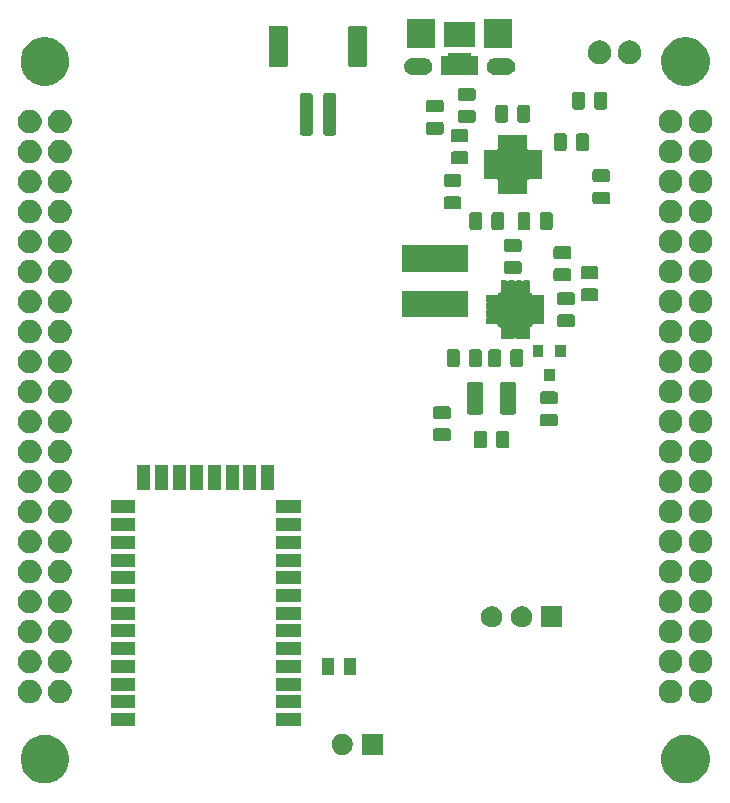
<source format=gbr>
G04 #@! TF.GenerationSoftware,KiCad,Pcbnew,5.1.5-52549c5~86~ubuntu18.04.1*
G04 #@! TF.CreationDate,2020-04-28T10:32:59-07:00*
G04 #@! TF.ProjectId,SHIELD_MIMAS_TFT_BT_POWERSUPPLY,53484945-4c44-45f4-9d49-4d41535f5446,rev?*
G04 #@! TF.SameCoordinates,Original*
G04 #@! TF.FileFunction,Soldermask,Bot*
G04 #@! TF.FilePolarity,Negative*
%FSLAX46Y46*%
G04 Gerber Fmt 4.6, Leading zero omitted, Abs format (unit mm)*
G04 Created by KiCad (PCBNEW 5.1.5-52549c5~86~ubuntu18.04.1) date 2020-04-28 10:32:59*
%MOMM*%
%LPD*%
G04 APERTURE LIST*
%ADD10C,0.100000*%
G04 APERTURE END LIST*
D10*
G36*
X177585944Y-127847520D02*
G01*
X177717963Y-127873780D01*
X177981768Y-127983052D01*
X178084601Y-128025647D01*
X178091039Y-128028314D01*
X178426799Y-128252661D01*
X178712339Y-128538201D01*
X178936686Y-128873961D01*
X179091220Y-129247037D01*
X179170000Y-129643093D01*
X179170000Y-130046907D01*
X179091220Y-130442963D01*
X178936686Y-130816039D01*
X178712339Y-131151799D01*
X178426799Y-131437339D01*
X178091039Y-131661686D01*
X177717963Y-131816220D01*
X177585944Y-131842480D01*
X177321909Y-131895000D01*
X176918091Y-131895000D01*
X176654056Y-131842480D01*
X176522037Y-131816220D01*
X176148961Y-131661686D01*
X175813201Y-131437339D01*
X175527661Y-131151799D01*
X175303314Y-130816039D01*
X175148780Y-130442963D01*
X175070000Y-130046907D01*
X175070000Y-129643093D01*
X175148780Y-129247037D01*
X175303314Y-128873961D01*
X175527661Y-128538201D01*
X175813201Y-128252661D01*
X176148961Y-128028314D01*
X176155400Y-128025647D01*
X176258232Y-127983052D01*
X176522037Y-127873780D01*
X176654056Y-127847520D01*
X176918091Y-127795000D01*
X177321909Y-127795000D01*
X177585944Y-127847520D01*
G37*
G36*
X123345944Y-127847520D02*
G01*
X123477963Y-127873780D01*
X123741768Y-127983052D01*
X123844601Y-128025647D01*
X123851039Y-128028314D01*
X124186799Y-128252661D01*
X124472339Y-128538201D01*
X124696686Y-128873961D01*
X124851220Y-129247037D01*
X124930000Y-129643093D01*
X124930000Y-130046907D01*
X124851220Y-130442963D01*
X124696686Y-130816039D01*
X124472339Y-131151799D01*
X124186799Y-131437339D01*
X123851039Y-131661686D01*
X123477963Y-131816220D01*
X123345944Y-131842480D01*
X123081909Y-131895000D01*
X122678091Y-131895000D01*
X122414056Y-131842480D01*
X122282037Y-131816220D01*
X121908961Y-131661686D01*
X121573201Y-131437339D01*
X121287661Y-131151799D01*
X121063314Y-130816039D01*
X120908780Y-130442963D01*
X120830000Y-130046907D01*
X120830000Y-129643093D01*
X120908780Y-129247037D01*
X121063314Y-128873961D01*
X121287661Y-128538201D01*
X121573201Y-128252661D01*
X121908961Y-128028314D01*
X121915400Y-128025647D01*
X122018232Y-127983052D01*
X122282037Y-127873780D01*
X122414056Y-127847520D01*
X122678091Y-127795000D01*
X123081909Y-127795000D01*
X123345944Y-127847520D01*
G37*
G36*
X151501000Y-129501000D02*
G01*
X149699000Y-129501000D01*
X149699000Y-127699000D01*
X151501000Y-127699000D01*
X151501000Y-129501000D01*
G37*
G36*
X148173512Y-127703927D02*
G01*
X148322812Y-127733624D01*
X148486784Y-127801544D01*
X148634354Y-127900147D01*
X148759853Y-128025646D01*
X148858456Y-128173216D01*
X148926376Y-128337188D01*
X148961000Y-128511259D01*
X148961000Y-128688741D01*
X148926376Y-128862812D01*
X148858456Y-129026784D01*
X148759853Y-129174354D01*
X148634354Y-129299853D01*
X148486784Y-129398456D01*
X148322812Y-129466376D01*
X148173512Y-129496073D01*
X148148742Y-129501000D01*
X147971258Y-129501000D01*
X147946488Y-129496073D01*
X147797188Y-129466376D01*
X147633216Y-129398456D01*
X147485646Y-129299853D01*
X147360147Y-129174354D01*
X147261544Y-129026784D01*
X147193624Y-128862812D01*
X147159000Y-128688741D01*
X147159000Y-128511259D01*
X147193624Y-128337188D01*
X147261544Y-128173216D01*
X147360147Y-128025646D01*
X147485646Y-127900147D01*
X147633216Y-127801544D01*
X147797188Y-127733624D01*
X147946488Y-127703927D01*
X147971258Y-127699000D01*
X148148742Y-127699000D01*
X148173512Y-127703927D01*
G37*
G36*
X130551000Y-127051000D02*
G01*
X128449000Y-127051000D01*
X128449000Y-125949000D01*
X130551000Y-125949000D01*
X130551000Y-127051000D01*
G37*
G36*
X144551000Y-127051000D02*
G01*
X142449000Y-127051000D01*
X142449000Y-125949000D01*
X144551000Y-125949000D01*
X144551000Y-127051000D01*
G37*
G36*
X130551000Y-125551000D02*
G01*
X128449000Y-125551000D01*
X128449000Y-124449000D01*
X130551000Y-124449000D01*
X130551000Y-125551000D01*
G37*
G36*
X144551000Y-125551000D02*
G01*
X142449000Y-125551000D01*
X142449000Y-124449000D01*
X144551000Y-124449000D01*
X144551000Y-125551000D01*
G37*
G36*
X121837290Y-123155619D02*
G01*
X121901689Y-123168429D01*
X122083678Y-123243811D01*
X122247463Y-123353249D01*
X122386751Y-123492537D01*
X122496189Y-123656322D01*
X122571571Y-123838311D01*
X122610000Y-124031509D01*
X122610000Y-124228491D01*
X122571571Y-124421689D01*
X122496189Y-124603678D01*
X122386751Y-124767463D01*
X122247463Y-124906751D01*
X122083678Y-125016189D01*
X121901689Y-125091571D01*
X121837290Y-125104381D01*
X121708493Y-125130000D01*
X121511507Y-125130000D01*
X121382710Y-125104381D01*
X121318311Y-125091571D01*
X121136322Y-125016189D01*
X120972537Y-124906751D01*
X120833249Y-124767463D01*
X120723811Y-124603678D01*
X120648429Y-124421689D01*
X120610000Y-124228491D01*
X120610000Y-124031509D01*
X120648429Y-123838311D01*
X120723811Y-123656322D01*
X120833249Y-123492537D01*
X120972537Y-123353249D01*
X121136322Y-123243811D01*
X121318311Y-123168429D01*
X121382710Y-123155619D01*
X121511507Y-123130000D01*
X121708493Y-123130000D01*
X121837290Y-123155619D01*
G37*
G36*
X124377290Y-123155619D02*
G01*
X124441689Y-123168429D01*
X124623678Y-123243811D01*
X124787463Y-123353249D01*
X124926751Y-123492537D01*
X125036189Y-123656322D01*
X125111571Y-123838311D01*
X125150000Y-124031509D01*
X125150000Y-124228491D01*
X125111571Y-124421689D01*
X125036189Y-124603678D01*
X124926751Y-124767463D01*
X124787463Y-124906751D01*
X124623678Y-125016189D01*
X124441689Y-125091571D01*
X124377290Y-125104381D01*
X124248493Y-125130000D01*
X124051507Y-125130000D01*
X123922710Y-125104381D01*
X123858311Y-125091571D01*
X123676322Y-125016189D01*
X123512537Y-124906751D01*
X123373249Y-124767463D01*
X123263811Y-124603678D01*
X123188429Y-124421689D01*
X123150000Y-124228491D01*
X123150000Y-124031509D01*
X123188429Y-123838311D01*
X123263811Y-123656322D01*
X123373249Y-123492537D01*
X123512537Y-123353249D01*
X123676322Y-123243811D01*
X123858311Y-123168429D01*
X123922710Y-123155619D01*
X124051507Y-123130000D01*
X124248493Y-123130000D01*
X124377290Y-123155619D01*
G37*
G36*
X178617290Y-123155619D02*
G01*
X178681689Y-123168429D01*
X178863678Y-123243811D01*
X179027463Y-123353249D01*
X179166751Y-123492537D01*
X179276189Y-123656322D01*
X179351571Y-123838311D01*
X179390000Y-124031509D01*
X179390000Y-124228491D01*
X179351571Y-124421689D01*
X179276189Y-124603678D01*
X179166751Y-124767463D01*
X179027463Y-124906751D01*
X178863678Y-125016189D01*
X178681689Y-125091571D01*
X178617290Y-125104381D01*
X178488493Y-125130000D01*
X178291507Y-125130000D01*
X178162710Y-125104381D01*
X178098311Y-125091571D01*
X177916322Y-125016189D01*
X177752537Y-124906751D01*
X177613249Y-124767463D01*
X177503811Y-124603678D01*
X177428429Y-124421689D01*
X177390000Y-124228491D01*
X177390000Y-124031509D01*
X177428429Y-123838311D01*
X177503811Y-123656322D01*
X177613249Y-123492537D01*
X177752537Y-123353249D01*
X177916322Y-123243811D01*
X178098311Y-123168429D01*
X178162710Y-123155619D01*
X178291507Y-123130000D01*
X178488493Y-123130000D01*
X178617290Y-123155619D01*
G37*
G36*
X176077290Y-123155619D02*
G01*
X176141689Y-123168429D01*
X176323678Y-123243811D01*
X176487463Y-123353249D01*
X176626751Y-123492537D01*
X176736189Y-123656322D01*
X176811571Y-123838311D01*
X176850000Y-124031509D01*
X176850000Y-124228491D01*
X176811571Y-124421689D01*
X176736189Y-124603678D01*
X176626751Y-124767463D01*
X176487463Y-124906751D01*
X176323678Y-125016189D01*
X176141689Y-125091571D01*
X176077290Y-125104381D01*
X175948493Y-125130000D01*
X175751507Y-125130000D01*
X175622710Y-125104381D01*
X175558311Y-125091571D01*
X175376322Y-125016189D01*
X175212537Y-124906751D01*
X175073249Y-124767463D01*
X174963811Y-124603678D01*
X174888429Y-124421689D01*
X174850000Y-124228491D01*
X174850000Y-124031509D01*
X174888429Y-123838311D01*
X174963811Y-123656322D01*
X175073249Y-123492537D01*
X175212537Y-123353249D01*
X175376322Y-123243811D01*
X175558311Y-123168429D01*
X175622710Y-123155619D01*
X175751507Y-123130000D01*
X175948493Y-123130000D01*
X176077290Y-123155619D01*
G37*
G36*
X144551000Y-124051000D02*
G01*
X142449000Y-124051000D01*
X142449000Y-122949000D01*
X144551000Y-122949000D01*
X144551000Y-124051000D01*
G37*
G36*
X130551000Y-124051000D02*
G01*
X128449000Y-124051000D01*
X128449000Y-122949000D01*
X130551000Y-122949000D01*
X130551000Y-124051000D01*
G37*
G36*
X149096968Y-121253565D02*
G01*
X149135638Y-121265296D01*
X149171277Y-121284346D01*
X149202517Y-121309983D01*
X149228154Y-121341223D01*
X149247204Y-121376862D01*
X149258935Y-121415532D01*
X149263500Y-121461888D01*
X149263500Y-122538112D01*
X149258935Y-122584468D01*
X149247204Y-122623138D01*
X149228154Y-122658777D01*
X149202517Y-122690017D01*
X149171277Y-122715654D01*
X149135638Y-122734704D01*
X149096968Y-122746435D01*
X149050612Y-122751000D01*
X148399388Y-122751000D01*
X148353032Y-122746435D01*
X148314362Y-122734704D01*
X148278723Y-122715654D01*
X148247483Y-122690017D01*
X148221846Y-122658777D01*
X148202796Y-122623138D01*
X148191065Y-122584468D01*
X148186500Y-122538112D01*
X148186500Y-121461888D01*
X148191065Y-121415532D01*
X148202796Y-121376862D01*
X148221846Y-121341223D01*
X148247483Y-121309983D01*
X148278723Y-121284346D01*
X148314362Y-121265296D01*
X148353032Y-121253565D01*
X148399388Y-121249000D01*
X149050612Y-121249000D01*
X149096968Y-121253565D01*
G37*
G36*
X147221968Y-121253565D02*
G01*
X147260638Y-121265296D01*
X147296277Y-121284346D01*
X147327517Y-121309983D01*
X147353154Y-121341223D01*
X147372204Y-121376862D01*
X147383935Y-121415532D01*
X147388500Y-121461888D01*
X147388500Y-122538112D01*
X147383935Y-122584468D01*
X147372204Y-122623138D01*
X147353154Y-122658777D01*
X147327517Y-122690017D01*
X147296277Y-122715654D01*
X147260638Y-122734704D01*
X147221968Y-122746435D01*
X147175612Y-122751000D01*
X146524388Y-122751000D01*
X146478032Y-122746435D01*
X146439362Y-122734704D01*
X146403723Y-122715654D01*
X146372483Y-122690017D01*
X146346846Y-122658777D01*
X146327796Y-122623138D01*
X146316065Y-122584468D01*
X146311500Y-122538112D01*
X146311500Y-121461888D01*
X146316065Y-121415532D01*
X146327796Y-121376862D01*
X146346846Y-121341223D01*
X146372483Y-121309983D01*
X146403723Y-121284346D01*
X146439362Y-121265296D01*
X146478032Y-121253565D01*
X146524388Y-121249000D01*
X147175612Y-121249000D01*
X147221968Y-121253565D01*
G37*
G36*
X121837290Y-120615619D02*
G01*
X121901689Y-120628429D01*
X122083678Y-120703811D01*
X122247463Y-120813249D01*
X122386751Y-120952537D01*
X122496189Y-121116322D01*
X122569941Y-121294377D01*
X122571571Y-121298312D01*
X122594888Y-121415532D01*
X122610000Y-121491509D01*
X122610000Y-121688491D01*
X122571571Y-121881689D01*
X122496189Y-122063678D01*
X122386751Y-122227463D01*
X122247463Y-122366751D01*
X122083678Y-122476189D01*
X121901689Y-122551571D01*
X121837290Y-122564381D01*
X121708493Y-122590000D01*
X121511507Y-122590000D01*
X121382710Y-122564381D01*
X121318311Y-122551571D01*
X121136322Y-122476189D01*
X120972537Y-122366751D01*
X120833249Y-122227463D01*
X120723811Y-122063678D01*
X120648429Y-121881689D01*
X120610000Y-121688491D01*
X120610000Y-121491509D01*
X120625113Y-121415532D01*
X120648429Y-121298312D01*
X120650059Y-121294377D01*
X120723811Y-121116322D01*
X120833249Y-120952537D01*
X120972537Y-120813249D01*
X121136322Y-120703811D01*
X121318311Y-120628429D01*
X121382710Y-120615619D01*
X121511507Y-120590000D01*
X121708493Y-120590000D01*
X121837290Y-120615619D01*
G37*
G36*
X178617290Y-120615619D02*
G01*
X178681689Y-120628429D01*
X178863678Y-120703811D01*
X179027463Y-120813249D01*
X179166751Y-120952537D01*
X179276189Y-121116322D01*
X179349941Y-121294377D01*
X179351571Y-121298312D01*
X179374888Y-121415532D01*
X179390000Y-121491509D01*
X179390000Y-121688491D01*
X179351571Y-121881689D01*
X179276189Y-122063678D01*
X179166751Y-122227463D01*
X179027463Y-122366751D01*
X178863678Y-122476189D01*
X178681689Y-122551571D01*
X178617290Y-122564381D01*
X178488493Y-122590000D01*
X178291507Y-122590000D01*
X178162710Y-122564381D01*
X178098311Y-122551571D01*
X177916322Y-122476189D01*
X177752537Y-122366751D01*
X177613249Y-122227463D01*
X177503811Y-122063678D01*
X177428429Y-121881689D01*
X177390000Y-121688491D01*
X177390000Y-121491509D01*
X177405113Y-121415532D01*
X177428429Y-121298312D01*
X177430059Y-121294377D01*
X177503811Y-121116322D01*
X177613249Y-120952537D01*
X177752537Y-120813249D01*
X177916322Y-120703811D01*
X178098311Y-120628429D01*
X178162710Y-120615619D01*
X178291507Y-120590000D01*
X178488493Y-120590000D01*
X178617290Y-120615619D01*
G37*
G36*
X176077290Y-120615619D02*
G01*
X176141689Y-120628429D01*
X176323678Y-120703811D01*
X176487463Y-120813249D01*
X176626751Y-120952537D01*
X176736189Y-121116322D01*
X176809941Y-121294377D01*
X176811571Y-121298312D01*
X176834888Y-121415532D01*
X176850000Y-121491509D01*
X176850000Y-121688491D01*
X176811571Y-121881689D01*
X176736189Y-122063678D01*
X176626751Y-122227463D01*
X176487463Y-122366751D01*
X176323678Y-122476189D01*
X176141689Y-122551571D01*
X176077290Y-122564381D01*
X175948493Y-122590000D01*
X175751507Y-122590000D01*
X175622710Y-122564381D01*
X175558311Y-122551571D01*
X175376322Y-122476189D01*
X175212537Y-122366751D01*
X175073249Y-122227463D01*
X174963811Y-122063678D01*
X174888429Y-121881689D01*
X174850000Y-121688491D01*
X174850000Y-121491509D01*
X174865113Y-121415532D01*
X174888429Y-121298312D01*
X174890059Y-121294377D01*
X174963811Y-121116322D01*
X175073249Y-120952537D01*
X175212537Y-120813249D01*
X175376322Y-120703811D01*
X175558311Y-120628429D01*
X175622710Y-120615619D01*
X175751507Y-120590000D01*
X175948493Y-120590000D01*
X176077290Y-120615619D01*
G37*
G36*
X124377290Y-120615619D02*
G01*
X124441689Y-120628429D01*
X124623678Y-120703811D01*
X124787463Y-120813249D01*
X124926751Y-120952537D01*
X125036189Y-121116322D01*
X125109941Y-121294377D01*
X125111571Y-121298312D01*
X125134888Y-121415532D01*
X125150000Y-121491509D01*
X125150000Y-121688491D01*
X125111571Y-121881689D01*
X125036189Y-122063678D01*
X124926751Y-122227463D01*
X124787463Y-122366751D01*
X124623678Y-122476189D01*
X124441689Y-122551571D01*
X124377290Y-122564381D01*
X124248493Y-122590000D01*
X124051507Y-122590000D01*
X123922710Y-122564381D01*
X123858311Y-122551571D01*
X123676322Y-122476189D01*
X123512537Y-122366751D01*
X123373249Y-122227463D01*
X123263811Y-122063678D01*
X123188429Y-121881689D01*
X123150000Y-121688491D01*
X123150000Y-121491509D01*
X123165113Y-121415532D01*
X123188429Y-121298312D01*
X123190059Y-121294377D01*
X123263811Y-121116322D01*
X123373249Y-120952537D01*
X123512537Y-120813249D01*
X123676322Y-120703811D01*
X123858311Y-120628429D01*
X123922710Y-120615619D01*
X124051507Y-120590000D01*
X124248493Y-120590000D01*
X124377290Y-120615619D01*
G37*
G36*
X144551000Y-122551000D02*
G01*
X142449000Y-122551000D01*
X142449000Y-121449000D01*
X144551000Y-121449000D01*
X144551000Y-122551000D01*
G37*
G36*
X130551000Y-122551000D02*
G01*
X128449000Y-122551000D01*
X128449000Y-121449000D01*
X130551000Y-121449000D01*
X130551000Y-122551000D01*
G37*
G36*
X144551000Y-121051000D02*
G01*
X142449000Y-121051000D01*
X142449000Y-119949000D01*
X144551000Y-119949000D01*
X144551000Y-121051000D01*
G37*
G36*
X130551000Y-121051000D02*
G01*
X128449000Y-121051000D01*
X128449000Y-119949000D01*
X130551000Y-119949000D01*
X130551000Y-121051000D01*
G37*
G36*
X121837290Y-118075619D02*
G01*
X121901689Y-118088429D01*
X122083678Y-118163811D01*
X122247463Y-118273249D01*
X122386751Y-118412537D01*
X122496189Y-118576322D01*
X122571571Y-118758311D01*
X122610000Y-118951509D01*
X122610000Y-119148491D01*
X122571571Y-119341689D01*
X122496189Y-119523678D01*
X122386751Y-119687463D01*
X122247463Y-119826751D01*
X122083678Y-119936189D01*
X121901689Y-120011571D01*
X121837290Y-120024381D01*
X121708493Y-120050000D01*
X121511507Y-120050000D01*
X121382710Y-120024381D01*
X121318311Y-120011571D01*
X121136322Y-119936189D01*
X120972537Y-119826751D01*
X120833249Y-119687463D01*
X120723811Y-119523678D01*
X120648429Y-119341689D01*
X120610000Y-119148491D01*
X120610000Y-118951509D01*
X120648429Y-118758311D01*
X120723811Y-118576322D01*
X120833249Y-118412537D01*
X120972537Y-118273249D01*
X121136322Y-118163811D01*
X121318311Y-118088429D01*
X121382710Y-118075619D01*
X121511507Y-118050000D01*
X121708493Y-118050000D01*
X121837290Y-118075619D01*
G37*
G36*
X178617290Y-118075619D02*
G01*
X178681689Y-118088429D01*
X178863678Y-118163811D01*
X179027463Y-118273249D01*
X179166751Y-118412537D01*
X179276189Y-118576322D01*
X179351571Y-118758311D01*
X179390000Y-118951509D01*
X179390000Y-119148491D01*
X179351571Y-119341689D01*
X179276189Y-119523678D01*
X179166751Y-119687463D01*
X179027463Y-119826751D01*
X178863678Y-119936189D01*
X178681689Y-120011571D01*
X178617290Y-120024381D01*
X178488493Y-120050000D01*
X178291507Y-120050000D01*
X178162710Y-120024381D01*
X178098311Y-120011571D01*
X177916322Y-119936189D01*
X177752537Y-119826751D01*
X177613249Y-119687463D01*
X177503811Y-119523678D01*
X177428429Y-119341689D01*
X177390000Y-119148491D01*
X177390000Y-118951509D01*
X177428429Y-118758311D01*
X177503811Y-118576322D01*
X177613249Y-118412537D01*
X177752537Y-118273249D01*
X177916322Y-118163811D01*
X178098311Y-118088429D01*
X178162710Y-118075619D01*
X178291507Y-118050000D01*
X178488493Y-118050000D01*
X178617290Y-118075619D01*
G37*
G36*
X124377290Y-118075619D02*
G01*
X124441689Y-118088429D01*
X124623678Y-118163811D01*
X124787463Y-118273249D01*
X124926751Y-118412537D01*
X125036189Y-118576322D01*
X125111571Y-118758311D01*
X125150000Y-118951509D01*
X125150000Y-119148491D01*
X125111571Y-119341689D01*
X125036189Y-119523678D01*
X124926751Y-119687463D01*
X124787463Y-119826751D01*
X124623678Y-119936189D01*
X124441689Y-120011571D01*
X124377290Y-120024381D01*
X124248493Y-120050000D01*
X124051507Y-120050000D01*
X123922710Y-120024381D01*
X123858311Y-120011571D01*
X123676322Y-119936189D01*
X123512537Y-119826751D01*
X123373249Y-119687463D01*
X123263811Y-119523678D01*
X123188429Y-119341689D01*
X123150000Y-119148491D01*
X123150000Y-118951509D01*
X123188429Y-118758311D01*
X123263811Y-118576322D01*
X123373249Y-118412537D01*
X123512537Y-118273249D01*
X123676322Y-118163811D01*
X123858311Y-118088429D01*
X123922710Y-118075619D01*
X124051507Y-118050000D01*
X124248493Y-118050000D01*
X124377290Y-118075619D01*
G37*
G36*
X176077290Y-118075619D02*
G01*
X176141689Y-118088429D01*
X176323678Y-118163811D01*
X176487463Y-118273249D01*
X176626751Y-118412537D01*
X176736189Y-118576322D01*
X176811571Y-118758311D01*
X176850000Y-118951509D01*
X176850000Y-119148491D01*
X176811571Y-119341689D01*
X176736189Y-119523678D01*
X176626751Y-119687463D01*
X176487463Y-119826751D01*
X176323678Y-119936189D01*
X176141689Y-120011571D01*
X176077290Y-120024381D01*
X175948493Y-120050000D01*
X175751507Y-120050000D01*
X175622710Y-120024381D01*
X175558311Y-120011571D01*
X175376322Y-119936189D01*
X175212537Y-119826751D01*
X175073249Y-119687463D01*
X174963811Y-119523678D01*
X174888429Y-119341689D01*
X174850000Y-119148491D01*
X174850000Y-118951509D01*
X174888429Y-118758311D01*
X174963811Y-118576322D01*
X175073249Y-118412537D01*
X175212537Y-118273249D01*
X175376322Y-118163811D01*
X175558311Y-118088429D01*
X175622710Y-118075619D01*
X175751507Y-118050000D01*
X175948493Y-118050000D01*
X176077290Y-118075619D01*
G37*
G36*
X144551000Y-119551000D02*
G01*
X142449000Y-119551000D01*
X142449000Y-118449000D01*
X144551000Y-118449000D01*
X144551000Y-119551000D01*
G37*
G36*
X130551000Y-119551000D02*
G01*
X128449000Y-119551000D01*
X128449000Y-118449000D01*
X130551000Y-118449000D01*
X130551000Y-119551000D01*
G37*
G36*
X160833512Y-116903927D02*
G01*
X160982812Y-116933624D01*
X161146784Y-117001544D01*
X161294354Y-117100147D01*
X161419853Y-117225646D01*
X161518456Y-117373216D01*
X161586376Y-117537188D01*
X161621000Y-117711259D01*
X161621000Y-117888741D01*
X161586376Y-118062812D01*
X161518456Y-118226784D01*
X161419853Y-118374354D01*
X161294354Y-118499853D01*
X161146784Y-118598456D01*
X160982812Y-118666376D01*
X160833512Y-118696073D01*
X160808742Y-118701000D01*
X160631258Y-118701000D01*
X160606488Y-118696073D01*
X160457188Y-118666376D01*
X160293216Y-118598456D01*
X160145646Y-118499853D01*
X160020147Y-118374354D01*
X159921544Y-118226784D01*
X159853624Y-118062812D01*
X159819000Y-117888741D01*
X159819000Y-117711259D01*
X159853624Y-117537188D01*
X159921544Y-117373216D01*
X160020147Y-117225646D01*
X160145646Y-117100147D01*
X160293216Y-117001544D01*
X160457188Y-116933624D01*
X160606488Y-116903927D01*
X160631258Y-116899000D01*
X160808742Y-116899000D01*
X160833512Y-116903927D01*
G37*
G36*
X163373512Y-116903927D02*
G01*
X163522812Y-116933624D01*
X163686784Y-117001544D01*
X163834354Y-117100147D01*
X163959853Y-117225646D01*
X164058456Y-117373216D01*
X164126376Y-117537188D01*
X164161000Y-117711259D01*
X164161000Y-117888741D01*
X164126376Y-118062812D01*
X164058456Y-118226784D01*
X163959853Y-118374354D01*
X163834354Y-118499853D01*
X163686784Y-118598456D01*
X163522812Y-118666376D01*
X163373512Y-118696073D01*
X163348742Y-118701000D01*
X163171258Y-118701000D01*
X163146488Y-118696073D01*
X162997188Y-118666376D01*
X162833216Y-118598456D01*
X162685646Y-118499853D01*
X162560147Y-118374354D01*
X162461544Y-118226784D01*
X162393624Y-118062812D01*
X162359000Y-117888741D01*
X162359000Y-117711259D01*
X162393624Y-117537188D01*
X162461544Y-117373216D01*
X162560147Y-117225646D01*
X162685646Y-117100147D01*
X162833216Y-117001544D01*
X162997188Y-116933624D01*
X163146488Y-116903927D01*
X163171258Y-116899000D01*
X163348742Y-116899000D01*
X163373512Y-116903927D01*
G37*
G36*
X166701000Y-118701000D02*
G01*
X164899000Y-118701000D01*
X164899000Y-116899000D01*
X166701000Y-116899000D01*
X166701000Y-118701000D01*
G37*
G36*
X144551000Y-118051000D02*
G01*
X142449000Y-118051000D01*
X142449000Y-116949000D01*
X144551000Y-116949000D01*
X144551000Y-118051000D01*
G37*
G36*
X130551000Y-118051000D02*
G01*
X128449000Y-118051000D01*
X128449000Y-116949000D01*
X130551000Y-116949000D01*
X130551000Y-118051000D01*
G37*
G36*
X178617290Y-115535619D02*
G01*
X178681689Y-115548429D01*
X178863678Y-115623811D01*
X179027463Y-115733249D01*
X179166751Y-115872537D01*
X179276189Y-116036322D01*
X179351571Y-116218311D01*
X179390000Y-116411509D01*
X179390000Y-116608491D01*
X179351571Y-116801689D01*
X179276189Y-116983678D01*
X179166751Y-117147463D01*
X179027463Y-117286751D01*
X178863678Y-117396189D01*
X178681689Y-117471571D01*
X178617290Y-117484381D01*
X178488493Y-117510000D01*
X178291507Y-117510000D01*
X178162710Y-117484381D01*
X178098311Y-117471571D01*
X177916322Y-117396189D01*
X177752537Y-117286751D01*
X177613249Y-117147463D01*
X177503811Y-116983678D01*
X177428429Y-116801689D01*
X177390000Y-116608491D01*
X177390000Y-116411509D01*
X177428429Y-116218311D01*
X177503811Y-116036322D01*
X177613249Y-115872537D01*
X177752537Y-115733249D01*
X177916322Y-115623811D01*
X178098311Y-115548429D01*
X178162710Y-115535619D01*
X178291507Y-115510000D01*
X178488493Y-115510000D01*
X178617290Y-115535619D01*
G37*
G36*
X176077290Y-115535619D02*
G01*
X176141689Y-115548429D01*
X176323678Y-115623811D01*
X176487463Y-115733249D01*
X176626751Y-115872537D01*
X176736189Y-116036322D01*
X176811571Y-116218311D01*
X176850000Y-116411509D01*
X176850000Y-116608491D01*
X176811571Y-116801689D01*
X176736189Y-116983678D01*
X176626751Y-117147463D01*
X176487463Y-117286751D01*
X176323678Y-117396189D01*
X176141689Y-117471571D01*
X176077290Y-117484381D01*
X175948493Y-117510000D01*
X175751507Y-117510000D01*
X175622710Y-117484381D01*
X175558311Y-117471571D01*
X175376322Y-117396189D01*
X175212537Y-117286751D01*
X175073249Y-117147463D01*
X174963811Y-116983678D01*
X174888429Y-116801689D01*
X174850000Y-116608491D01*
X174850000Y-116411509D01*
X174888429Y-116218311D01*
X174963811Y-116036322D01*
X175073249Y-115872537D01*
X175212537Y-115733249D01*
X175376322Y-115623811D01*
X175558311Y-115548429D01*
X175622710Y-115535619D01*
X175751507Y-115510000D01*
X175948493Y-115510000D01*
X176077290Y-115535619D01*
G37*
G36*
X121837290Y-115535619D02*
G01*
X121901689Y-115548429D01*
X122083678Y-115623811D01*
X122247463Y-115733249D01*
X122386751Y-115872537D01*
X122496189Y-116036322D01*
X122571571Y-116218311D01*
X122610000Y-116411509D01*
X122610000Y-116608491D01*
X122571571Y-116801689D01*
X122496189Y-116983678D01*
X122386751Y-117147463D01*
X122247463Y-117286751D01*
X122083678Y-117396189D01*
X121901689Y-117471571D01*
X121837290Y-117484381D01*
X121708493Y-117510000D01*
X121511507Y-117510000D01*
X121382710Y-117484381D01*
X121318311Y-117471571D01*
X121136322Y-117396189D01*
X120972537Y-117286751D01*
X120833249Y-117147463D01*
X120723811Y-116983678D01*
X120648429Y-116801689D01*
X120610000Y-116608491D01*
X120610000Y-116411509D01*
X120648429Y-116218311D01*
X120723811Y-116036322D01*
X120833249Y-115872537D01*
X120972537Y-115733249D01*
X121136322Y-115623811D01*
X121318311Y-115548429D01*
X121382710Y-115535619D01*
X121511507Y-115510000D01*
X121708493Y-115510000D01*
X121837290Y-115535619D01*
G37*
G36*
X124377290Y-115535619D02*
G01*
X124441689Y-115548429D01*
X124623678Y-115623811D01*
X124787463Y-115733249D01*
X124926751Y-115872537D01*
X125036189Y-116036322D01*
X125111571Y-116218311D01*
X125150000Y-116411509D01*
X125150000Y-116608491D01*
X125111571Y-116801689D01*
X125036189Y-116983678D01*
X124926751Y-117147463D01*
X124787463Y-117286751D01*
X124623678Y-117396189D01*
X124441689Y-117471571D01*
X124377290Y-117484381D01*
X124248493Y-117510000D01*
X124051507Y-117510000D01*
X123922710Y-117484381D01*
X123858311Y-117471571D01*
X123676322Y-117396189D01*
X123512537Y-117286751D01*
X123373249Y-117147463D01*
X123263811Y-116983678D01*
X123188429Y-116801689D01*
X123150000Y-116608491D01*
X123150000Y-116411509D01*
X123188429Y-116218311D01*
X123263811Y-116036322D01*
X123373249Y-115872537D01*
X123512537Y-115733249D01*
X123676322Y-115623811D01*
X123858311Y-115548429D01*
X123922710Y-115535619D01*
X124051507Y-115510000D01*
X124248493Y-115510000D01*
X124377290Y-115535619D01*
G37*
G36*
X144551000Y-116551000D02*
G01*
X142449000Y-116551000D01*
X142449000Y-115449000D01*
X144551000Y-115449000D01*
X144551000Y-116551000D01*
G37*
G36*
X130551000Y-116551000D02*
G01*
X128449000Y-116551000D01*
X128449000Y-115449000D01*
X130551000Y-115449000D01*
X130551000Y-116551000D01*
G37*
G36*
X130551000Y-115051000D02*
G01*
X128449000Y-115051000D01*
X128449000Y-113949000D01*
X130551000Y-113949000D01*
X130551000Y-115051000D01*
G37*
G36*
X144551000Y-115051000D02*
G01*
X142449000Y-115051000D01*
X142449000Y-113949000D01*
X144551000Y-113949000D01*
X144551000Y-115051000D01*
G37*
G36*
X176077290Y-112995619D02*
G01*
X176141689Y-113008429D01*
X176323678Y-113083811D01*
X176487463Y-113193249D01*
X176626751Y-113332537D01*
X176736189Y-113496322D01*
X176811571Y-113678311D01*
X176850000Y-113871509D01*
X176850000Y-114068491D01*
X176811571Y-114261689D01*
X176736189Y-114443678D01*
X176626751Y-114607463D01*
X176487463Y-114746751D01*
X176323678Y-114856189D01*
X176141689Y-114931571D01*
X176077290Y-114944381D01*
X175948493Y-114970000D01*
X175751507Y-114970000D01*
X175622710Y-114944381D01*
X175558311Y-114931571D01*
X175376322Y-114856189D01*
X175212537Y-114746751D01*
X175073249Y-114607463D01*
X174963811Y-114443678D01*
X174888429Y-114261689D01*
X174850000Y-114068491D01*
X174850000Y-113871509D01*
X174888429Y-113678311D01*
X174963811Y-113496322D01*
X175073249Y-113332537D01*
X175212537Y-113193249D01*
X175376322Y-113083811D01*
X175558311Y-113008429D01*
X175622710Y-112995619D01*
X175751507Y-112970000D01*
X175948493Y-112970000D01*
X176077290Y-112995619D01*
G37*
G36*
X178617290Y-112995619D02*
G01*
X178681689Y-113008429D01*
X178863678Y-113083811D01*
X179027463Y-113193249D01*
X179166751Y-113332537D01*
X179276189Y-113496322D01*
X179351571Y-113678311D01*
X179390000Y-113871509D01*
X179390000Y-114068491D01*
X179351571Y-114261689D01*
X179276189Y-114443678D01*
X179166751Y-114607463D01*
X179027463Y-114746751D01*
X178863678Y-114856189D01*
X178681689Y-114931571D01*
X178617290Y-114944381D01*
X178488493Y-114970000D01*
X178291507Y-114970000D01*
X178162710Y-114944381D01*
X178098311Y-114931571D01*
X177916322Y-114856189D01*
X177752537Y-114746751D01*
X177613249Y-114607463D01*
X177503811Y-114443678D01*
X177428429Y-114261689D01*
X177390000Y-114068491D01*
X177390000Y-113871509D01*
X177428429Y-113678311D01*
X177503811Y-113496322D01*
X177613249Y-113332537D01*
X177752537Y-113193249D01*
X177916322Y-113083811D01*
X178098311Y-113008429D01*
X178162710Y-112995619D01*
X178291507Y-112970000D01*
X178488493Y-112970000D01*
X178617290Y-112995619D01*
G37*
G36*
X124377290Y-112995619D02*
G01*
X124441689Y-113008429D01*
X124623678Y-113083811D01*
X124787463Y-113193249D01*
X124926751Y-113332537D01*
X125036189Y-113496322D01*
X125111571Y-113678311D01*
X125150000Y-113871509D01*
X125150000Y-114068491D01*
X125111571Y-114261689D01*
X125036189Y-114443678D01*
X124926751Y-114607463D01*
X124787463Y-114746751D01*
X124623678Y-114856189D01*
X124441689Y-114931571D01*
X124377290Y-114944381D01*
X124248493Y-114970000D01*
X124051507Y-114970000D01*
X123922710Y-114944381D01*
X123858311Y-114931571D01*
X123676322Y-114856189D01*
X123512537Y-114746751D01*
X123373249Y-114607463D01*
X123263811Y-114443678D01*
X123188429Y-114261689D01*
X123150000Y-114068491D01*
X123150000Y-113871509D01*
X123188429Y-113678311D01*
X123263811Y-113496322D01*
X123373249Y-113332537D01*
X123512537Y-113193249D01*
X123676322Y-113083811D01*
X123858311Y-113008429D01*
X123922710Y-112995619D01*
X124051507Y-112970000D01*
X124248493Y-112970000D01*
X124377290Y-112995619D01*
G37*
G36*
X121837290Y-112995619D02*
G01*
X121901689Y-113008429D01*
X122083678Y-113083811D01*
X122247463Y-113193249D01*
X122386751Y-113332537D01*
X122496189Y-113496322D01*
X122571571Y-113678311D01*
X122610000Y-113871509D01*
X122610000Y-114068491D01*
X122571571Y-114261689D01*
X122496189Y-114443678D01*
X122386751Y-114607463D01*
X122247463Y-114746751D01*
X122083678Y-114856189D01*
X121901689Y-114931571D01*
X121837290Y-114944381D01*
X121708493Y-114970000D01*
X121511507Y-114970000D01*
X121382710Y-114944381D01*
X121318311Y-114931571D01*
X121136322Y-114856189D01*
X120972537Y-114746751D01*
X120833249Y-114607463D01*
X120723811Y-114443678D01*
X120648429Y-114261689D01*
X120610000Y-114068491D01*
X120610000Y-113871509D01*
X120648429Y-113678311D01*
X120723811Y-113496322D01*
X120833249Y-113332537D01*
X120972537Y-113193249D01*
X121136322Y-113083811D01*
X121318311Y-113008429D01*
X121382710Y-112995619D01*
X121511507Y-112970000D01*
X121708493Y-112970000D01*
X121837290Y-112995619D01*
G37*
G36*
X130551000Y-113551000D02*
G01*
X128449000Y-113551000D01*
X128449000Y-112449000D01*
X130551000Y-112449000D01*
X130551000Y-113551000D01*
G37*
G36*
X144551000Y-113551000D02*
G01*
X142449000Y-113551000D01*
X142449000Y-112449000D01*
X144551000Y-112449000D01*
X144551000Y-113551000D01*
G37*
G36*
X176077290Y-110455619D02*
G01*
X176141689Y-110468429D01*
X176323678Y-110543811D01*
X176487463Y-110653249D01*
X176626751Y-110792537D01*
X176736189Y-110956322D01*
X176811571Y-111138311D01*
X176850000Y-111331509D01*
X176850000Y-111528491D01*
X176811571Y-111721689D01*
X176736189Y-111903678D01*
X176626751Y-112067463D01*
X176487463Y-112206751D01*
X176323678Y-112316189D01*
X176141689Y-112391571D01*
X176077290Y-112404381D01*
X175948493Y-112430000D01*
X175751507Y-112430000D01*
X175622710Y-112404381D01*
X175558311Y-112391571D01*
X175376322Y-112316189D01*
X175212537Y-112206751D01*
X175073249Y-112067463D01*
X174963811Y-111903678D01*
X174888429Y-111721689D01*
X174850000Y-111528491D01*
X174850000Y-111331509D01*
X174888429Y-111138311D01*
X174963811Y-110956322D01*
X175073249Y-110792537D01*
X175212537Y-110653249D01*
X175376322Y-110543811D01*
X175558311Y-110468429D01*
X175622710Y-110455619D01*
X175751507Y-110430000D01*
X175948493Y-110430000D01*
X176077290Y-110455619D01*
G37*
G36*
X178617290Y-110455619D02*
G01*
X178681689Y-110468429D01*
X178863678Y-110543811D01*
X179027463Y-110653249D01*
X179166751Y-110792537D01*
X179276189Y-110956322D01*
X179351571Y-111138311D01*
X179390000Y-111331509D01*
X179390000Y-111528491D01*
X179351571Y-111721689D01*
X179276189Y-111903678D01*
X179166751Y-112067463D01*
X179027463Y-112206751D01*
X178863678Y-112316189D01*
X178681689Y-112391571D01*
X178617290Y-112404381D01*
X178488493Y-112430000D01*
X178291507Y-112430000D01*
X178162710Y-112404381D01*
X178098311Y-112391571D01*
X177916322Y-112316189D01*
X177752537Y-112206751D01*
X177613249Y-112067463D01*
X177503811Y-111903678D01*
X177428429Y-111721689D01*
X177390000Y-111528491D01*
X177390000Y-111331509D01*
X177428429Y-111138311D01*
X177503811Y-110956322D01*
X177613249Y-110792537D01*
X177752537Y-110653249D01*
X177916322Y-110543811D01*
X178098311Y-110468429D01*
X178162710Y-110455619D01*
X178291507Y-110430000D01*
X178488493Y-110430000D01*
X178617290Y-110455619D01*
G37*
G36*
X124377290Y-110455619D02*
G01*
X124441689Y-110468429D01*
X124623678Y-110543811D01*
X124787463Y-110653249D01*
X124926751Y-110792537D01*
X125036189Y-110956322D01*
X125111571Y-111138311D01*
X125150000Y-111331509D01*
X125150000Y-111528491D01*
X125111571Y-111721689D01*
X125036189Y-111903678D01*
X124926751Y-112067463D01*
X124787463Y-112206751D01*
X124623678Y-112316189D01*
X124441689Y-112391571D01*
X124377290Y-112404381D01*
X124248493Y-112430000D01*
X124051507Y-112430000D01*
X123922710Y-112404381D01*
X123858311Y-112391571D01*
X123676322Y-112316189D01*
X123512537Y-112206751D01*
X123373249Y-112067463D01*
X123263811Y-111903678D01*
X123188429Y-111721689D01*
X123150000Y-111528491D01*
X123150000Y-111331509D01*
X123188429Y-111138311D01*
X123263811Y-110956322D01*
X123373249Y-110792537D01*
X123512537Y-110653249D01*
X123676322Y-110543811D01*
X123858311Y-110468429D01*
X123922710Y-110455619D01*
X124051507Y-110430000D01*
X124248493Y-110430000D01*
X124377290Y-110455619D01*
G37*
G36*
X121837290Y-110455619D02*
G01*
X121901689Y-110468429D01*
X122083678Y-110543811D01*
X122247463Y-110653249D01*
X122386751Y-110792537D01*
X122496189Y-110956322D01*
X122571571Y-111138311D01*
X122610000Y-111331509D01*
X122610000Y-111528491D01*
X122571571Y-111721689D01*
X122496189Y-111903678D01*
X122386751Y-112067463D01*
X122247463Y-112206751D01*
X122083678Y-112316189D01*
X121901689Y-112391571D01*
X121837290Y-112404381D01*
X121708493Y-112430000D01*
X121511507Y-112430000D01*
X121382710Y-112404381D01*
X121318311Y-112391571D01*
X121136322Y-112316189D01*
X120972537Y-112206751D01*
X120833249Y-112067463D01*
X120723811Y-111903678D01*
X120648429Y-111721689D01*
X120610000Y-111528491D01*
X120610000Y-111331509D01*
X120648429Y-111138311D01*
X120723811Y-110956322D01*
X120833249Y-110792537D01*
X120972537Y-110653249D01*
X121136322Y-110543811D01*
X121318311Y-110468429D01*
X121382710Y-110455619D01*
X121511507Y-110430000D01*
X121708493Y-110430000D01*
X121837290Y-110455619D01*
G37*
G36*
X144551000Y-112051000D02*
G01*
X142449000Y-112051000D01*
X142449000Y-110949000D01*
X144551000Y-110949000D01*
X144551000Y-112051000D01*
G37*
G36*
X130551000Y-112051000D02*
G01*
X128449000Y-112051000D01*
X128449000Y-110949000D01*
X130551000Y-110949000D01*
X130551000Y-112051000D01*
G37*
G36*
X130551000Y-110551000D02*
G01*
X128449000Y-110551000D01*
X128449000Y-109449000D01*
X130551000Y-109449000D01*
X130551000Y-110551000D01*
G37*
G36*
X144551000Y-110551000D02*
G01*
X142449000Y-110551000D01*
X142449000Y-109449000D01*
X144551000Y-109449000D01*
X144551000Y-110551000D01*
G37*
G36*
X178617290Y-107915619D02*
G01*
X178681689Y-107928429D01*
X178863678Y-108003811D01*
X179027463Y-108113249D01*
X179166751Y-108252537D01*
X179276189Y-108416322D01*
X179351571Y-108598311D01*
X179351571Y-108598312D01*
X179390000Y-108791507D01*
X179390000Y-108988493D01*
X179364381Y-109117290D01*
X179351571Y-109181689D01*
X179276189Y-109363678D01*
X179166751Y-109527463D01*
X179027463Y-109666751D01*
X178863678Y-109776189D01*
X178681689Y-109851571D01*
X178617290Y-109864381D01*
X178488493Y-109890000D01*
X178291507Y-109890000D01*
X178162710Y-109864381D01*
X178098311Y-109851571D01*
X177916322Y-109776189D01*
X177752537Y-109666751D01*
X177613249Y-109527463D01*
X177503811Y-109363678D01*
X177428429Y-109181689D01*
X177415619Y-109117290D01*
X177390000Y-108988493D01*
X177390000Y-108791507D01*
X177428429Y-108598312D01*
X177428429Y-108598311D01*
X177503811Y-108416322D01*
X177613249Y-108252537D01*
X177752537Y-108113249D01*
X177916322Y-108003811D01*
X178098311Y-107928429D01*
X178162710Y-107915619D01*
X178291507Y-107890000D01*
X178488493Y-107890000D01*
X178617290Y-107915619D01*
G37*
G36*
X176077290Y-107915619D02*
G01*
X176141689Y-107928429D01*
X176323678Y-108003811D01*
X176487463Y-108113249D01*
X176626751Y-108252537D01*
X176736189Y-108416322D01*
X176811571Y-108598311D01*
X176811571Y-108598312D01*
X176850000Y-108791507D01*
X176850000Y-108988493D01*
X176824381Y-109117290D01*
X176811571Y-109181689D01*
X176736189Y-109363678D01*
X176626751Y-109527463D01*
X176487463Y-109666751D01*
X176323678Y-109776189D01*
X176141689Y-109851571D01*
X176077290Y-109864381D01*
X175948493Y-109890000D01*
X175751507Y-109890000D01*
X175622710Y-109864381D01*
X175558311Y-109851571D01*
X175376322Y-109776189D01*
X175212537Y-109666751D01*
X175073249Y-109527463D01*
X174963811Y-109363678D01*
X174888429Y-109181689D01*
X174875619Y-109117290D01*
X174850000Y-108988493D01*
X174850000Y-108791507D01*
X174888429Y-108598312D01*
X174888429Y-108598311D01*
X174963811Y-108416322D01*
X175073249Y-108252537D01*
X175212537Y-108113249D01*
X175376322Y-108003811D01*
X175558311Y-107928429D01*
X175622710Y-107915619D01*
X175751507Y-107890000D01*
X175948493Y-107890000D01*
X176077290Y-107915619D01*
G37*
G36*
X124377290Y-107915619D02*
G01*
X124441689Y-107928429D01*
X124623678Y-108003811D01*
X124787463Y-108113249D01*
X124926751Y-108252537D01*
X125036189Y-108416322D01*
X125111571Y-108598311D01*
X125111571Y-108598312D01*
X125150000Y-108791507D01*
X125150000Y-108988493D01*
X125124381Y-109117290D01*
X125111571Y-109181689D01*
X125036189Y-109363678D01*
X124926751Y-109527463D01*
X124787463Y-109666751D01*
X124623678Y-109776189D01*
X124441689Y-109851571D01*
X124377290Y-109864381D01*
X124248493Y-109890000D01*
X124051507Y-109890000D01*
X123922710Y-109864381D01*
X123858311Y-109851571D01*
X123676322Y-109776189D01*
X123512537Y-109666751D01*
X123373249Y-109527463D01*
X123263811Y-109363678D01*
X123188429Y-109181689D01*
X123175619Y-109117290D01*
X123150000Y-108988493D01*
X123150000Y-108791507D01*
X123188429Y-108598312D01*
X123188429Y-108598311D01*
X123263811Y-108416322D01*
X123373249Y-108252537D01*
X123512537Y-108113249D01*
X123676322Y-108003811D01*
X123858311Y-107928429D01*
X123922710Y-107915619D01*
X124051507Y-107890000D01*
X124248493Y-107890000D01*
X124377290Y-107915619D01*
G37*
G36*
X121837290Y-107915619D02*
G01*
X121901689Y-107928429D01*
X122083678Y-108003811D01*
X122247463Y-108113249D01*
X122386751Y-108252537D01*
X122496189Y-108416322D01*
X122571571Y-108598311D01*
X122571571Y-108598312D01*
X122610000Y-108791507D01*
X122610000Y-108988493D01*
X122584381Y-109117290D01*
X122571571Y-109181689D01*
X122496189Y-109363678D01*
X122386751Y-109527463D01*
X122247463Y-109666751D01*
X122083678Y-109776189D01*
X121901689Y-109851571D01*
X121837290Y-109864381D01*
X121708493Y-109890000D01*
X121511507Y-109890000D01*
X121382710Y-109864381D01*
X121318311Y-109851571D01*
X121136322Y-109776189D01*
X120972537Y-109666751D01*
X120833249Y-109527463D01*
X120723811Y-109363678D01*
X120648429Y-109181689D01*
X120635619Y-109117290D01*
X120610000Y-108988493D01*
X120610000Y-108791507D01*
X120648429Y-108598312D01*
X120648429Y-108598311D01*
X120723811Y-108416322D01*
X120833249Y-108252537D01*
X120972537Y-108113249D01*
X121136322Y-108003811D01*
X121318311Y-107928429D01*
X121382710Y-107915619D01*
X121511507Y-107890000D01*
X121708493Y-107890000D01*
X121837290Y-107915619D01*
G37*
G36*
X130551000Y-109051000D02*
G01*
X128449000Y-109051000D01*
X128449000Y-107949000D01*
X130551000Y-107949000D01*
X130551000Y-109051000D01*
G37*
G36*
X144551000Y-109051000D02*
G01*
X142449000Y-109051000D01*
X142449000Y-107949000D01*
X144551000Y-107949000D01*
X144551000Y-109051000D01*
G37*
G36*
X124377290Y-105375619D02*
G01*
X124441689Y-105388429D01*
X124623678Y-105463811D01*
X124787463Y-105573249D01*
X124926751Y-105712537D01*
X125036189Y-105876322D01*
X125111571Y-106058311D01*
X125150000Y-106251509D01*
X125150000Y-106448491D01*
X125111571Y-106641689D01*
X125036189Y-106823678D01*
X124926751Y-106987463D01*
X124787463Y-107126751D01*
X124623678Y-107236189D01*
X124441689Y-107311571D01*
X124377290Y-107324381D01*
X124248493Y-107350000D01*
X124051507Y-107350000D01*
X123922710Y-107324381D01*
X123858311Y-107311571D01*
X123676322Y-107236189D01*
X123512537Y-107126751D01*
X123373249Y-106987463D01*
X123263811Y-106823678D01*
X123188429Y-106641689D01*
X123150000Y-106448491D01*
X123150000Y-106251509D01*
X123188429Y-106058311D01*
X123263811Y-105876322D01*
X123373249Y-105712537D01*
X123512537Y-105573249D01*
X123676322Y-105463811D01*
X123858311Y-105388429D01*
X123922710Y-105375619D01*
X124051507Y-105350000D01*
X124248493Y-105350000D01*
X124377290Y-105375619D01*
G37*
G36*
X121837290Y-105375619D02*
G01*
X121901689Y-105388429D01*
X122083678Y-105463811D01*
X122247463Y-105573249D01*
X122386751Y-105712537D01*
X122496189Y-105876322D01*
X122571571Y-106058311D01*
X122610000Y-106251509D01*
X122610000Y-106448491D01*
X122571571Y-106641689D01*
X122496189Y-106823678D01*
X122386751Y-106987463D01*
X122247463Y-107126751D01*
X122083678Y-107236189D01*
X121901689Y-107311571D01*
X121837290Y-107324381D01*
X121708493Y-107350000D01*
X121511507Y-107350000D01*
X121382710Y-107324381D01*
X121318311Y-107311571D01*
X121136322Y-107236189D01*
X120972537Y-107126751D01*
X120833249Y-106987463D01*
X120723811Y-106823678D01*
X120648429Y-106641689D01*
X120610000Y-106448491D01*
X120610000Y-106251509D01*
X120648429Y-106058311D01*
X120723811Y-105876322D01*
X120833249Y-105712537D01*
X120972537Y-105573249D01*
X121136322Y-105463811D01*
X121318311Y-105388429D01*
X121382710Y-105375619D01*
X121511507Y-105350000D01*
X121708493Y-105350000D01*
X121837290Y-105375619D01*
G37*
G36*
X178617290Y-105375619D02*
G01*
X178681689Y-105388429D01*
X178863678Y-105463811D01*
X179027463Y-105573249D01*
X179166751Y-105712537D01*
X179276189Y-105876322D01*
X179351571Y-106058311D01*
X179390000Y-106251509D01*
X179390000Y-106448491D01*
X179351571Y-106641689D01*
X179276189Y-106823678D01*
X179166751Y-106987463D01*
X179027463Y-107126751D01*
X178863678Y-107236189D01*
X178681689Y-107311571D01*
X178617290Y-107324381D01*
X178488493Y-107350000D01*
X178291507Y-107350000D01*
X178162710Y-107324381D01*
X178098311Y-107311571D01*
X177916322Y-107236189D01*
X177752537Y-107126751D01*
X177613249Y-106987463D01*
X177503811Y-106823678D01*
X177428429Y-106641689D01*
X177390000Y-106448491D01*
X177390000Y-106251509D01*
X177428429Y-106058311D01*
X177503811Y-105876322D01*
X177613249Y-105712537D01*
X177752537Y-105573249D01*
X177916322Y-105463811D01*
X178098311Y-105388429D01*
X178162710Y-105375619D01*
X178291507Y-105350000D01*
X178488493Y-105350000D01*
X178617290Y-105375619D01*
G37*
G36*
X176077290Y-105375619D02*
G01*
X176141689Y-105388429D01*
X176323678Y-105463811D01*
X176487463Y-105573249D01*
X176626751Y-105712537D01*
X176736189Y-105876322D01*
X176811571Y-106058311D01*
X176850000Y-106251509D01*
X176850000Y-106448491D01*
X176811571Y-106641689D01*
X176736189Y-106823678D01*
X176626751Y-106987463D01*
X176487463Y-107126751D01*
X176323678Y-107236189D01*
X176141689Y-107311571D01*
X176077290Y-107324381D01*
X175948493Y-107350000D01*
X175751507Y-107350000D01*
X175622710Y-107324381D01*
X175558311Y-107311571D01*
X175376322Y-107236189D01*
X175212537Y-107126751D01*
X175073249Y-106987463D01*
X174963811Y-106823678D01*
X174888429Y-106641689D01*
X174850000Y-106448491D01*
X174850000Y-106251509D01*
X174888429Y-106058311D01*
X174963811Y-105876322D01*
X175073249Y-105712537D01*
X175212537Y-105573249D01*
X175376322Y-105463811D01*
X175558311Y-105388429D01*
X175622710Y-105375619D01*
X175751507Y-105350000D01*
X175948493Y-105350000D01*
X176077290Y-105375619D01*
G37*
G36*
X142301000Y-107051000D02*
G01*
X141199000Y-107051000D01*
X141199000Y-104949000D01*
X142301000Y-104949000D01*
X142301000Y-107051000D01*
G37*
G36*
X140801000Y-107051000D02*
G01*
X139699000Y-107051000D01*
X139699000Y-104949000D01*
X140801000Y-104949000D01*
X140801000Y-107051000D01*
G37*
G36*
X137801000Y-107051000D02*
G01*
X136699000Y-107051000D01*
X136699000Y-104949000D01*
X137801000Y-104949000D01*
X137801000Y-107051000D01*
G37*
G36*
X136301000Y-107051000D02*
G01*
X135199000Y-107051000D01*
X135199000Y-104949000D01*
X136301000Y-104949000D01*
X136301000Y-107051000D01*
G37*
G36*
X133301000Y-107051000D02*
G01*
X132199000Y-107051000D01*
X132199000Y-104949000D01*
X133301000Y-104949000D01*
X133301000Y-107051000D01*
G37*
G36*
X134801000Y-107051000D02*
G01*
X133699000Y-107051000D01*
X133699000Y-104949000D01*
X134801000Y-104949000D01*
X134801000Y-107051000D01*
G37*
G36*
X139301000Y-107051000D02*
G01*
X138199000Y-107051000D01*
X138199000Y-104949000D01*
X139301000Y-104949000D01*
X139301000Y-107051000D01*
G37*
G36*
X131801000Y-107051000D02*
G01*
X130699000Y-107051000D01*
X130699000Y-104949000D01*
X131801000Y-104949000D01*
X131801000Y-107051000D01*
G37*
G36*
X178608028Y-102833777D02*
G01*
X178681689Y-102848429D01*
X178863678Y-102923811D01*
X179027463Y-103033249D01*
X179166751Y-103172537D01*
X179276189Y-103336322D01*
X179351571Y-103518311D01*
X179390000Y-103711509D01*
X179390000Y-103908491D01*
X179351571Y-104101689D01*
X179276189Y-104283678D01*
X179166751Y-104447463D01*
X179027463Y-104586751D01*
X178863678Y-104696189D01*
X178681689Y-104771571D01*
X178617290Y-104784381D01*
X178488493Y-104810000D01*
X178291507Y-104810000D01*
X178162710Y-104784381D01*
X178098311Y-104771571D01*
X177916322Y-104696189D01*
X177752537Y-104586751D01*
X177613249Y-104447463D01*
X177503811Y-104283678D01*
X177428429Y-104101689D01*
X177390000Y-103908491D01*
X177390000Y-103711509D01*
X177428429Y-103518311D01*
X177503811Y-103336322D01*
X177613249Y-103172537D01*
X177752537Y-103033249D01*
X177916322Y-102923811D01*
X178098311Y-102848429D01*
X178171972Y-102833777D01*
X178291507Y-102810000D01*
X178488493Y-102810000D01*
X178608028Y-102833777D01*
G37*
G36*
X176068028Y-102833777D02*
G01*
X176141689Y-102848429D01*
X176323678Y-102923811D01*
X176487463Y-103033249D01*
X176626751Y-103172537D01*
X176736189Y-103336322D01*
X176811571Y-103518311D01*
X176850000Y-103711509D01*
X176850000Y-103908491D01*
X176811571Y-104101689D01*
X176736189Y-104283678D01*
X176626751Y-104447463D01*
X176487463Y-104586751D01*
X176323678Y-104696189D01*
X176141689Y-104771571D01*
X176077290Y-104784381D01*
X175948493Y-104810000D01*
X175751507Y-104810000D01*
X175622710Y-104784381D01*
X175558311Y-104771571D01*
X175376322Y-104696189D01*
X175212537Y-104586751D01*
X175073249Y-104447463D01*
X174963811Y-104283678D01*
X174888429Y-104101689D01*
X174850000Y-103908491D01*
X174850000Y-103711509D01*
X174888429Y-103518311D01*
X174963811Y-103336322D01*
X175073249Y-103172537D01*
X175212537Y-103033249D01*
X175376322Y-102923811D01*
X175558311Y-102848429D01*
X175631972Y-102833777D01*
X175751507Y-102810000D01*
X175948493Y-102810000D01*
X176068028Y-102833777D01*
G37*
G36*
X121828028Y-102833777D02*
G01*
X121901689Y-102848429D01*
X122083678Y-102923811D01*
X122247463Y-103033249D01*
X122386751Y-103172537D01*
X122496189Y-103336322D01*
X122571571Y-103518311D01*
X122610000Y-103711509D01*
X122610000Y-103908491D01*
X122571571Y-104101689D01*
X122496189Y-104283678D01*
X122386751Y-104447463D01*
X122247463Y-104586751D01*
X122083678Y-104696189D01*
X121901689Y-104771571D01*
X121837290Y-104784381D01*
X121708493Y-104810000D01*
X121511507Y-104810000D01*
X121382710Y-104784381D01*
X121318311Y-104771571D01*
X121136322Y-104696189D01*
X120972537Y-104586751D01*
X120833249Y-104447463D01*
X120723811Y-104283678D01*
X120648429Y-104101689D01*
X120610000Y-103908491D01*
X120610000Y-103711509D01*
X120648429Y-103518311D01*
X120723811Y-103336322D01*
X120833249Y-103172537D01*
X120972537Y-103033249D01*
X121136322Y-102923811D01*
X121318311Y-102848429D01*
X121391972Y-102833777D01*
X121511507Y-102810000D01*
X121708493Y-102810000D01*
X121828028Y-102833777D01*
G37*
G36*
X124368028Y-102833777D02*
G01*
X124441689Y-102848429D01*
X124623678Y-102923811D01*
X124787463Y-103033249D01*
X124926751Y-103172537D01*
X125036189Y-103336322D01*
X125111571Y-103518311D01*
X125150000Y-103711509D01*
X125150000Y-103908491D01*
X125111571Y-104101689D01*
X125036189Y-104283678D01*
X124926751Y-104447463D01*
X124787463Y-104586751D01*
X124623678Y-104696189D01*
X124441689Y-104771571D01*
X124377290Y-104784381D01*
X124248493Y-104810000D01*
X124051507Y-104810000D01*
X123922710Y-104784381D01*
X123858311Y-104771571D01*
X123676322Y-104696189D01*
X123512537Y-104586751D01*
X123373249Y-104447463D01*
X123263811Y-104283678D01*
X123188429Y-104101689D01*
X123150000Y-103908491D01*
X123150000Y-103711509D01*
X123188429Y-103518311D01*
X123263811Y-103336322D01*
X123373249Y-103172537D01*
X123512537Y-103033249D01*
X123676322Y-102923811D01*
X123858311Y-102848429D01*
X123931972Y-102833777D01*
X124051507Y-102810000D01*
X124248493Y-102810000D01*
X124368028Y-102833777D01*
G37*
G36*
X160134468Y-102053565D02*
G01*
X160173138Y-102065296D01*
X160208777Y-102084346D01*
X160240017Y-102109983D01*
X160265654Y-102141223D01*
X160284704Y-102176862D01*
X160296435Y-102215532D01*
X160301000Y-102261888D01*
X160301000Y-103338112D01*
X160296435Y-103384468D01*
X160284704Y-103423138D01*
X160265654Y-103458777D01*
X160240017Y-103490017D01*
X160208777Y-103515654D01*
X160173138Y-103534704D01*
X160134468Y-103546435D01*
X160088112Y-103551000D01*
X159436888Y-103551000D01*
X159390532Y-103546435D01*
X159351862Y-103534704D01*
X159316223Y-103515654D01*
X159284983Y-103490017D01*
X159259346Y-103458777D01*
X159240296Y-103423138D01*
X159228565Y-103384468D01*
X159224000Y-103338112D01*
X159224000Y-102261888D01*
X159228565Y-102215532D01*
X159240296Y-102176862D01*
X159259346Y-102141223D01*
X159284983Y-102109983D01*
X159316223Y-102084346D01*
X159351862Y-102065296D01*
X159390532Y-102053565D01*
X159436888Y-102049000D01*
X160088112Y-102049000D01*
X160134468Y-102053565D01*
G37*
G36*
X162009468Y-102053565D02*
G01*
X162048138Y-102065296D01*
X162083777Y-102084346D01*
X162115017Y-102109983D01*
X162140654Y-102141223D01*
X162159704Y-102176862D01*
X162171435Y-102215532D01*
X162176000Y-102261888D01*
X162176000Y-103338112D01*
X162171435Y-103384468D01*
X162159704Y-103423138D01*
X162140654Y-103458777D01*
X162115017Y-103490017D01*
X162083777Y-103515654D01*
X162048138Y-103534704D01*
X162009468Y-103546435D01*
X161963112Y-103551000D01*
X161311888Y-103551000D01*
X161265532Y-103546435D01*
X161226862Y-103534704D01*
X161191223Y-103515654D01*
X161159983Y-103490017D01*
X161134346Y-103458777D01*
X161115296Y-103423138D01*
X161103565Y-103384468D01*
X161099000Y-103338112D01*
X161099000Y-102261888D01*
X161103565Y-102215532D01*
X161115296Y-102176862D01*
X161134346Y-102141223D01*
X161159983Y-102109983D01*
X161191223Y-102084346D01*
X161226862Y-102065296D01*
X161265532Y-102053565D01*
X161311888Y-102049000D01*
X161963112Y-102049000D01*
X162009468Y-102053565D01*
G37*
G36*
X157084468Y-101853565D02*
G01*
X157123138Y-101865296D01*
X157158777Y-101884346D01*
X157190017Y-101909983D01*
X157215654Y-101941223D01*
X157234704Y-101976862D01*
X157246435Y-102015532D01*
X157251000Y-102061888D01*
X157251000Y-102713112D01*
X157246435Y-102759468D01*
X157234704Y-102798138D01*
X157215654Y-102833777D01*
X157190017Y-102865017D01*
X157158777Y-102890654D01*
X157123138Y-102909704D01*
X157084468Y-102921435D01*
X157038112Y-102926000D01*
X155961888Y-102926000D01*
X155915532Y-102921435D01*
X155876862Y-102909704D01*
X155841223Y-102890654D01*
X155809983Y-102865017D01*
X155784346Y-102833777D01*
X155765296Y-102798138D01*
X155753565Y-102759468D01*
X155749000Y-102713112D01*
X155749000Y-102061888D01*
X155753565Y-102015532D01*
X155765296Y-101976862D01*
X155784346Y-101941223D01*
X155809983Y-101909983D01*
X155841223Y-101884346D01*
X155876862Y-101865296D01*
X155915532Y-101853565D01*
X155961888Y-101849000D01*
X157038112Y-101849000D01*
X157084468Y-101853565D01*
G37*
G36*
X124377290Y-100295619D02*
G01*
X124441689Y-100308429D01*
X124623678Y-100383811D01*
X124787463Y-100493249D01*
X124926751Y-100632537D01*
X125036189Y-100796322D01*
X125111571Y-100978311D01*
X125150000Y-101171509D01*
X125150000Y-101368491D01*
X125111571Y-101561689D01*
X125036189Y-101743678D01*
X124926751Y-101907463D01*
X124787463Y-102046751D01*
X124623678Y-102156189D01*
X124441689Y-102231571D01*
X124377290Y-102244381D01*
X124248493Y-102270000D01*
X124051507Y-102270000D01*
X123922710Y-102244381D01*
X123858311Y-102231571D01*
X123676322Y-102156189D01*
X123512537Y-102046751D01*
X123373249Y-101907463D01*
X123263811Y-101743678D01*
X123188429Y-101561689D01*
X123150000Y-101368491D01*
X123150000Y-101171509D01*
X123188429Y-100978311D01*
X123263811Y-100796322D01*
X123373249Y-100632537D01*
X123512537Y-100493249D01*
X123676322Y-100383811D01*
X123858311Y-100308429D01*
X123922710Y-100295619D01*
X124051507Y-100270000D01*
X124248493Y-100270000D01*
X124377290Y-100295619D01*
G37*
G36*
X178617290Y-100295619D02*
G01*
X178681689Y-100308429D01*
X178863678Y-100383811D01*
X179027463Y-100493249D01*
X179166751Y-100632537D01*
X179276189Y-100796322D01*
X179351571Y-100978311D01*
X179390000Y-101171509D01*
X179390000Y-101368491D01*
X179351571Y-101561689D01*
X179276189Y-101743678D01*
X179166751Y-101907463D01*
X179027463Y-102046751D01*
X178863678Y-102156189D01*
X178681689Y-102231571D01*
X178617290Y-102244381D01*
X178488493Y-102270000D01*
X178291507Y-102270000D01*
X178162710Y-102244381D01*
X178098311Y-102231571D01*
X177916322Y-102156189D01*
X177752537Y-102046751D01*
X177613249Y-101907463D01*
X177503811Y-101743678D01*
X177428429Y-101561689D01*
X177390000Y-101368491D01*
X177390000Y-101171509D01*
X177428429Y-100978311D01*
X177503811Y-100796322D01*
X177613249Y-100632537D01*
X177752537Y-100493249D01*
X177916322Y-100383811D01*
X178098311Y-100308429D01*
X178162710Y-100295619D01*
X178291507Y-100270000D01*
X178488493Y-100270000D01*
X178617290Y-100295619D01*
G37*
G36*
X121837290Y-100295619D02*
G01*
X121901689Y-100308429D01*
X122083678Y-100383811D01*
X122247463Y-100493249D01*
X122386751Y-100632537D01*
X122496189Y-100796322D01*
X122571571Y-100978311D01*
X122610000Y-101171509D01*
X122610000Y-101368491D01*
X122571571Y-101561689D01*
X122496189Y-101743678D01*
X122386751Y-101907463D01*
X122247463Y-102046751D01*
X122083678Y-102156189D01*
X121901689Y-102231571D01*
X121837290Y-102244381D01*
X121708493Y-102270000D01*
X121511507Y-102270000D01*
X121382710Y-102244381D01*
X121318311Y-102231571D01*
X121136322Y-102156189D01*
X120972537Y-102046751D01*
X120833249Y-101907463D01*
X120723811Y-101743678D01*
X120648429Y-101561689D01*
X120610000Y-101368491D01*
X120610000Y-101171509D01*
X120648429Y-100978311D01*
X120723811Y-100796322D01*
X120833249Y-100632537D01*
X120972537Y-100493249D01*
X121136322Y-100383811D01*
X121318311Y-100308429D01*
X121382710Y-100295619D01*
X121511507Y-100270000D01*
X121708493Y-100270000D01*
X121837290Y-100295619D01*
G37*
G36*
X176077290Y-100295619D02*
G01*
X176141689Y-100308429D01*
X176323678Y-100383811D01*
X176487463Y-100493249D01*
X176626751Y-100632537D01*
X176736189Y-100796322D01*
X176811571Y-100978311D01*
X176850000Y-101171509D01*
X176850000Y-101368491D01*
X176811571Y-101561689D01*
X176736189Y-101743678D01*
X176626751Y-101907463D01*
X176487463Y-102046751D01*
X176323678Y-102156189D01*
X176141689Y-102231571D01*
X176077290Y-102244381D01*
X175948493Y-102270000D01*
X175751507Y-102270000D01*
X175622710Y-102244381D01*
X175558311Y-102231571D01*
X175376322Y-102156189D01*
X175212537Y-102046751D01*
X175073249Y-101907463D01*
X174963811Y-101743678D01*
X174888429Y-101561689D01*
X174850000Y-101368491D01*
X174850000Y-101171509D01*
X174888429Y-100978311D01*
X174963811Y-100796322D01*
X175073249Y-100632537D01*
X175212537Y-100493249D01*
X175376322Y-100383811D01*
X175558311Y-100308429D01*
X175622710Y-100295619D01*
X175751507Y-100270000D01*
X175948493Y-100270000D01*
X176077290Y-100295619D01*
G37*
G36*
X166134468Y-100603565D02*
G01*
X166173138Y-100615296D01*
X166208777Y-100634346D01*
X166240017Y-100659983D01*
X166265654Y-100691223D01*
X166284704Y-100726862D01*
X166296435Y-100765532D01*
X166301000Y-100811888D01*
X166301000Y-101463112D01*
X166296435Y-101509468D01*
X166284704Y-101548138D01*
X166265654Y-101583777D01*
X166240017Y-101615017D01*
X166208777Y-101640654D01*
X166173138Y-101659704D01*
X166134468Y-101671435D01*
X166088112Y-101676000D01*
X165011888Y-101676000D01*
X164965532Y-101671435D01*
X164926862Y-101659704D01*
X164891223Y-101640654D01*
X164859983Y-101615017D01*
X164834346Y-101583777D01*
X164815296Y-101548138D01*
X164803565Y-101509468D01*
X164799000Y-101463112D01*
X164799000Y-100811888D01*
X164803565Y-100765532D01*
X164815296Y-100726862D01*
X164834346Y-100691223D01*
X164859983Y-100659983D01*
X164891223Y-100634346D01*
X164926862Y-100615296D01*
X164965532Y-100603565D01*
X165011888Y-100599000D01*
X166088112Y-100599000D01*
X166134468Y-100603565D01*
G37*
G36*
X157084468Y-99978565D02*
G01*
X157123138Y-99990296D01*
X157158777Y-100009346D01*
X157190017Y-100034983D01*
X157215654Y-100066223D01*
X157234704Y-100101862D01*
X157246435Y-100140532D01*
X157251000Y-100186888D01*
X157251000Y-100838112D01*
X157246435Y-100884468D01*
X157234704Y-100923138D01*
X157215654Y-100958777D01*
X157190017Y-100990017D01*
X157158777Y-101015654D01*
X157123138Y-101034704D01*
X157084468Y-101046435D01*
X157038112Y-101051000D01*
X155961888Y-101051000D01*
X155915532Y-101046435D01*
X155876862Y-101034704D01*
X155841223Y-101015654D01*
X155809983Y-100990017D01*
X155784346Y-100958777D01*
X155765296Y-100923138D01*
X155753565Y-100884468D01*
X155749000Y-100838112D01*
X155749000Y-100186888D01*
X155753565Y-100140532D01*
X155765296Y-100101862D01*
X155784346Y-100066223D01*
X155809983Y-100034983D01*
X155841223Y-100009346D01*
X155876862Y-99990296D01*
X155915532Y-99978565D01*
X155961888Y-99974000D01*
X157038112Y-99974000D01*
X157084468Y-99978565D01*
G37*
G36*
X162618604Y-97928347D02*
G01*
X162655144Y-97939432D01*
X162688821Y-97957433D01*
X162718341Y-97981659D01*
X162742567Y-98011179D01*
X162760568Y-98044856D01*
X162771653Y-98081396D01*
X162776000Y-98125538D01*
X162776000Y-100474462D01*
X162771653Y-100518604D01*
X162760568Y-100555144D01*
X162742567Y-100588821D01*
X162718341Y-100618341D01*
X162688821Y-100642567D01*
X162655144Y-100660568D01*
X162618604Y-100671653D01*
X162574462Y-100676000D01*
X161625538Y-100676000D01*
X161581396Y-100671653D01*
X161544856Y-100660568D01*
X161511179Y-100642567D01*
X161481659Y-100618341D01*
X161457433Y-100588821D01*
X161439432Y-100555144D01*
X161428347Y-100518604D01*
X161424000Y-100474462D01*
X161424000Y-98125538D01*
X161428347Y-98081396D01*
X161439432Y-98044856D01*
X161457433Y-98011179D01*
X161481659Y-97981659D01*
X161511179Y-97957433D01*
X161544856Y-97939432D01*
X161581396Y-97928347D01*
X161625538Y-97924000D01*
X162574462Y-97924000D01*
X162618604Y-97928347D01*
G37*
G36*
X159818604Y-97928347D02*
G01*
X159855144Y-97939432D01*
X159888821Y-97957433D01*
X159918341Y-97981659D01*
X159942567Y-98011179D01*
X159960568Y-98044856D01*
X159971653Y-98081396D01*
X159976000Y-98125538D01*
X159976000Y-100474462D01*
X159971653Y-100518604D01*
X159960568Y-100555144D01*
X159942567Y-100588821D01*
X159918341Y-100618341D01*
X159888821Y-100642567D01*
X159855144Y-100660568D01*
X159818604Y-100671653D01*
X159774462Y-100676000D01*
X158825538Y-100676000D01*
X158781396Y-100671653D01*
X158744856Y-100660568D01*
X158711179Y-100642567D01*
X158681659Y-100618341D01*
X158657433Y-100588821D01*
X158639432Y-100555144D01*
X158628347Y-100518604D01*
X158624000Y-100474462D01*
X158624000Y-98125538D01*
X158628347Y-98081396D01*
X158639432Y-98044856D01*
X158657433Y-98011179D01*
X158681659Y-97981659D01*
X158711179Y-97957433D01*
X158744856Y-97939432D01*
X158781396Y-97928347D01*
X158825538Y-97924000D01*
X159774462Y-97924000D01*
X159818604Y-97928347D01*
G37*
G36*
X166134468Y-98728565D02*
G01*
X166173138Y-98740296D01*
X166208777Y-98759346D01*
X166240017Y-98784983D01*
X166265654Y-98816223D01*
X166284704Y-98851862D01*
X166296435Y-98890532D01*
X166301000Y-98936888D01*
X166301000Y-99588112D01*
X166296435Y-99634468D01*
X166284704Y-99673138D01*
X166265654Y-99708777D01*
X166240017Y-99740017D01*
X166208777Y-99765654D01*
X166173138Y-99784704D01*
X166134468Y-99796435D01*
X166088112Y-99801000D01*
X165011888Y-99801000D01*
X164965532Y-99796435D01*
X164926862Y-99784704D01*
X164891223Y-99765654D01*
X164859983Y-99740017D01*
X164834346Y-99708777D01*
X164815296Y-99673138D01*
X164803565Y-99634468D01*
X164799000Y-99588112D01*
X164799000Y-98936888D01*
X164803565Y-98890532D01*
X164815296Y-98851862D01*
X164834346Y-98816223D01*
X164859983Y-98784983D01*
X164891223Y-98759346D01*
X164926862Y-98740296D01*
X164965532Y-98728565D01*
X165011888Y-98724000D01*
X166088112Y-98724000D01*
X166134468Y-98728565D01*
G37*
G36*
X176077290Y-97755619D02*
G01*
X176141689Y-97768429D01*
X176323678Y-97843811D01*
X176487463Y-97953249D01*
X176626751Y-98092537D01*
X176736189Y-98256322D01*
X176811571Y-98438311D01*
X176811571Y-98438312D01*
X176850000Y-98631507D01*
X176850000Y-98828493D01*
X176828439Y-98936888D01*
X176811571Y-99021689D01*
X176736189Y-99203678D01*
X176626751Y-99367463D01*
X176487463Y-99506751D01*
X176323678Y-99616189D01*
X176141689Y-99691571D01*
X176077290Y-99704381D01*
X175948493Y-99730000D01*
X175751507Y-99730000D01*
X175622710Y-99704381D01*
X175558311Y-99691571D01*
X175376322Y-99616189D01*
X175212537Y-99506751D01*
X175073249Y-99367463D01*
X174963811Y-99203678D01*
X174888429Y-99021689D01*
X174871561Y-98936888D01*
X174850000Y-98828493D01*
X174850000Y-98631507D01*
X174888429Y-98438312D01*
X174888429Y-98438311D01*
X174963811Y-98256322D01*
X175073249Y-98092537D01*
X175212537Y-97953249D01*
X175376322Y-97843811D01*
X175558311Y-97768429D01*
X175622710Y-97755619D01*
X175751507Y-97730000D01*
X175948493Y-97730000D01*
X176077290Y-97755619D01*
G37*
G36*
X124377290Y-97755619D02*
G01*
X124441689Y-97768429D01*
X124623678Y-97843811D01*
X124787463Y-97953249D01*
X124926751Y-98092537D01*
X125036189Y-98256322D01*
X125111571Y-98438311D01*
X125111571Y-98438312D01*
X125150000Y-98631507D01*
X125150000Y-98828493D01*
X125128439Y-98936888D01*
X125111571Y-99021689D01*
X125036189Y-99203678D01*
X124926751Y-99367463D01*
X124787463Y-99506751D01*
X124623678Y-99616189D01*
X124441689Y-99691571D01*
X124377290Y-99704381D01*
X124248493Y-99730000D01*
X124051507Y-99730000D01*
X123922710Y-99704381D01*
X123858311Y-99691571D01*
X123676322Y-99616189D01*
X123512537Y-99506751D01*
X123373249Y-99367463D01*
X123263811Y-99203678D01*
X123188429Y-99021689D01*
X123171561Y-98936888D01*
X123150000Y-98828493D01*
X123150000Y-98631507D01*
X123188429Y-98438312D01*
X123188429Y-98438311D01*
X123263811Y-98256322D01*
X123373249Y-98092537D01*
X123512537Y-97953249D01*
X123676322Y-97843811D01*
X123858311Y-97768429D01*
X123922710Y-97755619D01*
X124051507Y-97730000D01*
X124248493Y-97730000D01*
X124377290Y-97755619D01*
G37*
G36*
X178617290Y-97755619D02*
G01*
X178681689Y-97768429D01*
X178863678Y-97843811D01*
X179027463Y-97953249D01*
X179166751Y-98092537D01*
X179276189Y-98256322D01*
X179351571Y-98438311D01*
X179351571Y-98438312D01*
X179390000Y-98631507D01*
X179390000Y-98828493D01*
X179368439Y-98936888D01*
X179351571Y-99021689D01*
X179276189Y-99203678D01*
X179166751Y-99367463D01*
X179027463Y-99506751D01*
X178863678Y-99616189D01*
X178681689Y-99691571D01*
X178617290Y-99704381D01*
X178488493Y-99730000D01*
X178291507Y-99730000D01*
X178162710Y-99704381D01*
X178098311Y-99691571D01*
X177916322Y-99616189D01*
X177752537Y-99506751D01*
X177613249Y-99367463D01*
X177503811Y-99203678D01*
X177428429Y-99021689D01*
X177411561Y-98936888D01*
X177390000Y-98828493D01*
X177390000Y-98631507D01*
X177428429Y-98438312D01*
X177428429Y-98438311D01*
X177503811Y-98256322D01*
X177613249Y-98092537D01*
X177752537Y-97953249D01*
X177916322Y-97843811D01*
X178098311Y-97768429D01*
X178162710Y-97755619D01*
X178291507Y-97730000D01*
X178488493Y-97730000D01*
X178617290Y-97755619D01*
G37*
G36*
X121837290Y-97755619D02*
G01*
X121901689Y-97768429D01*
X122083678Y-97843811D01*
X122247463Y-97953249D01*
X122386751Y-98092537D01*
X122496189Y-98256322D01*
X122571571Y-98438311D01*
X122571571Y-98438312D01*
X122610000Y-98631507D01*
X122610000Y-98828493D01*
X122588439Y-98936888D01*
X122571571Y-99021689D01*
X122496189Y-99203678D01*
X122386751Y-99367463D01*
X122247463Y-99506751D01*
X122083678Y-99616189D01*
X121901689Y-99691571D01*
X121837290Y-99704381D01*
X121708493Y-99730000D01*
X121511507Y-99730000D01*
X121382710Y-99704381D01*
X121318311Y-99691571D01*
X121136322Y-99616189D01*
X120972537Y-99506751D01*
X120833249Y-99367463D01*
X120723811Y-99203678D01*
X120648429Y-99021689D01*
X120631561Y-98936888D01*
X120610000Y-98828493D01*
X120610000Y-98631507D01*
X120648429Y-98438312D01*
X120648429Y-98438311D01*
X120723811Y-98256322D01*
X120833249Y-98092537D01*
X120972537Y-97953249D01*
X121136322Y-97843811D01*
X121318311Y-97768429D01*
X121382710Y-97755619D01*
X121511507Y-97730000D01*
X121708493Y-97730000D01*
X121837290Y-97755619D01*
G37*
G36*
X166051000Y-97801000D02*
G01*
X165149000Y-97801000D01*
X165149000Y-96799000D01*
X166051000Y-96799000D01*
X166051000Y-97801000D01*
G37*
G36*
X124348954Y-95209983D02*
G01*
X124441689Y-95228429D01*
X124623678Y-95303811D01*
X124787463Y-95413249D01*
X124926751Y-95552537D01*
X125036189Y-95716322D01*
X125111571Y-95898311D01*
X125150000Y-96091509D01*
X125150000Y-96288491D01*
X125111571Y-96481689D01*
X125036189Y-96663678D01*
X124926751Y-96827463D01*
X124787463Y-96966751D01*
X124623678Y-97076189D01*
X124441689Y-97151571D01*
X124377290Y-97164381D01*
X124248493Y-97190000D01*
X124051507Y-97190000D01*
X123922710Y-97164381D01*
X123858311Y-97151571D01*
X123676322Y-97076189D01*
X123512537Y-96966751D01*
X123373249Y-96827463D01*
X123263811Y-96663678D01*
X123188429Y-96481689D01*
X123150000Y-96288491D01*
X123150000Y-96091509D01*
X123188429Y-95898311D01*
X123263811Y-95716322D01*
X123373249Y-95552537D01*
X123512537Y-95413249D01*
X123676322Y-95303811D01*
X123858311Y-95228429D01*
X123951046Y-95209983D01*
X124051507Y-95190000D01*
X124248493Y-95190000D01*
X124348954Y-95209983D01*
G37*
G36*
X176048954Y-95209983D02*
G01*
X176141689Y-95228429D01*
X176323678Y-95303811D01*
X176487463Y-95413249D01*
X176626751Y-95552537D01*
X176736189Y-95716322D01*
X176811571Y-95898311D01*
X176850000Y-96091509D01*
X176850000Y-96288491D01*
X176811571Y-96481689D01*
X176736189Y-96663678D01*
X176626751Y-96827463D01*
X176487463Y-96966751D01*
X176323678Y-97076189D01*
X176141689Y-97151571D01*
X176077290Y-97164381D01*
X175948493Y-97190000D01*
X175751507Y-97190000D01*
X175622710Y-97164381D01*
X175558311Y-97151571D01*
X175376322Y-97076189D01*
X175212537Y-96966751D01*
X175073249Y-96827463D01*
X174963811Y-96663678D01*
X174888429Y-96481689D01*
X174850000Y-96288491D01*
X174850000Y-96091509D01*
X174888429Y-95898311D01*
X174963811Y-95716322D01*
X175073249Y-95552537D01*
X175212537Y-95413249D01*
X175376322Y-95303811D01*
X175558311Y-95228429D01*
X175651046Y-95209983D01*
X175751507Y-95190000D01*
X175948493Y-95190000D01*
X176048954Y-95209983D01*
G37*
G36*
X121808954Y-95209983D02*
G01*
X121901689Y-95228429D01*
X122083678Y-95303811D01*
X122247463Y-95413249D01*
X122386751Y-95552537D01*
X122496189Y-95716322D01*
X122571571Y-95898311D01*
X122610000Y-96091509D01*
X122610000Y-96288491D01*
X122571571Y-96481689D01*
X122496189Y-96663678D01*
X122386751Y-96827463D01*
X122247463Y-96966751D01*
X122083678Y-97076189D01*
X121901689Y-97151571D01*
X121837290Y-97164381D01*
X121708493Y-97190000D01*
X121511507Y-97190000D01*
X121382710Y-97164381D01*
X121318311Y-97151571D01*
X121136322Y-97076189D01*
X120972537Y-96966751D01*
X120833249Y-96827463D01*
X120723811Y-96663678D01*
X120648429Y-96481689D01*
X120610000Y-96288491D01*
X120610000Y-96091509D01*
X120648429Y-95898311D01*
X120723811Y-95716322D01*
X120833249Y-95552537D01*
X120972537Y-95413249D01*
X121136322Y-95303811D01*
X121318311Y-95228429D01*
X121411046Y-95209983D01*
X121511507Y-95190000D01*
X121708493Y-95190000D01*
X121808954Y-95209983D01*
G37*
G36*
X178588954Y-95209983D02*
G01*
X178681689Y-95228429D01*
X178863678Y-95303811D01*
X179027463Y-95413249D01*
X179166751Y-95552537D01*
X179276189Y-95716322D01*
X179351571Y-95898311D01*
X179390000Y-96091509D01*
X179390000Y-96288491D01*
X179351571Y-96481689D01*
X179276189Y-96663678D01*
X179166751Y-96827463D01*
X179027463Y-96966751D01*
X178863678Y-97076189D01*
X178681689Y-97151571D01*
X178617290Y-97164381D01*
X178488493Y-97190000D01*
X178291507Y-97190000D01*
X178162710Y-97164381D01*
X178098311Y-97151571D01*
X177916322Y-97076189D01*
X177752537Y-96966751D01*
X177613249Y-96827463D01*
X177503811Y-96663678D01*
X177428429Y-96481689D01*
X177390000Y-96288491D01*
X177390000Y-96091509D01*
X177428429Y-95898311D01*
X177503811Y-95716322D01*
X177613249Y-95552537D01*
X177752537Y-95413249D01*
X177916322Y-95303811D01*
X178098311Y-95228429D01*
X178191046Y-95209983D01*
X178291507Y-95190000D01*
X178488493Y-95190000D01*
X178588954Y-95209983D01*
G37*
G36*
X159709468Y-95153565D02*
G01*
X159748138Y-95165296D01*
X159783777Y-95184346D01*
X159815017Y-95209983D01*
X159840654Y-95241223D01*
X159859704Y-95276862D01*
X159871435Y-95315532D01*
X159876000Y-95361888D01*
X159876000Y-96438112D01*
X159871435Y-96484468D01*
X159859704Y-96523138D01*
X159840654Y-96558777D01*
X159815017Y-96590017D01*
X159783777Y-96615654D01*
X159748138Y-96634704D01*
X159709468Y-96646435D01*
X159663112Y-96651000D01*
X159011888Y-96651000D01*
X158965532Y-96646435D01*
X158926862Y-96634704D01*
X158891223Y-96615654D01*
X158859983Y-96590017D01*
X158834346Y-96558777D01*
X158815296Y-96523138D01*
X158803565Y-96484468D01*
X158799000Y-96438112D01*
X158799000Y-95361888D01*
X158803565Y-95315532D01*
X158815296Y-95276862D01*
X158834346Y-95241223D01*
X158859983Y-95209983D01*
X158891223Y-95184346D01*
X158926862Y-95165296D01*
X158965532Y-95153565D01*
X159011888Y-95149000D01*
X159663112Y-95149000D01*
X159709468Y-95153565D01*
G37*
G36*
X157834468Y-95153565D02*
G01*
X157873138Y-95165296D01*
X157908777Y-95184346D01*
X157940017Y-95209983D01*
X157965654Y-95241223D01*
X157984704Y-95276862D01*
X157996435Y-95315532D01*
X158001000Y-95361888D01*
X158001000Y-96438112D01*
X157996435Y-96484468D01*
X157984704Y-96523138D01*
X157965654Y-96558777D01*
X157940017Y-96590017D01*
X157908777Y-96615654D01*
X157873138Y-96634704D01*
X157834468Y-96646435D01*
X157788112Y-96651000D01*
X157136888Y-96651000D01*
X157090532Y-96646435D01*
X157051862Y-96634704D01*
X157016223Y-96615654D01*
X156984983Y-96590017D01*
X156959346Y-96558777D01*
X156940296Y-96523138D01*
X156928565Y-96484468D01*
X156924000Y-96438112D01*
X156924000Y-95361888D01*
X156928565Y-95315532D01*
X156940296Y-95276862D01*
X156959346Y-95241223D01*
X156984983Y-95209983D01*
X157016223Y-95184346D01*
X157051862Y-95165296D01*
X157090532Y-95153565D01*
X157136888Y-95149000D01*
X157788112Y-95149000D01*
X157834468Y-95153565D01*
G37*
G36*
X163209468Y-95153565D02*
G01*
X163248138Y-95165296D01*
X163283777Y-95184346D01*
X163315017Y-95209983D01*
X163340654Y-95241223D01*
X163359704Y-95276862D01*
X163371435Y-95315532D01*
X163376000Y-95361888D01*
X163376000Y-96438112D01*
X163371435Y-96484468D01*
X163359704Y-96523138D01*
X163340654Y-96558777D01*
X163315017Y-96590017D01*
X163283777Y-96615654D01*
X163248138Y-96634704D01*
X163209468Y-96646435D01*
X163163112Y-96651000D01*
X162511888Y-96651000D01*
X162465532Y-96646435D01*
X162426862Y-96634704D01*
X162391223Y-96615654D01*
X162359983Y-96590017D01*
X162334346Y-96558777D01*
X162315296Y-96523138D01*
X162303565Y-96484468D01*
X162299000Y-96438112D01*
X162299000Y-95361888D01*
X162303565Y-95315532D01*
X162315296Y-95276862D01*
X162334346Y-95241223D01*
X162359983Y-95209983D01*
X162391223Y-95184346D01*
X162426862Y-95165296D01*
X162465532Y-95153565D01*
X162511888Y-95149000D01*
X163163112Y-95149000D01*
X163209468Y-95153565D01*
G37*
G36*
X161334468Y-95153565D02*
G01*
X161373138Y-95165296D01*
X161408777Y-95184346D01*
X161440017Y-95209983D01*
X161465654Y-95241223D01*
X161484704Y-95276862D01*
X161496435Y-95315532D01*
X161501000Y-95361888D01*
X161501000Y-96438112D01*
X161496435Y-96484468D01*
X161484704Y-96523138D01*
X161465654Y-96558777D01*
X161440017Y-96590017D01*
X161408777Y-96615654D01*
X161373138Y-96634704D01*
X161334468Y-96646435D01*
X161288112Y-96651000D01*
X160636888Y-96651000D01*
X160590532Y-96646435D01*
X160551862Y-96634704D01*
X160516223Y-96615654D01*
X160484983Y-96590017D01*
X160459346Y-96558777D01*
X160440296Y-96523138D01*
X160428565Y-96484468D01*
X160424000Y-96438112D01*
X160424000Y-95361888D01*
X160428565Y-95315532D01*
X160440296Y-95276862D01*
X160459346Y-95241223D01*
X160484983Y-95209983D01*
X160516223Y-95184346D01*
X160551862Y-95165296D01*
X160590532Y-95153565D01*
X160636888Y-95149000D01*
X161288112Y-95149000D01*
X161334468Y-95153565D01*
G37*
G36*
X167001000Y-95801000D02*
G01*
X166099000Y-95801000D01*
X166099000Y-94799000D01*
X167001000Y-94799000D01*
X167001000Y-95801000D01*
G37*
G36*
X165101000Y-95801000D02*
G01*
X164199000Y-95801000D01*
X164199000Y-94799000D01*
X165101000Y-94799000D01*
X165101000Y-95801000D01*
G37*
G36*
X121837290Y-92675619D02*
G01*
X121901689Y-92688429D01*
X122083678Y-92763811D01*
X122247463Y-92873249D01*
X122386751Y-93012537D01*
X122496189Y-93176322D01*
X122571571Y-93358311D01*
X122610000Y-93551509D01*
X122610000Y-93748491D01*
X122571571Y-93941689D01*
X122496189Y-94123678D01*
X122386751Y-94287463D01*
X122247463Y-94426751D01*
X122083678Y-94536189D01*
X121901689Y-94611571D01*
X121837290Y-94624381D01*
X121708493Y-94650000D01*
X121511507Y-94650000D01*
X121382710Y-94624381D01*
X121318311Y-94611571D01*
X121136322Y-94536189D01*
X120972537Y-94426751D01*
X120833249Y-94287463D01*
X120723811Y-94123678D01*
X120648429Y-93941689D01*
X120610000Y-93748491D01*
X120610000Y-93551509D01*
X120648429Y-93358311D01*
X120723811Y-93176322D01*
X120833249Y-93012537D01*
X120972537Y-92873249D01*
X121136322Y-92763811D01*
X121318311Y-92688429D01*
X121382710Y-92675619D01*
X121511507Y-92650000D01*
X121708493Y-92650000D01*
X121837290Y-92675619D01*
G37*
G36*
X176077290Y-92675619D02*
G01*
X176141689Y-92688429D01*
X176323678Y-92763811D01*
X176487463Y-92873249D01*
X176626751Y-93012537D01*
X176736189Y-93176322D01*
X176811571Y-93358311D01*
X176850000Y-93551509D01*
X176850000Y-93748491D01*
X176811571Y-93941689D01*
X176736189Y-94123678D01*
X176626751Y-94287463D01*
X176487463Y-94426751D01*
X176323678Y-94536189D01*
X176141689Y-94611571D01*
X176077290Y-94624381D01*
X175948493Y-94650000D01*
X175751507Y-94650000D01*
X175622710Y-94624381D01*
X175558311Y-94611571D01*
X175376322Y-94536189D01*
X175212537Y-94426751D01*
X175073249Y-94287463D01*
X174963811Y-94123678D01*
X174888429Y-93941689D01*
X174850000Y-93748491D01*
X174850000Y-93551509D01*
X174888429Y-93358311D01*
X174963811Y-93176322D01*
X175073249Y-93012537D01*
X175212537Y-92873249D01*
X175376322Y-92763811D01*
X175558311Y-92688429D01*
X175622710Y-92675619D01*
X175751507Y-92650000D01*
X175948493Y-92650000D01*
X176077290Y-92675619D01*
G37*
G36*
X178617290Y-92675619D02*
G01*
X178681689Y-92688429D01*
X178863678Y-92763811D01*
X179027463Y-92873249D01*
X179166751Y-93012537D01*
X179276189Y-93176322D01*
X179351571Y-93358311D01*
X179390000Y-93551509D01*
X179390000Y-93748491D01*
X179351571Y-93941689D01*
X179276189Y-94123678D01*
X179166751Y-94287463D01*
X179027463Y-94426751D01*
X178863678Y-94536189D01*
X178681689Y-94611571D01*
X178617290Y-94624381D01*
X178488493Y-94650000D01*
X178291507Y-94650000D01*
X178162710Y-94624381D01*
X178098311Y-94611571D01*
X177916322Y-94536189D01*
X177752537Y-94426751D01*
X177613249Y-94287463D01*
X177503811Y-94123678D01*
X177428429Y-93941689D01*
X177390000Y-93748491D01*
X177390000Y-93551509D01*
X177428429Y-93358311D01*
X177503811Y-93176322D01*
X177613249Y-93012537D01*
X177752537Y-92873249D01*
X177916322Y-92763811D01*
X178098311Y-92688429D01*
X178162710Y-92675619D01*
X178291507Y-92650000D01*
X178488493Y-92650000D01*
X178617290Y-92675619D01*
G37*
G36*
X124377290Y-92675619D02*
G01*
X124441689Y-92688429D01*
X124623678Y-92763811D01*
X124787463Y-92873249D01*
X124926751Y-93012537D01*
X125036189Y-93176322D01*
X125111571Y-93358311D01*
X125150000Y-93551509D01*
X125150000Y-93748491D01*
X125111571Y-93941689D01*
X125036189Y-94123678D01*
X124926751Y-94287463D01*
X124787463Y-94426751D01*
X124623678Y-94536189D01*
X124441689Y-94611571D01*
X124377290Y-94624381D01*
X124248493Y-94650000D01*
X124051507Y-94650000D01*
X123922710Y-94624381D01*
X123858311Y-94611571D01*
X123676322Y-94536189D01*
X123512537Y-94426751D01*
X123373249Y-94287463D01*
X123263811Y-94123678D01*
X123188429Y-93941689D01*
X123150000Y-93748491D01*
X123150000Y-93551509D01*
X123188429Y-93358311D01*
X123263811Y-93176322D01*
X123373249Y-93012537D01*
X123512537Y-92873249D01*
X123676322Y-92763811D01*
X123858311Y-92688429D01*
X123922710Y-92675619D01*
X124051507Y-92650000D01*
X124248493Y-92650000D01*
X124377290Y-92675619D01*
G37*
G36*
X161924571Y-89326794D02*
G01*
X161936192Y-89330319D01*
X161946887Y-89336036D01*
X161959790Y-89346624D01*
X161970698Y-89357534D01*
X161991072Y-89371148D01*
X162013711Y-89380526D01*
X162037744Y-89385308D01*
X162062248Y-89385308D01*
X162086281Y-89380529D01*
X162108921Y-89371152D01*
X162129295Y-89357539D01*
X162140206Y-89346628D01*
X162153113Y-89336036D01*
X162163808Y-89330319D01*
X162175429Y-89326794D01*
X162193641Y-89325000D01*
X162556359Y-89325000D01*
X162574571Y-89326794D01*
X162586192Y-89330319D01*
X162596887Y-89336036D01*
X162609790Y-89346624D01*
X162620698Y-89357534D01*
X162641072Y-89371148D01*
X162663711Y-89380526D01*
X162687744Y-89385308D01*
X162712248Y-89385308D01*
X162736281Y-89380529D01*
X162758921Y-89371152D01*
X162779295Y-89357539D01*
X162790206Y-89346628D01*
X162803113Y-89336036D01*
X162813808Y-89330319D01*
X162825429Y-89326794D01*
X162843641Y-89325000D01*
X163206359Y-89325000D01*
X163224571Y-89326794D01*
X163236192Y-89330319D01*
X163246887Y-89336036D01*
X163259790Y-89346624D01*
X163270698Y-89357534D01*
X163291072Y-89371148D01*
X163313711Y-89380526D01*
X163337744Y-89385308D01*
X163362248Y-89385308D01*
X163386281Y-89380529D01*
X163408921Y-89371152D01*
X163429295Y-89357539D01*
X163440206Y-89346628D01*
X163453113Y-89336036D01*
X163463808Y-89330319D01*
X163475429Y-89326794D01*
X163493641Y-89325000D01*
X163856359Y-89325000D01*
X163874571Y-89326794D01*
X163886192Y-89330319D01*
X163896887Y-89336036D01*
X163906267Y-89343733D01*
X163913964Y-89353113D01*
X163919681Y-89363808D01*
X163923206Y-89375429D01*
X163925000Y-89393641D01*
X163925000Y-90225001D01*
X163927402Y-90249387D01*
X163934515Y-90272836D01*
X163946066Y-90294447D01*
X163961611Y-90313389D01*
X163980553Y-90328934D01*
X164002164Y-90340485D01*
X164025613Y-90347598D01*
X164049999Y-90350000D01*
X164150000Y-90350000D01*
X164150000Y-90450001D01*
X164152402Y-90474387D01*
X164159515Y-90497836D01*
X164171066Y-90519447D01*
X164186611Y-90538389D01*
X164205553Y-90553934D01*
X164227164Y-90565485D01*
X164250613Y-90572598D01*
X164274999Y-90575000D01*
X165106359Y-90575000D01*
X165124571Y-90576794D01*
X165136192Y-90580319D01*
X165146887Y-90586036D01*
X165156267Y-90593733D01*
X165163964Y-90603113D01*
X165169681Y-90613808D01*
X165173206Y-90625429D01*
X165175000Y-90643641D01*
X165175000Y-91006359D01*
X165173206Y-91024571D01*
X165169681Y-91036192D01*
X165163964Y-91046887D01*
X165153376Y-91059790D01*
X165142466Y-91070698D01*
X165128852Y-91091072D01*
X165119474Y-91113711D01*
X165114692Y-91137744D01*
X165114692Y-91162248D01*
X165119471Y-91186281D01*
X165128848Y-91208921D01*
X165142461Y-91229295D01*
X165153372Y-91240206D01*
X165163964Y-91253113D01*
X165169681Y-91263808D01*
X165173206Y-91275429D01*
X165175000Y-91293641D01*
X165175000Y-91656359D01*
X165173206Y-91674571D01*
X165169681Y-91686192D01*
X165163964Y-91696887D01*
X165153376Y-91709790D01*
X165142466Y-91720698D01*
X165128852Y-91741072D01*
X165119474Y-91763711D01*
X165114692Y-91787744D01*
X165114692Y-91812248D01*
X165119471Y-91836281D01*
X165128848Y-91858921D01*
X165142461Y-91879295D01*
X165153372Y-91890206D01*
X165163964Y-91903113D01*
X165169681Y-91913808D01*
X165173206Y-91925429D01*
X165175000Y-91943641D01*
X165175000Y-92306359D01*
X165173206Y-92324571D01*
X165169681Y-92336192D01*
X165163964Y-92346887D01*
X165153376Y-92359790D01*
X165142466Y-92370698D01*
X165128852Y-92391072D01*
X165119474Y-92413711D01*
X165114692Y-92437744D01*
X165114692Y-92462248D01*
X165119471Y-92486281D01*
X165128848Y-92508921D01*
X165142461Y-92529295D01*
X165153372Y-92540206D01*
X165163964Y-92553113D01*
X165169681Y-92563808D01*
X165173206Y-92575429D01*
X165175000Y-92593641D01*
X165175000Y-92956359D01*
X165173206Y-92974571D01*
X165169681Y-92986192D01*
X165163964Y-92996887D01*
X165156267Y-93006267D01*
X165146887Y-93013964D01*
X165136192Y-93019681D01*
X165124571Y-93023206D01*
X165106359Y-93025000D01*
X164274999Y-93025000D01*
X164250613Y-93027402D01*
X164227164Y-93034515D01*
X164205553Y-93046066D01*
X164186611Y-93061611D01*
X164171066Y-93080553D01*
X164159515Y-93102164D01*
X164152402Y-93125613D01*
X164150000Y-93149999D01*
X164150000Y-93250000D01*
X164049999Y-93250000D01*
X164025613Y-93252402D01*
X164002164Y-93259515D01*
X163980553Y-93271066D01*
X163961611Y-93286611D01*
X163946066Y-93305553D01*
X163934515Y-93327164D01*
X163927402Y-93350613D01*
X163925000Y-93374999D01*
X163925000Y-94206359D01*
X163923206Y-94224571D01*
X163919681Y-94236192D01*
X163913964Y-94246887D01*
X163906267Y-94256267D01*
X163896887Y-94263964D01*
X163886192Y-94269681D01*
X163874571Y-94273206D01*
X163856359Y-94275000D01*
X163493641Y-94275000D01*
X163475429Y-94273206D01*
X163463808Y-94269681D01*
X163453113Y-94263964D01*
X163440210Y-94253376D01*
X163429302Y-94242466D01*
X163408928Y-94228852D01*
X163386289Y-94219474D01*
X163362256Y-94214692D01*
X163337752Y-94214692D01*
X163313719Y-94219471D01*
X163291079Y-94228848D01*
X163270705Y-94242461D01*
X163259794Y-94253372D01*
X163246887Y-94263964D01*
X163236192Y-94269681D01*
X163224571Y-94273206D01*
X163206359Y-94275000D01*
X162843641Y-94275000D01*
X162825429Y-94273206D01*
X162813808Y-94269681D01*
X162803113Y-94263964D01*
X162790210Y-94253376D01*
X162779302Y-94242466D01*
X162758928Y-94228852D01*
X162736289Y-94219474D01*
X162712256Y-94214692D01*
X162687752Y-94214692D01*
X162663719Y-94219471D01*
X162641079Y-94228848D01*
X162620705Y-94242461D01*
X162609794Y-94253372D01*
X162596887Y-94263964D01*
X162586192Y-94269681D01*
X162574571Y-94273206D01*
X162556359Y-94275000D01*
X162193641Y-94275000D01*
X162175429Y-94273206D01*
X162163808Y-94269681D01*
X162153113Y-94263964D01*
X162140210Y-94253376D01*
X162129302Y-94242466D01*
X162108928Y-94228852D01*
X162086289Y-94219474D01*
X162062256Y-94214692D01*
X162037752Y-94214692D01*
X162013719Y-94219471D01*
X161991079Y-94228848D01*
X161970705Y-94242461D01*
X161959794Y-94253372D01*
X161946887Y-94263964D01*
X161936192Y-94269681D01*
X161924571Y-94273206D01*
X161906359Y-94275000D01*
X161543641Y-94275000D01*
X161525429Y-94273206D01*
X161513808Y-94269681D01*
X161503113Y-94263964D01*
X161493733Y-94256267D01*
X161486036Y-94246887D01*
X161480319Y-94236192D01*
X161476794Y-94224571D01*
X161475000Y-94206359D01*
X161475000Y-93374999D01*
X161472598Y-93350613D01*
X161465485Y-93327164D01*
X161453934Y-93305553D01*
X161438389Y-93286611D01*
X161419447Y-93271066D01*
X161397836Y-93259515D01*
X161374387Y-93252402D01*
X161350001Y-93250000D01*
X161250000Y-93250000D01*
X161250000Y-93149999D01*
X161247598Y-93125613D01*
X161240485Y-93102164D01*
X161228934Y-93080553D01*
X161213389Y-93061611D01*
X161194447Y-93046066D01*
X161172836Y-93034515D01*
X161149387Y-93027402D01*
X161125001Y-93025000D01*
X160293641Y-93025000D01*
X160275429Y-93023206D01*
X160263808Y-93019681D01*
X160253113Y-93013964D01*
X160243733Y-93006267D01*
X160236036Y-92996887D01*
X160230319Y-92986192D01*
X160226794Y-92974571D01*
X160225000Y-92956359D01*
X160225000Y-92593641D01*
X160226794Y-92575429D01*
X160230319Y-92563808D01*
X160236036Y-92553113D01*
X160246624Y-92540210D01*
X160257534Y-92529302D01*
X160271148Y-92508928D01*
X160280526Y-92486289D01*
X160285308Y-92462256D01*
X160285308Y-92437752D01*
X160280529Y-92413719D01*
X160271152Y-92391079D01*
X160257539Y-92370705D01*
X160246628Y-92359794D01*
X160236036Y-92346887D01*
X160230319Y-92336192D01*
X160226794Y-92324571D01*
X160225000Y-92306359D01*
X160225000Y-91943641D01*
X160226794Y-91925429D01*
X160230319Y-91913808D01*
X160236036Y-91903113D01*
X160246624Y-91890210D01*
X160257534Y-91879302D01*
X160271148Y-91858928D01*
X160280526Y-91836289D01*
X160285308Y-91812256D01*
X160285308Y-91787752D01*
X160280529Y-91763719D01*
X160271152Y-91741079D01*
X160257539Y-91720705D01*
X160246628Y-91709794D01*
X160236036Y-91696887D01*
X160230319Y-91686192D01*
X160226794Y-91674571D01*
X160225000Y-91656359D01*
X160225000Y-91293641D01*
X160226794Y-91275429D01*
X160230319Y-91263808D01*
X160236036Y-91253113D01*
X160246624Y-91240210D01*
X160257534Y-91229302D01*
X160271148Y-91208928D01*
X160280526Y-91186289D01*
X160285308Y-91162256D01*
X160285308Y-91137752D01*
X160280529Y-91113719D01*
X160271152Y-91091079D01*
X160257539Y-91070705D01*
X160246628Y-91059794D01*
X160236036Y-91046887D01*
X160230319Y-91036192D01*
X160226794Y-91024571D01*
X160225000Y-91006359D01*
X160225000Y-90643641D01*
X160226794Y-90625429D01*
X160230319Y-90613808D01*
X160236036Y-90603113D01*
X160243733Y-90593733D01*
X160253113Y-90586036D01*
X160263808Y-90580319D01*
X160275429Y-90576794D01*
X160293641Y-90575000D01*
X161125001Y-90575000D01*
X161149387Y-90572598D01*
X161172836Y-90565485D01*
X161194447Y-90553934D01*
X161213389Y-90538389D01*
X161228934Y-90519447D01*
X161240485Y-90497836D01*
X161247598Y-90474387D01*
X161250000Y-90450001D01*
X161250000Y-90350000D01*
X161350001Y-90350000D01*
X161374387Y-90347598D01*
X161397836Y-90340485D01*
X161419447Y-90328934D01*
X161438389Y-90313389D01*
X161453934Y-90294447D01*
X161465485Y-90272836D01*
X161472598Y-90249387D01*
X161475000Y-90225001D01*
X161475000Y-89393641D01*
X161476794Y-89375429D01*
X161480319Y-89363808D01*
X161486036Y-89353113D01*
X161493733Y-89343733D01*
X161503113Y-89336036D01*
X161513808Y-89330319D01*
X161525429Y-89326794D01*
X161543641Y-89325000D01*
X161906359Y-89325000D01*
X161924571Y-89326794D01*
G37*
G36*
X167584468Y-92203565D02*
G01*
X167623138Y-92215296D01*
X167658777Y-92234346D01*
X167690017Y-92259983D01*
X167715654Y-92291223D01*
X167734704Y-92326862D01*
X167746435Y-92365532D01*
X167751000Y-92411888D01*
X167751000Y-93063112D01*
X167746435Y-93109468D01*
X167734704Y-93148138D01*
X167715654Y-93183777D01*
X167690017Y-93215017D01*
X167658777Y-93240654D01*
X167623138Y-93259704D01*
X167584468Y-93271435D01*
X167538112Y-93276000D01*
X166461888Y-93276000D01*
X166415532Y-93271435D01*
X166376862Y-93259704D01*
X166341223Y-93240654D01*
X166309983Y-93215017D01*
X166284346Y-93183777D01*
X166265296Y-93148138D01*
X166253565Y-93109468D01*
X166249000Y-93063112D01*
X166249000Y-92411888D01*
X166253565Y-92365532D01*
X166265296Y-92326862D01*
X166284346Y-92291223D01*
X166309983Y-92259983D01*
X166341223Y-92234346D01*
X166376862Y-92215296D01*
X166415532Y-92203565D01*
X166461888Y-92199000D01*
X167538112Y-92199000D01*
X167584468Y-92203565D01*
G37*
G36*
X158701000Y-92456000D02*
G01*
X153099000Y-92456000D01*
X153099000Y-90204000D01*
X158701000Y-90204000D01*
X158701000Y-92456000D01*
G37*
G36*
X176077290Y-90135619D02*
G01*
X176141689Y-90148429D01*
X176323678Y-90223811D01*
X176487463Y-90333249D01*
X176626751Y-90472537D01*
X176736189Y-90636322D01*
X176806782Y-90806750D01*
X176811571Y-90818312D01*
X176850000Y-91011507D01*
X176850000Y-91208493D01*
X176835666Y-91280554D01*
X176811571Y-91401689D01*
X176736189Y-91583678D01*
X176626751Y-91747463D01*
X176487463Y-91886751D01*
X176323678Y-91996189D01*
X176141689Y-92071571D01*
X176077290Y-92084381D01*
X175948493Y-92110000D01*
X175751507Y-92110000D01*
X175622710Y-92084381D01*
X175558311Y-92071571D01*
X175376322Y-91996189D01*
X175212537Y-91886751D01*
X175073249Y-91747463D01*
X174963811Y-91583678D01*
X174888429Y-91401689D01*
X174864334Y-91280554D01*
X174850000Y-91208493D01*
X174850000Y-91011507D01*
X174888429Y-90818312D01*
X174893218Y-90806750D01*
X174963811Y-90636322D01*
X175073249Y-90472537D01*
X175212537Y-90333249D01*
X175376322Y-90223811D01*
X175558311Y-90148429D01*
X175622710Y-90135619D01*
X175751507Y-90110000D01*
X175948493Y-90110000D01*
X176077290Y-90135619D01*
G37*
G36*
X178617290Y-90135619D02*
G01*
X178681689Y-90148429D01*
X178863678Y-90223811D01*
X179027463Y-90333249D01*
X179166751Y-90472537D01*
X179276189Y-90636322D01*
X179346782Y-90806750D01*
X179351571Y-90818312D01*
X179390000Y-91011507D01*
X179390000Y-91208493D01*
X179375666Y-91280554D01*
X179351571Y-91401689D01*
X179276189Y-91583678D01*
X179166751Y-91747463D01*
X179027463Y-91886751D01*
X178863678Y-91996189D01*
X178681689Y-92071571D01*
X178617290Y-92084381D01*
X178488493Y-92110000D01*
X178291507Y-92110000D01*
X178162710Y-92084381D01*
X178098311Y-92071571D01*
X177916322Y-91996189D01*
X177752537Y-91886751D01*
X177613249Y-91747463D01*
X177503811Y-91583678D01*
X177428429Y-91401689D01*
X177404334Y-91280554D01*
X177390000Y-91208493D01*
X177390000Y-91011507D01*
X177428429Y-90818312D01*
X177433218Y-90806750D01*
X177503811Y-90636322D01*
X177613249Y-90472537D01*
X177752537Y-90333249D01*
X177916322Y-90223811D01*
X178098311Y-90148429D01*
X178162710Y-90135619D01*
X178291507Y-90110000D01*
X178488493Y-90110000D01*
X178617290Y-90135619D01*
G37*
G36*
X121837290Y-90135619D02*
G01*
X121901689Y-90148429D01*
X122083678Y-90223811D01*
X122247463Y-90333249D01*
X122386751Y-90472537D01*
X122496189Y-90636322D01*
X122566782Y-90806750D01*
X122571571Y-90818312D01*
X122610000Y-91011507D01*
X122610000Y-91208493D01*
X122595666Y-91280554D01*
X122571571Y-91401689D01*
X122496189Y-91583678D01*
X122386751Y-91747463D01*
X122247463Y-91886751D01*
X122083678Y-91996189D01*
X121901689Y-92071571D01*
X121837290Y-92084381D01*
X121708493Y-92110000D01*
X121511507Y-92110000D01*
X121382710Y-92084381D01*
X121318311Y-92071571D01*
X121136322Y-91996189D01*
X120972537Y-91886751D01*
X120833249Y-91747463D01*
X120723811Y-91583678D01*
X120648429Y-91401689D01*
X120624334Y-91280554D01*
X120610000Y-91208493D01*
X120610000Y-91011507D01*
X120648429Y-90818312D01*
X120653218Y-90806750D01*
X120723811Y-90636322D01*
X120833249Y-90472537D01*
X120972537Y-90333249D01*
X121136322Y-90223811D01*
X121318311Y-90148429D01*
X121382710Y-90135619D01*
X121511507Y-90110000D01*
X121708493Y-90110000D01*
X121837290Y-90135619D01*
G37*
G36*
X124377290Y-90135619D02*
G01*
X124441689Y-90148429D01*
X124623678Y-90223811D01*
X124787463Y-90333249D01*
X124926751Y-90472537D01*
X125036189Y-90636322D01*
X125106782Y-90806750D01*
X125111571Y-90818312D01*
X125150000Y-91011507D01*
X125150000Y-91208493D01*
X125135666Y-91280554D01*
X125111571Y-91401689D01*
X125036189Y-91583678D01*
X124926751Y-91747463D01*
X124787463Y-91886751D01*
X124623678Y-91996189D01*
X124441689Y-92071571D01*
X124377290Y-92084381D01*
X124248493Y-92110000D01*
X124051507Y-92110000D01*
X123922710Y-92084381D01*
X123858311Y-92071571D01*
X123676322Y-91996189D01*
X123512537Y-91886751D01*
X123373249Y-91747463D01*
X123263811Y-91583678D01*
X123188429Y-91401689D01*
X123164334Y-91280554D01*
X123150000Y-91208493D01*
X123150000Y-91011507D01*
X123188429Y-90818312D01*
X123193218Y-90806750D01*
X123263811Y-90636322D01*
X123373249Y-90472537D01*
X123512537Y-90333249D01*
X123676322Y-90223811D01*
X123858311Y-90148429D01*
X123922710Y-90135619D01*
X124051507Y-90110000D01*
X124248493Y-90110000D01*
X124377290Y-90135619D01*
G37*
G36*
X167584468Y-90328565D02*
G01*
X167623138Y-90340296D01*
X167658777Y-90359346D01*
X167690017Y-90384983D01*
X167715654Y-90416223D01*
X167734704Y-90451862D01*
X167746435Y-90490532D01*
X167751000Y-90536888D01*
X167751000Y-91188112D01*
X167746435Y-91234468D01*
X167734704Y-91273138D01*
X167715654Y-91308777D01*
X167690017Y-91340017D01*
X167658777Y-91365654D01*
X167623138Y-91384704D01*
X167584468Y-91396435D01*
X167538112Y-91401000D01*
X166461888Y-91401000D01*
X166415532Y-91396435D01*
X166376862Y-91384704D01*
X166341223Y-91365654D01*
X166309983Y-91340017D01*
X166284346Y-91308777D01*
X166265296Y-91273138D01*
X166253565Y-91234468D01*
X166249000Y-91188112D01*
X166249000Y-90536888D01*
X166253565Y-90490532D01*
X166265296Y-90451862D01*
X166284346Y-90416223D01*
X166309983Y-90384983D01*
X166341223Y-90359346D01*
X166376862Y-90340296D01*
X166415532Y-90328565D01*
X166461888Y-90324000D01*
X167538112Y-90324000D01*
X167584468Y-90328565D01*
G37*
G36*
X169584468Y-90003565D02*
G01*
X169623138Y-90015296D01*
X169658777Y-90034346D01*
X169690017Y-90059983D01*
X169715654Y-90091223D01*
X169734704Y-90126862D01*
X169746435Y-90165532D01*
X169751000Y-90211888D01*
X169751000Y-90863112D01*
X169746435Y-90909468D01*
X169734704Y-90948138D01*
X169715654Y-90983777D01*
X169690017Y-91015017D01*
X169658777Y-91040654D01*
X169623138Y-91059704D01*
X169584468Y-91071435D01*
X169538112Y-91076000D01*
X168461888Y-91076000D01*
X168415532Y-91071435D01*
X168376862Y-91059704D01*
X168341223Y-91040654D01*
X168309983Y-91015017D01*
X168284346Y-90983777D01*
X168265296Y-90948138D01*
X168253565Y-90909468D01*
X168249000Y-90863112D01*
X168249000Y-90211888D01*
X168253565Y-90165532D01*
X168265296Y-90126862D01*
X168284346Y-90091223D01*
X168309983Y-90059983D01*
X168341223Y-90034346D01*
X168376862Y-90015296D01*
X168415532Y-90003565D01*
X168461888Y-89999000D01*
X169538112Y-89999000D01*
X169584468Y-90003565D01*
G37*
G36*
X121837290Y-87595619D02*
G01*
X121901689Y-87608429D01*
X122083678Y-87683811D01*
X122247463Y-87793249D01*
X122386751Y-87932537D01*
X122496189Y-88096322D01*
X122571571Y-88278311D01*
X122571571Y-88278312D01*
X122610000Y-88471507D01*
X122610000Y-88668493D01*
X122595646Y-88740654D01*
X122571571Y-88861689D01*
X122496189Y-89043678D01*
X122386751Y-89207463D01*
X122247463Y-89346751D01*
X122083678Y-89456189D01*
X121901689Y-89531571D01*
X121837290Y-89544381D01*
X121708493Y-89570000D01*
X121511507Y-89570000D01*
X121382710Y-89544381D01*
X121318311Y-89531571D01*
X121136322Y-89456189D01*
X120972537Y-89346751D01*
X120833249Y-89207463D01*
X120723811Y-89043678D01*
X120648429Y-88861689D01*
X120624354Y-88740654D01*
X120610000Y-88668493D01*
X120610000Y-88471507D01*
X120648429Y-88278312D01*
X120648429Y-88278311D01*
X120723811Y-88096322D01*
X120833249Y-87932537D01*
X120972537Y-87793249D01*
X121136322Y-87683811D01*
X121318311Y-87608429D01*
X121382710Y-87595619D01*
X121511507Y-87570000D01*
X121708493Y-87570000D01*
X121837290Y-87595619D01*
G37*
G36*
X124377290Y-87595619D02*
G01*
X124441689Y-87608429D01*
X124623678Y-87683811D01*
X124787463Y-87793249D01*
X124926751Y-87932537D01*
X125036189Y-88096322D01*
X125111571Y-88278311D01*
X125111571Y-88278312D01*
X125150000Y-88471507D01*
X125150000Y-88668493D01*
X125135646Y-88740654D01*
X125111571Y-88861689D01*
X125036189Y-89043678D01*
X124926751Y-89207463D01*
X124787463Y-89346751D01*
X124623678Y-89456189D01*
X124441689Y-89531571D01*
X124377290Y-89544381D01*
X124248493Y-89570000D01*
X124051507Y-89570000D01*
X123922710Y-89544381D01*
X123858311Y-89531571D01*
X123676322Y-89456189D01*
X123512537Y-89346751D01*
X123373249Y-89207463D01*
X123263811Y-89043678D01*
X123188429Y-88861689D01*
X123164354Y-88740654D01*
X123150000Y-88668493D01*
X123150000Y-88471507D01*
X123188429Y-88278312D01*
X123188429Y-88278311D01*
X123263811Y-88096322D01*
X123373249Y-87932537D01*
X123512537Y-87793249D01*
X123676322Y-87683811D01*
X123858311Y-87608429D01*
X123922710Y-87595619D01*
X124051507Y-87570000D01*
X124248493Y-87570000D01*
X124377290Y-87595619D01*
G37*
G36*
X176077290Y-87595619D02*
G01*
X176141689Y-87608429D01*
X176323678Y-87683811D01*
X176487463Y-87793249D01*
X176626751Y-87932537D01*
X176736189Y-88096322D01*
X176811571Y-88278311D01*
X176811571Y-88278312D01*
X176850000Y-88471507D01*
X176850000Y-88668493D01*
X176835646Y-88740654D01*
X176811571Y-88861689D01*
X176736189Y-89043678D01*
X176626751Y-89207463D01*
X176487463Y-89346751D01*
X176323678Y-89456189D01*
X176141689Y-89531571D01*
X176077290Y-89544381D01*
X175948493Y-89570000D01*
X175751507Y-89570000D01*
X175622710Y-89544381D01*
X175558311Y-89531571D01*
X175376322Y-89456189D01*
X175212537Y-89346751D01*
X175073249Y-89207463D01*
X174963811Y-89043678D01*
X174888429Y-88861689D01*
X174864354Y-88740654D01*
X174850000Y-88668493D01*
X174850000Y-88471507D01*
X174888429Y-88278312D01*
X174888429Y-88278311D01*
X174963811Y-88096322D01*
X175073249Y-87932537D01*
X175212537Y-87793249D01*
X175376322Y-87683811D01*
X175558311Y-87608429D01*
X175622710Y-87595619D01*
X175751507Y-87570000D01*
X175948493Y-87570000D01*
X176077290Y-87595619D01*
G37*
G36*
X178617290Y-87595619D02*
G01*
X178681689Y-87608429D01*
X178863678Y-87683811D01*
X179027463Y-87793249D01*
X179166751Y-87932537D01*
X179276189Y-88096322D01*
X179351571Y-88278311D01*
X179351571Y-88278312D01*
X179390000Y-88471507D01*
X179390000Y-88668493D01*
X179375646Y-88740654D01*
X179351571Y-88861689D01*
X179276189Y-89043678D01*
X179166751Y-89207463D01*
X179027463Y-89346751D01*
X178863678Y-89456189D01*
X178681689Y-89531571D01*
X178617290Y-89544381D01*
X178488493Y-89570000D01*
X178291507Y-89570000D01*
X178162710Y-89544381D01*
X178098311Y-89531571D01*
X177916322Y-89456189D01*
X177752537Y-89346751D01*
X177613249Y-89207463D01*
X177503811Y-89043678D01*
X177428429Y-88861689D01*
X177404354Y-88740654D01*
X177390000Y-88668493D01*
X177390000Y-88471507D01*
X177428429Y-88278312D01*
X177428429Y-88278311D01*
X177503811Y-88096322D01*
X177613249Y-87932537D01*
X177752537Y-87793249D01*
X177916322Y-87683811D01*
X178098311Y-87608429D01*
X178162710Y-87595619D01*
X178291507Y-87570000D01*
X178488493Y-87570000D01*
X178617290Y-87595619D01*
G37*
G36*
X167284468Y-88303565D02*
G01*
X167323138Y-88315296D01*
X167358777Y-88334346D01*
X167390017Y-88359983D01*
X167415654Y-88391223D01*
X167434704Y-88426862D01*
X167446435Y-88465532D01*
X167451000Y-88511888D01*
X167451000Y-89163112D01*
X167446435Y-89209468D01*
X167434704Y-89248138D01*
X167415654Y-89283777D01*
X167390017Y-89315017D01*
X167358777Y-89340654D01*
X167323138Y-89359704D01*
X167284468Y-89371435D01*
X167238112Y-89376000D01*
X166161888Y-89376000D01*
X166115532Y-89371435D01*
X166076862Y-89359704D01*
X166041223Y-89340654D01*
X166009983Y-89315017D01*
X165984346Y-89283777D01*
X165965296Y-89248138D01*
X165953565Y-89209468D01*
X165949000Y-89163112D01*
X165949000Y-88511888D01*
X165953565Y-88465532D01*
X165965296Y-88426862D01*
X165984346Y-88391223D01*
X166009983Y-88359983D01*
X166041223Y-88334346D01*
X166076862Y-88315296D01*
X166115532Y-88303565D01*
X166161888Y-88299000D01*
X167238112Y-88299000D01*
X167284468Y-88303565D01*
G37*
G36*
X169584468Y-88128565D02*
G01*
X169623138Y-88140296D01*
X169658777Y-88159346D01*
X169690017Y-88184983D01*
X169715654Y-88216223D01*
X169734704Y-88251862D01*
X169746435Y-88290532D01*
X169751000Y-88336888D01*
X169751000Y-88988112D01*
X169746435Y-89034468D01*
X169734704Y-89073138D01*
X169715654Y-89108777D01*
X169690017Y-89140017D01*
X169658777Y-89165654D01*
X169623138Y-89184704D01*
X169584468Y-89196435D01*
X169538112Y-89201000D01*
X168461888Y-89201000D01*
X168415532Y-89196435D01*
X168376862Y-89184704D01*
X168341223Y-89165654D01*
X168309983Y-89140017D01*
X168284346Y-89108777D01*
X168265296Y-89073138D01*
X168253565Y-89034468D01*
X168249000Y-88988112D01*
X168249000Y-88336888D01*
X168253565Y-88290532D01*
X168265296Y-88251862D01*
X168284346Y-88216223D01*
X168309983Y-88184983D01*
X168341223Y-88159346D01*
X168376862Y-88140296D01*
X168415532Y-88128565D01*
X168461888Y-88124000D01*
X169538112Y-88124000D01*
X169584468Y-88128565D01*
G37*
G36*
X163084468Y-87703565D02*
G01*
X163123138Y-87715296D01*
X163158777Y-87734346D01*
X163190017Y-87759983D01*
X163215654Y-87791223D01*
X163234704Y-87826862D01*
X163246435Y-87865532D01*
X163251000Y-87911888D01*
X163251000Y-88563112D01*
X163246435Y-88609468D01*
X163234704Y-88648138D01*
X163215654Y-88683777D01*
X163190017Y-88715017D01*
X163158777Y-88740654D01*
X163123138Y-88759704D01*
X163084468Y-88771435D01*
X163038112Y-88776000D01*
X161961888Y-88776000D01*
X161915532Y-88771435D01*
X161876862Y-88759704D01*
X161841223Y-88740654D01*
X161809983Y-88715017D01*
X161784346Y-88683777D01*
X161765296Y-88648138D01*
X161753565Y-88609468D01*
X161749000Y-88563112D01*
X161749000Y-87911888D01*
X161753565Y-87865532D01*
X161765296Y-87826862D01*
X161784346Y-87791223D01*
X161809983Y-87759983D01*
X161841223Y-87734346D01*
X161876862Y-87715296D01*
X161915532Y-87703565D01*
X161961888Y-87699000D01*
X163038112Y-87699000D01*
X163084468Y-87703565D01*
G37*
G36*
X158701000Y-88596000D02*
G01*
X153099000Y-88596000D01*
X153099000Y-86344000D01*
X158701000Y-86344000D01*
X158701000Y-88596000D01*
G37*
G36*
X167284468Y-86428565D02*
G01*
X167323138Y-86440296D01*
X167358777Y-86459346D01*
X167390017Y-86484983D01*
X167415654Y-86516223D01*
X167434704Y-86551862D01*
X167446435Y-86590532D01*
X167451000Y-86636888D01*
X167451000Y-87288112D01*
X167446435Y-87334468D01*
X167434704Y-87373138D01*
X167415654Y-87408777D01*
X167390017Y-87440017D01*
X167358777Y-87465654D01*
X167323138Y-87484704D01*
X167284468Y-87496435D01*
X167238112Y-87501000D01*
X166161888Y-87501000D01*
X166115532Y-87496435D01*
X166076862Y-87484704D01*
X166041223Y-87465654D01*
X166009983Y-87440017D01*
X165984346Y-87408777D01*
X165965296Y-87373138D01*
X165953565Y-87334468D01*
X165949000Y-87288112D01*
X165949000Y-86636888D01*
X165953565Y-86590532D01*
X165965296Y-86551862D01*
X165984346Y-86516223D01*
X166009983Y-86484983D01*
X166041223Y-86459346D01*
X166076862Y-86440296D01*
X166115532Y-86428565D01*
X166161888Y-86424000D01*
X167238112Y-86424000D01*
X167284468Y-86428565D01*
G37*
G36*
X176077290Y-85055619D02*
G01*
X176141689Y-85068429D01*
X176323678Y-85143811D01*
X176487463Y-85253249D01*
X176626751Y-85392537D01*
X176736189Y-85556322D01*
X176811571Y-85738311D01*
X176811571Y-85738312D01*
X176846960Y-85916223D01*
X176850000Y-85931509D01*
X176850000Y-86128491D01*
X176811571Y-86321689D01*
X176736189Y-86503678D01*
X176626751Y-86667463D01*
X176487463Y-86806751D01*
X176323678Y-86916189D01*
X176141689Y-86991571D01*
X176077290Y-87004381D01*
X175948493Y-87030000D01*
X175751507Y-87030000D01*
X175622710Y-87004381D01*
X175558311Y-86991571D01*
X175376322Y-86916189D01*
X175212537Y-86806751D01*
X175073249Y-86667463D01*
X174963811Y-86503678D01*
X174888429Y-86321689D01*
X174850000Y-86128491D01*
X174850000Y-85931509D01*
X174853041Y-85916223D01*
X174888429Y-85738312D01*
X174888429Y-85738311D01*
X174963811Y-85556322D01*
X175073249Y-85392537D01*
X175212537Y-85253249D01*
X175376322Y-85143811D01*
X175558311Y-85068429D01*
X175622710Y-85055619D01*
X175751507Y-85030000D01*
X175948493Y-85030000D01*
X176077290Y-85055619D01*
G37*
G36*
X124377290Y-85055619D02*
G01*
X124441689Y-85068429D01*
X124623678Y-85143811D01*
X124787463Y-85253249D01*
X124926751Y-85392537D01*
X125036189Y-85556322D01*
X125111571Y-85738311D01*
X125111571Y-85738312D01*
X125146960Y-85916223D01*
X125150000Y-85931509D01*
X125150000Y-86128491D01*
X125111571Y-86321689D01*
X125036189Y-86503678D01*
X124926751Y-86667463D01*
X124787463Y-86806751D01*
X124623678Y-86916189D01*
X124441689Y-86991571D01*
X124377290Y-87004381D01*
X124248493Y-87030000D01*
X124051507Y-87030000D01*
X123922710Y-87004381D01*
X123858311Y-86991571D01*
X123676322Y-86916189D01*
X123512537Y-86806751D01*
X123373249Y-86667463D01*
X123263811Y-86503678D01*
X123188429Y-86321689D01*
X123150000Y-86128491D01*
X123150000Y-85931509D01*
X123153041Y-85916223D01*
X123188429Y-85738312D01*
X123188429Y-85738311D01*
X123263811Y-85556322D01*
X123373249Y-85392537D01*
X123512537Y-85253249D01*
X123676322Y-85143811D01*
X123858311Y-85068429D01*
X123922710Y-85055619D01*
X124051507Y-85030000D01*
X124248493Y-85030000D01*
X124377290Y-85055619D01*
G37*
G36*
X121837290Y-85055619D02*
G01*
X121901689Y-85068429D01*
X122083678Y-85143811D01*
X122247463Y-85253249D01*
X122386751Y-85392537D01*
X122496189Y-85556322D01*
X122571571Y-85738311D01*
X122571571Y-85738312D01*
X122606960Y-85916223D01*
X122610000Y-85931509D01*
X122610000Y-86128491D01*
X122571571Y-86321689D01*
X122496189Y-86503678D01*
X122386751Y-86667463D01*
X122247463Y-86806751D01*
X122083678Y-86916189D01*
X121901689Y-86991571D01*
X121837290Y-87004381D01*
X121708493Y-87030000D01*
X121511507Y-87030000D01*
X121382710Y-87004381D01*
X121318311Y-86991571D01*
X121136322Y-86916189D01*
X120972537Y-86806751D01*
X120833249Y-86667463D01*
X120723811Y-86503678D01*
X120648429Y-86321689D01*
X120610000Y-86128491D01*
X120610000Y-85931509D01*
X120613041Y-85916223D01*
X120648429Y-85738312D01*
X120648429Y-85738311D01*
X120723811Y-85556322D01*
X120833249Y-85392537D01*
X120972537Y-85253249D01*
X121136322Y-85143811D01*
X121318311Y-85068429D01*
X121382710Y-85055619D01*
X121511507Y-85030000D01*
X121708493Y-85030000D01*
X121837290Y-85055619D01*
G37*
G36*
X178617290Y-85055619D02*
G01*
X178681689Y-85068429D01*
X178863678Y-85143811D01*
X179027463Y-85253249D01*
X179166751Y-85392537D01*
X179276189Y-85556322D01*
X179351571Y-85738311D01*
X179351571Y-85738312D01*
X179386960Y-85916223D01*
X179390000Y-85931509D01*
X179390000Y-86128491D01*
X179351571Y-86321689D01*
X179276189Y-86503678D01*
X179166751Y-86667463D01*
X179027463Y-86806751D01*
X178863678Y-86916189D01*
X178681689Y-86991571D01*
X178617290Y-87004381D01*
X178488493Y-87030000D01*
X178291507Y-87030000D01*
X178162710Y-87004381D01*
X178098311Y-86991571D01*
X177916322Y-86916189D01*
X177752537Y-86806751D01*
X177613249Y-86667463D01*
X177503811Y-86503678D01*
X177428429Y-86321689D01*
X177390000Y-86128491D01*
X177390000Y-85931509D01*
X177393041Y-85916223D01*
X177428429Y-85738312D01*
X177428429Y-85738311D01*
X177503811Y-85556322D01*
X177613249Y-85392537D01*
X177752537Y-85253249D01*
X177916322Y-85143811D01*
X178098311Y-85068429D01*
X178162710Y-85055619D01*
X178291507Y-85030000D01*
X178488493Y-85030000D01*
X178617290Y-85055619D01*
G37*
G36*
X163084468Y-85828565D02*
G01*
X163123138Y-85840296D01*
X163158777Y-85859346D01*
X163190017Y-85884983D01*
X163215654Y-85916223D01*
X163234704Y-85951862D01*
X163246435Y-85990532D01*
X163251000Y-86036888D01*
X163251000Y-86688112D01*
X163246435Y-86734468D01*
X163234704Y-86773138D01*
X163215654Y-86808777D01*
X163190017Y-86840017D01*
X163158777Y-86865654D01*
X163123138Y-86884704D01*
X163084468Y-86896435D01*
X163038112Y-86901000D01*
X161961888Y-86901000D01*
X161915532Y-86896435D01*
X161876862Y-86884704D01*
X161841223Y-86865654D01*
X161809983Y-86840017D01*
X161784346Y-86808777D01*
X161765296Y-86773138D01*
X161753565Y-86734468D01*
X161749000Y-86688112D01*
X161749000Y-86036888D01*
X161753565Y-85990532D01*
X161765296Y-85951862D01*
X161784346Y-85916223D01*
X161809983Y-85884983D01*
X161841223Y-85859346D01*
X161876862Y-85840296D01*
X161915532Y-85828565D01*
X161961888Y-85824000D01*
X163038112Y-85824000D01*
X163084468Y-85828565D01*
G37*
G36*
X159734468Y-83553565D02*
G01*
X159773138Y-83565296D01*
X159808777Y-83584346D01*
X159840017Y-83609983D01*
X159865654Y-83641223D01*
X159884704Y-83676862D01*
X159896435Y-83715532D01*
X159901000Y-83761888D01*
X159901000Y-84838112D01*
X159896435Y-84884468D01*
X159884704Y-84923138D01*
X159865654Y-84958777D01*
X159840017Y-84990017D01*
X159808777Y-85015654D01*
X159773138Y-85034704D01*
X159734468Y-85046435D01*
X159688112Y-85051000D01*
X159036888Y-85051000D01*
X158990532Y-85046435D01*
X158951862Y-85034704D01*
X158916223Y-85015654D01*
X158884983Y-84990017D01*
X158859346Y-84958777D01*
X158840296Y-84923138D01*
X158828565Y-84884468D01*
X158824000Y-84838112D01*
X158824000Y-83761888D01*
X158828565Y-83715532D01*
X158840296Y-83676862D01*
X158859346Y-83641223D01*
X158884983Y-83609983D01*
X158916223Y-83584346D01*
X158951862Y-83565296D01*
X158990532Y-83553565D01*
X159036888Y-83549000D01*
X159688112Y-83549000D01*
X159734468Y-83553565D01*
G37*
G36*
X161609468Y-83553565D02*
G01*
X161648138Y-83565296D01*
X161683777Y-83584346D01*
X161715017Y-83609983D01*
X161740654Y-83641223D01*
X161759704Y-83676862D01*
X161771435Y-83715532D01*
X161776000Y-83761888D01*
X161776000Y-84838112D01*
X161771435Y-84884468D01*
X161759704Y-84923138D01*
X161740654Y-84958777D01*
X161715017Y-84990017D01*
X161683777Y-85015654D01*
X161648138Y-85034704D01*
X161609468Y-85046435D01*
X161563112Y-85051000D01*
X160911888Y-85051000D01*
X160865532Y-85046435D01*
X160826862Y-85034704D01*
X160791223Y-85015654D01*
X160759983Y-84990017D01*
X160734346Y-84958777D01*
X160715296Y-84923138D01*
X160703565Y-84884468D01*
X160699000Y-84838112D01*
X160699000Y-83761888D01*
X160703565Y-83715532D01*
X160715296Y-83676862D01*
X160734346Y-83641223D01*
X160759983Y-83609983D01*
X160791223Y-83584346D01*
X160826862Y-83565296D01*
X160865532Y-83553565D01*
X160911888Y-83549000D01*
X161563112Y-83549000D01*
X161609468Y-83553565D01*
G37*
G36*
X163834468Y-83553565D02*
G01*
X163873138Y-83565296D01*
X163908777Y-83584346D01*
X163940017Y-83609983D01*
X163965654Y-83641223D01*
X163984704Y-83676862D01*
X163996435Y-83715532D01*
X164001000Y-83761888D01*
X164001000Y-84838112D01*
X163996435Y-84884468D01*
X163984704Y-84923138D01*
X163965654Y-84958777D01*
X163940017Y-84990017D01*
X163908777Y-85015654D01*
X163873138Y-85034704D01*
X163834468Y-85046435D01*
X163788112Y-85051000D01*
X163136888Y-85051000D01*
X163090532Y-85046435D01*
X163051862Y-85034704D01*
X163016223Y-85015654D01*
X162984983Y-84990017D01*
X162959346Y-84958777D01*
X162940296Y-84923138D01*
X162928565Y-84884468D01*
X162924000Y-84838112D01*
X162924000Y-83761888D01*
X162928565Y-83715532D01*
X162940296Y-83676862D01*
X162959346Y-83641223D01*
X162984983Y-83609983D01*
X163016223Y-83584346D01*
X163051862Y-83565296D01*
X163090532Y-83553565D01*
X163136888Y-83549000D01*
X163788112Y-83549000D01*
X163834468Y-83553565D01*
G37*
G36*
X165709468Y-83553565D02*
G01*
X165748138Y-83565296D01*
X165783777Y-83584346D01*
X165815017Y-83609983D01*
X165840654Y-83641223D01*
X165859704Y-83676862D01*
X165871435Y-83715532D01*
X165876000Y-83761888D01*
X165876000Y-84838112D01*
X165871435Y-84884468D01*
X165859704Y-84923138D01*
X165840654Y-84958777D01*
X165815017Y-84990017D01*
X165783777Y-85015654D01*
X165748138Y-85034704D01*
X165709468Y-85046435D01*
X165663112Y-85051000D01*
X165011888Y-85051000D01*
X164965532Y-85046435D01*
X164926862Y-85034704D01*
X164891223Y-85015654D01*
X164859983Y-84990017D01*
X164834346Y-84958777D01*
X164815296Y-84923138D01*
X164803565Y-84884468D01*
X164799000Y-84838112D01*
X164799000Y-83761888D01*
X164803565Y-83715532D01*
X164815296Y-83676862D01*
X164834346Y-83641223D01*
X164859983Y-83609983D01*
X164891223Y-83584346D01*
X164926862Y-83565296D01*
X164965532Y-83553565D01*
X165011888Y-83549000D01*
X165663112Y-83549000D01*
X165709468Y-83553565D01*
G37*
G36*
X124377290Y-82515619D02*
G01*
X124441689Y-82528429D01*
X124623678Y-82603811D01*
X124787463Y-82713249D01*
X124926751Y-82852537D01*
X125036189Y-83016322D01*
X125111571Y-83198311D01*
X125111571Y-83198312D01*
X125150000Y-83391507D01*
X125150000Y-83588493D01*
X125145725Y-83609983D01*
X125111571Y-83781689D01*
X125036189Y-83963678D01*
X124926751Y-84127463D01*
X124787463Y-84266751D01*
X124623678Y-84376189D01*
X124441689Y-84451571D01*
X124377290Y-84464381D01*
X124248493Y-84490000D01*
X124051507Y-84490000D01*
X123922710Y-84464381D01*
X123858311Y-84451571D01*
X123676322Y-84376189D01*
X123512537Y-84266751D01*
X123373249Y-84127463D01*
X123263811Y-83963678D01*
X123188429Y-83781689D01*
X123154275Y-83609983D01*
X123150000Y-83588493D01*
X123150000Y-83391507D01*
X123188429Y-83198312D01*
X123188429Y-83198311D01*
X123263811Y-83016322D01*
X123373249Y-82852537D01*
X123512537Y-82713249D01*
X123676322Y-82603811D01*
X123858311Y-82528429D01*
X123922710Y-82515619D01*
X124051507Y-82490000D01*
X124248493Y-82490000D01*
X124377290Y-82515619D01*
G37*
G36*
X121837290Y-82515619D02*
G01*
X121901689Y-82528429D01*
X122083678Y-82603811D01*
X122247463Y-82713249D01*
X122386751Y-82852537D01*
X122496189Y-83016322D01*
X122571571Y-83198311D01*
X122571571Y-83198312D01*
X122610000Y-83391507D01*
X122610000Y-83588493D01*
X122605725Y-83609983D01*
X122571571Y-83781689D01*
X122496189Y-83963678D01*
X122386751Y-84127463D01*
X122247463Y-84266751D01*
X122083678Y-84376189D01*
X121901689Y-84451571D01*
X121837290Y-84464381D01*
X121708493Y-84490000D01*
X121511507Y-84490000D01*
X121382710Y-84464381D01*
X121318311Y-84451571D01*
X121136322Y-84376189D01*
X120972537Y-84266751D01*
X120833249Y-84127463D01*
X120723811Y-83963678D01*
X120648429Y-83781689D01*
X120614275Y-83609983D01*
X120610000Y-83588493D01*
X120610000Y-83391507D01*
X120648429Y-83198312D01*
X120648429Y-83198311D01*
X120723811Y-83016322D01*
X120833249Y-82852537D01*
X120972537Y-82713249D01*
X121136322Y-82603811D01*
X121318311Y-82528429D01*
X121382710Y-82515619D01*
X121511507Y-82490000D01*
X121708493Y-82490000D01*
X121837290Y-82515619D01*
G37*
G36*
X176077290Y-82515619D02*
G01*
X176141689Y-82528429D01*
X176323678Y-82603811D01*
X176487463Y-82713249D01*
X176626751Y-82852537D01*
X176736189Y-83016322D01*
X176811571Y-83198311D01*
X176811571Y-83198312D01*
X176850000Y-83391507D01*
X176850000Y-83588493D01*
X176845725Y-83609983D01*
X176811571Y-83781689D01*
X176736189Y-83963678D01*
X176626751Y-84127463D01*
X176487463Y-84266751D01*
X176323678Y-84376189D01*
X176141689Y-84451571D01*
X176077290Y-84464381D01*
X175948493Y-84490000D01*
X175751507Y-84490000D01*
X175622710Y-84464381D01*
X175558311Y-84451571D01*
X175376322Y-84376189D01*
X175212537Y-84266751D01*
X175073249Y-84127463D01*
X174963811Y-83963678D01*
X174888429Y-83781689D01*
X174854275Y-83609983D01*
X174850000Y-83588493D01*
X174850000Y-83391507D01*
X174888429Y-83198312D01*
X174888429Y-83198311D01*
X174963811Y-83016322D01*
X175073249Y-82852537D01*
X175212537Y-82713249D01*
X175376322Y-82603811D01*
X175558311Y-82528429D01*
X175622710Y-82515619D01*
X175751507Y-82490000D01*
X175948493Y-82490000D01*
X176077290Y-82515619D01*
G37*
G36*
X178617290Y-82515619D02*
G01*
X178681689Y-82528429D01*
X178863678Y-82603811D01*
X179027463Y-82713249D01*
X179166751Y-82852537D01*
X179276189Y-83016322D01*
X179351571Y-83198311D01*
X179351571Y-83198312D01*
X179390000Y-83391507D01*
X179390000Y-83588493D01*
X179385725Y-83609983D01*
X179351571Y-83781689D01*
X179276189Y-83963678D01*
X179166751Y-84127463D01*
X179027463Y-84266751D01*
X178863678Y-84376189D01*
X178681689Y-84451571D01*
X178617290Y-84464381D01*
X178488493Y-84490000D01*
X178291507Y-84490000D01*
X178162710Y-84464381D01*
X178098311Y-84451571D01*
X177916322Y-84376189D01*
X177752537Y-84266751D01*
X177613249Y-84127463D01*
X177503811Y-83963678D01*
X177428429Y-83781689D01*
X177394275Y-83609983D01*
X177390000Y-83588493D01*
X177390000Y-83391507D01*
X177428429Y-83198312D01*
X177428429Y-83198311D01*
X177503811Y-83016322D01*
X177613249Y-82852537D01*
X177752537Y-82713249D01*
X177916322Y-82603811D01*
X178098311Y-82528429D01*
X178162710Y-82515619D01*
X178291507Y-82490000D01*
X178488493Y-82490000D01*
X178617290Y-82515619D01*
G37*
G36*
X157984468Y-82203565D02*
G01*
X158023138Y-82215296D01*
X158058777Y-82234346D01*
X158090017Y-82259983D01*
X158115654Y-82291223D01*
X158134704Y-82326862D01*
X158146435Y-82365532D01*
X158151000Y-82411888D01*
X158151000Y-83063112D01*
X158146435Y-83109468D01*
X158134704Y-83148138D01*
X158115654Y-83183777D01*
X158090017Y-83215017D01*
X158058777Y-83240654D01*
X158023138Y-83259704D01*
X157984468Y-83271435D01*
X157938112Y-83276000D01*
X156861888Y-83276000D01*
X156815532Y-83271435D01*
X156776862Y-83259704D01*
X156741223Y-83240654D01*
X156709983Y-83215017D01*
X156684346Y-83183777D01*
X156665296Y-83148138D01*
X156653565Y-83109468D01*
X156649000Y-83063112D01*
X156649000Y-82411888D01*
X156653565Y-82365532D01*
X156665296Y-82326862D01*
X156684346Y-82291223D01*
X156709983Y-82259983D01*
X156741223Y-82234346D01*
X156776862Y-82215296D01*
X156815532Y-82203565D01*
X156861888Y-82199000D01*
X157938112Y-82199000D01*
X157984468Y-82203565D01*
G37*
G36*
X170584468Y-81803565D02*
G01*
X170623138Y-81815296D01*
X170658777Y-81834346D01*
X170690017Y-81859983D01*
X170715654Y-81891223D01*
X170734704Y-81926862D01*
X170746435Y-81965532D01*
X170751000Y-82011888D01*
X170751000Y-82663112D01*
X170746435Y-82709468D01*
X170734704Y-82748138D01*
X170715654Y-82783777D01*
X170690017Y-82815017D01*
X170658777Y-82840654D01*
X170623138Y-82859704D01*
X170584468Y-82871435D01*
X170538112Y-82876000D01*
X169461888Y-82876000D01*
X169415532Y-82871435D01*
X169376862Y-82859704D01*
X169341223Y-82840654D01*
X169309983Y-82815017D01*
X169284346Y-82783777D01*
X169265296Y-82748138D01*
X169253565Y-82709468D01*
X169249000Y-82663112D01*
X169249000Y-82011888D01*
X169253565Y-81965532D01*
X169265296Y-81926862D01*
X169284346Y-81891223D01*
X169309983Y-81859983D01*
X169341223Y-81834346D01*
X169376862Y-81815296D01*
X169415532Y-81803565D01*
X169461888Y-81799000D01*
X170538112Y-81799000D01*
X170584468Y-81803565D01*
G37*
G36*
X161684637Y-77026554D02*
G01*
X161696972Y-77030296D01*
X161713711Y-77037230D01*
X161737744Y-77042012D01*
X161762248Y-77042013D01*
X161786281Y-77037233D01*
X161803027Y-77030296D01*
X161815363Y-77026554D01*
X161831143Y-77025000D01*
X162168857Y-77025000D01*
X162184637Y-77026554D01*
X162196972Y-77030296D01*
X162213711Y-77037230D01*
X162237744Y-77042012D01*
X162262248Y-77042013D01*
X162286281Y-77037233D01*
X162303027Y-77030296D01*
X162315363Y-77026554D01*
X162331143Y-77025000D01*
X162668857Y-77025000D01*
X162684637Y-77026554D01*
X162696972Y-77030296D01*
X162713711Y-77037230D01*
X162737744Y-77042012D01*
X162762248Y-77042013D01*
X162786281Y-77037233D01*
X162803027Y-77030296D01*
X162815363Y-77026554D01*
X162831143Y-77025000D01*
X163168857Y-77025000D01*
X163184637Y-77026554D01*
X163196972Y-77030296D01*
X163213711Y-77037230D01*
X163237744Y-77042012D01*
X163262248Y-77042013D01*
X163286281Y-77037233D01*
X163303027Y-77030296D01*
X163315363Y-77026554D01*
X163331143Y-77025000D01*
X163668857Y-77025000D01*
X163684637Y-77026554D01*
X163693902Y-77029365D01*
X163702442Y-77033930D01*
X163709927Y-77040073D01*
X163716070Y-77047558D01*
X163720635Y-77056098D01*
X163723446Y-77065363D01*
X163725000Y-77081143D01*
X163725000Y-78075001D01*
X163727402Y-78099387D01*
X163734515Y-78122836D01*
X163746066Y-78144447D01*
X163761611Y-78163389D01*
X163780553Y-78178934D01*
X163802164Y-78190485D01*
X163807804Y-78192196D01*
X163809515Y-78197836D01*
X163821066Y-78219447D01*
X163836611Y-78238389D01*
X163855553Y-78253934D01*
X163877164Y-78265485D01*
X163900613Y-78272598D01*
X163924999Y-78275000D01*
X164918857Y-78275000D01*
X164934637Y-78276554D01*
X164943902Y-78279365D01*
X164952442Y-78283930D01*
X164959927Y-78290073D01*
X164966070Y-78297558D01*
X164970635Y-78306098D01*
X164973446Y-78315363D01*
X164975000Y-78331143D01*
X164975000Y-78668857D01*
X164973446Y-78684637D01*
X164969704Y-78696972D01*
X164962770Y-78713711D01*
X164957988Y-78737744D01*
X164957987Y-78762248D01*
X164962767Y-78786281D01*
X164969704Y-78803027D01*
X164973446Y-78815363D01*
X164975000Y-78831143D01*
X164975000Y-79168857D01*
X164973446Y-79184637D01*
X164969704Y-79196972D01*
X164962770Y-79213711D01*
X164957988Y-79237744D01*
X164957987Y-79262248D01*
X164962767Y-79286281D01*
X164969704Y-79303027D01*
X164973446Y-79315363D01*
X164975000Y-79331143D01*
X164975000Y-79668857D01*
X164973446Y-79684637D01*
X164969704Y-79696972D01*
X164962770Y-79713711D01*
X164957988Y-79737744D01*
X164957987Y-79762248D01*
X164962767Y-79786281D01*
X164969704Y-79803027D01*
X164973446Y-79815363D01*
X164975000Y-79831143D01*
X164975000Y-80168857D01*
X164973446Y-80184637D01*
X164969704Y-80196972D01*
X164962770Y-80213711D01*
X164957988Y-80237744D01*
X164957987Y-80262248D01*
X164962767Y-80286281D01*
X164969704Y-80303027D01*
X164973446Y-80315363D01*
X164975000Y-80331143D01*
X164975000Y-80668857D01*
X164973446Y-80684637D01*
X164970635Y-80693902D01*
X164966070Y-80702442D01*
X164959927Y-80709927D01*
X164952442Y-80716070D01*
X164943902Y-80720635D01*
X164934637Y-80723446D01*
X164918857Y-80725000D01*
X163924999Y-80725000D01*
X163900613Y-80727402D01*
X163877164Y-80734515D01*
X163855553Y-80746066D01*
X163836611Y-80761611D01*
X163821066Y-80780553D01*
X163809515Y-80802164D01*
X163807804Y-80807804D01*
X163802164Y-80809515D01*
X163780553Y-80821066D01*
X163761611Y-80836611D01*
X163746066Y-80855553D01*
X163734515Y-80877164D01*
X163727402Y-80900613D01*
X163725000Y-80924999D01*
X163725000Y-81918857D01*
X163723446Y-81934637D01*
X163720635Y-81943902D01*
X163716070Y-81952442D01*
X163709927Y-81959927D01*
X163702442Y-81966070D01*
X163693902Y-81970635D01*
X163684637Y-81973446D01*
X163668857Y-81975000D01*
X163331143Y-81975000D01*
X163315363Y-81973446D01*
X163303028Y-81969704D01*
X163286289Y-81962770D01*
X163262256Y-81957988D01*
X163237752Y-81957987D01*
X163213719Y-81962767D01*
X163196973Y-81969704D01*
X163184637Y-81973446D01*
X163168857Y-81975000D01*
X162831143Y-81975000D01*
X162815363Y-81973446D01*
X162803028Y-81969704D01*
X162786289Y-81962770D01*
X162762256Y-81957988D01*
X162737752Y-81957987D01*
X162713719Y-81962767D01*
X162696973Y-81969704D01*
X162684637Y-81973446D01*
X162668857Y-81975000D01*
X162331143Y-81975000D01*
X162315363Y-81973446D01*
X162303028Y-81969704D01*
X162286289Y-81962770D01*
X162262256Y-81957988D01*
X162237752Y-81957987D01*
X162213719Y-81962767D01*
X162196973Y-81969704D01*
X162184637Y-81973446D01*
X162168857Y-81975000D01*
X161831143Y-81975000D01*
X161815363Y-81973446D01*
X161803028Y-81969704D01*
X161786289Y-81962770D01*
X161762256Y-81957988D01*
X161737752Y-81957987D01*
X161713719Y-81962767D01*
X161696973Y-81969704D01*
X161684637Y-81973446D01*
X161668857Y-81975000D01*
X161331143Y-81975000D01*
X161315363Y-81973446D01*
X161306098Y-81970635D01*
X161297558Y-81966070D01*
X161290073Y-81959927D01*
X161283930Y-81952442D01*
X161279365Y-81943902D01*
X161276554Y-81934637D01*
X161275000Y-81918857D01*
X161275000Y-80924999D01*
X161272598Y-80900613D01*
X161265485Y-80877164D01*
X161253934Y-80855553D01*
X161238389Y-80836611D01*
X161219447Y-80821066D01*
X161197836Y-80809515D01*
X161192196Y-80807804D01*
X161190485Y-80802164D01*
X161178934Y-80780553D01*
X161163389Y-80761611D01*
X161144447Y-80746066D01*
X161122836Y-80734515D01*
X161099387Y-80727402D01*
X161075001Y-80725000D01*
X160081143Y-80725000D01*
X160065363Y-80723446D01*
X160056098Y-80720635D01*
X160047558Y-80716070D01*
X160040073Y-80709927D01*
X160033930Y-80702442D01*
X160029365Y-80693902D01*
X160026554Y-80684637D01*
X160025000Y-80668857D01*
X160025000Y-80331143D01*
X160026554Y-80315363D01*
X160030296Y-80303028D01*
X160037230Y-80286289D01*
X160042012Y-80262256D01*
X160042013Y-80237752D01*
X160037233Y-80213719D01*
X160030296Y-80196973D01*
X160026554Y-80184637D01*
X160025000Y-80168857D01*
X160025000Y-79831143D01*
X160026554Y-79815363D01*
X160030296Y-79803028D01*
X160037230Y-79786289D01*
X160042012Y-79762256D01*
X160042013Y-79737752D01*
X160037233Y-79713719D01*
X160030296Y-79696973D01*
X160026554Y-79684637D01*
X160025000Y-79668857D01*
X160025000Y-79331143D01*
X160026554Y-79315363D01*
X160030296Y-79303028D01*
X160037230Y-79286289D01*
X160042012Y-79262256D01*
X160042013Y-79237752D01*
X160037233Y-79213719D01*
X160030296Y-79196973D01*
X160026554Y-79184637D01*
X160025000Y-79168857D01*
X160025000Y-78831143D01*
X160026554Y-78815363D01*
X160030296Y-78803028D01*
X160037230Y-78786289D01*
X160042012Y-78762256D01*
X160042013Y-78737752D01*
X160037233Y-78713719D01*
X160030296Y-78696973D01*
X160026554Y-78684637D01*
X160025000Y-78668857D01*
X160025000Y-78331143D01*
X160026554Y-78315363D01*
X160029365Y-78306098D01*
X160033930Y-78297558D01*
X160040073Y-78290073D01*
X160047558Y-78283930D01*
X160056098Y-78279365D01*
X160065363Y-78276554D01*
X160081143Y-78275000D01*
X161075001Y-78275000D01*
X161099387Y-78272598D01*
X161122836Y-78265485D01*
X161144447Y-78253934D01*
X161163389Y-78238389D01*
X161178934Y-78219447D01*
X161190485Y-78197836D01*
X161192196Y-78192196D01*
X161197836Y-78190485D01*
X161219447Y-78178934D01*
X161238389Y-78163389D01*
X161253934Y-78144447D01*
X161265485Y-78122836D01*
X161272598Y-78099387D01*
X161275000Y-78075001D01*
X161275000Y-77081143D01*
X161276554Y-77065363D01*
X161279365Y-77056098D01*
X161283930Y-77047558D01*
X161290073Y-77040073D01*
X161297558Y-77033930D01*
X161306098Y-77029365D01*
X161315363Y-77026554D01*
X161331143Y-77025000D01*
X161668857Y-77025000D01*
X161684637Y-77026554D01*
G37*
G36*
X124345907Y-79969377D02*
G01*
X124441689Y-79988429D01*
X124623678Y-80063811D01*
X124787463Y-80173249D01*
X124926751Y-80312537D01*
X125036189Y-80476322D01*
X125111571Y-80658311D01*
X125118282Y-80692050D01*
X125149700Y-80849998D01*
X125150000Y-80851509D01*
X125150000Y-81048491D01*
X125111571Y-81241689D01*
X125036189Y-81423678D01*
X124926751Y-81587463D01*
X124787463Y-81726751D01*
X124623678Y-81836189D01*
X124441689Y-81911571D01*
X124405059Y-81918857D01*
X124248493Y-81950000D01*
X124051507Y-81950000D01*
X123894941Y-81918857D01*
X123858311Y-81911571D01*
X123676322Y-81836189D01*
X123512537Y-81726751D01*
X123373249Y-81587463D01*
X123263811Y-81423678D01*
X123188429Y-81241689D01*
X123150000Y-81048491D01*
X123150000Y-80851509D01*
X123150301Y-80849998D01*
X123181718Y-80692050D01*
X123188429Y-80658311D01*
X123263811Y-80476322D01*
X123373249Y-80312537D01*
X123512537Y-80173249D01*
X123676322Y-80063811D01*
X123858311Y-79988429D01*
X123954093Y-79969377D01*
X124051507Y-79950000D01*
X124248493Y-79950000D01*
X124345907Y-79969377D01*
G37*
G36*
X176045907Y-79969377D02*
G01*
X176141689Y-79988429D01*
X176323678Y-80063811D01*
X176487463Y-80173249D01*
X176626751Y-80312537D01*
X176736189Y-80476322D01*
X176811571Y-80658311D01*
X176818282Y-80692050D01*
X176849700Y-80849998D01*
X176850000Y-80851509D01*
X176850000Y-81048491D01*
X176811571Y-81241689D01*
X176736189Y-81423678D01*
X176626751Y-81587463D01*
X176487463Y-81726751D01*
X176323678Y-81836189D01*
X176141689Y-81911571D01*
X176105059Y-81918857D01*
X175948493Y-81950000D01*
X175751507Y-81950000D01*
X175594941Y-81918857D01*
X175558311Y-81911571D01*
X175376322Y-81836189D01*
X175212537Y-81726751D01*
X175073249Y-81587463D01*
X174963811Y-81423678D01*
X174888429Y-81241689D01*
X174850000Y-81048491D01*
X174850000Y-80851509D01*
X174850301Y-80849998D01*
X174881718Y-80692050D01*
X174888429Y-80658311D01*
X174963811Y-80476322D01*
X175073249Y-80312537D01*
X175212537Y-80173249D01*
X175376322Y-80063811D01*
X175558311Y-79988429D01*
X175654093Y-79969377D01*
X175751507Y-79950000D01*
X175948493Y-79950000D01*
X176045907Y-79969377D01*
G37*
G36*
X178585907Y-79969377D02*
G01*
X178681689Y-79988429D01*
X178863678Y-80063811D01*
X179027463Y-80173249D01*
X179166751Y-80312537D01*
X179276189Y-80476322D01*
X179351571Y-80658311D01*
X179358282Y-80692050D01*
X179389700Y-80849998D01*
X179390000Y-80851509D01*
X179390000Y-81048491D01*
X179351571Y-81241689D01*
X179276189Y-81423678D01*
X179166751Y-81587463D01*
X179027463Y-81726751D01*
X178863678Y-81836189D01*
X178681689Y-81911571D01*
X178645059Y-81918857D01*
X178488493Y-81950000D01*
X178291507Y-81950000D01*
X178134941Y-81918857D01*
X178098311Y-81911571D01*
X177916322Y-81836189D01*
X177752537Y-81726751D01*
X177613249Y-81587463D01*
X177503811Y-81423678D01*
X177428429Y-81241689D01*
X177390000Y-81048491D01*
X177390000Y-80851509D01*
X177390301Y-80849998D01*
X177421718Y-80692050D01*
X177428429Y-80658311D01*
X177503811Y-80476322D01*
X177613249Y-80312537D01*
X177752537Y-80173249D01*
X177916322Y-80063811D01*
X178098311Y-79988429D01*
X178194093Y-79969377D01*
X178291507Y-79950000D01*
X178488493Y-79950000D01*
X178585907Y-79969377D01*
G37*
G36*
X121805907Y-79969377D02*
G01*
X121901689Y-79988429D01*
X122083678Y-80063811D01*
X122247463Y-80173249D01*
X122386751Y-80312537D01*
X122496189Y-80476322D01*
X122571571Y-80658311D01*
X122578282Y-80692050D01*
X122609700Y-80849998D01*
X122610000Y-80851509D01*
X122610000Y-81048491D01*
X122571571Y-81241689D01*
X122496189Y-81423678D01*
X122386751Y-81587463D01*
X122247463Y-81726751D01*
X122083678Y-81836189D01*
X121901689Y-81911571D01*
X121865059Y-81918857D01*
X121708493Y-81950000D01*
X121511507Y-81950000D01*
X121354941Y-81918857D01*
X121318311Y-81911571D01*
X121136322Y-81836189D01*
X120972537Y-81726751D01*
X120833249Y-81587463D01*
X120723811Y-81423678D01*
X120648429Y-81241689D01*
X120610000Y-81048491D01*
X120610000Y-80851509D01*
X120610301Y-80849998D01*
X120641718Y-80692050D01*
X120648429Y-80658311D01*
X120723811Y-80476322D01*
X120833249Y-80312537D01*
X120972537Y-80173249D01*
X121136322Y-80063811D01*
X121318311Y-79988429D01*
X121414093Y-79969377D01*
X121511507Y-79950000D01*
X121708493Y-79950000D01*
X121805907Y-79969377D01*
G37*
G36*
X157984468Y-80328565D02*
G01*
X158023138Y-80340296D01*
X158058777Y-80359346D01*
X158090017Y-80384983D01*
X158115654Y-80416223D01*
X158134704Y-80451862D01*
X158146435Y-80490532D01*
X158151000Y-80536888D01*
X158151000Y-81188112D01*
X158146435Y-81234468D01*
X158134704Y-81273138D01*
X158115654Y-81308777D01*
X158090017Y-81340017D01*
X158058777Y-81365654D01*
X158023138Y-81384704D01*
X157984468Y-81396435D01*
X157938112Y-81401000D01*
X156861888Y-81401000D01*
X156815532Y-81396435D01*
X156776862Y-81384704D01*
X156741223Y-81365654D01*
X156709983Y-81340017D01*
X156684346Y-81308777D01*
X156665296Y-81273138D01*
X156653565Y-81234468D01*
X156649000Y-81188112D01*
X156649000Y-80536888D01*
X156653565Y-80490532D01*
X156665296Y-80451862D01*
X156684346Y-80416223D01*
X156709983Y-80384983D01*
X156741223Y-80359346D01*
X156776862Y-80340296D01*
X156815532Y-80328565D01*
X156861888Y-80324000D01*
X157938112Y-80324000D01*
X157984468Y-80328565D01*
G37*
G36*
X170584468Y-79928565D02*
G01*
X170623138Y-79940296D01*
X170658777Y-79959346D01*
X170690017Y-79984983D01*
X170715654Y-80016223D01*
X170734704Y-80051862D01*
X170746435Y-80090532D01*
X170751000Y-80136888D01*
X170751000Y-80788112D01*
X170746435Y-80834468D01*
X170734704Y-80873138D01*
X170715654Y-80908777D01*
X170690017Y-80940017D01*
X170658777Y-80965654D01*
X170623138Y-80984704D01*
X170584468Y-80996435D01*
X170538112Y-81001000D01*
X169461888Y-81001000D01*
X169415532Y-80996435D01*
X169376862Y-80984704D01*
X169341223Y-80965654D01*
X169309983Y-80940017D01*
X169284346Y-80908777D01*
X169265296Y-80873138D01*
X169253565Y-80834468D01*
X169249000Y-80788112D01*
X169249000Y-80136888D01*
X169253565Y-80090532D01*
X169265296Y-80051862D01*
X169284346Y-80016223D01*
X169309983Y-79984983D01*
X169341223Y-79959346D01*
X169376862Y-79940296D01*
X169415532Y-79928565D01*
X169461888Y-79924000D01*
X170538112Y-79924000D01*
X170584468Y-79928565D01*
G37*
G36*
X158584468Y-78403565D02*
G01*
X158623138Y-78415296D01*
X158658777Y-78434346D01*
X158690017Y-78459983D01*
X158715654Y-78491223D01*
X158734704Y-78526862D01*
X158746435Y-78565532D01*
X158751000Y-78611888D01*
X158751000Y-79263112D01*
X158746435Y-79309468D01*
X158734704Y-79348138D01*
X158715654Y-79383777D01*
X158690017Y-79415017D01*
X158658777Y-79440654D01*
X158623138Y-79459704D01*
X158584468Y-79471435D01*
X158538112Y-79476000D01*
X157461888Y-79476000D01*
X157415532Y-79471435D01*
X157376862Y-79459704D01*
X157341223Y-79440654D01*
X157309983Y-79415017D01*
X157284346Y-79383777D01*
X157265296Y-79348138D01*
X157253565Y-79309468D01*
X157249000Y-79263112D01*
X157249000Y-78611888D01*
X157253565Y-78565532D01*
X157265296Y-78526862D01*
X157284346Y-78491223D01*
X157309983Y-78459983D01*
X157341223Y-78434346D01*
X157376862Y-78415296D01*
X157415532Y-78403565D01*
X157461888Y-78399000D01*
X158538112Y-78399000D01*
X158584468Y-78403565D01*
G37*
G36*
X176073110Y-77434788D02*
G01*
X176141689Y-77448429D01*
X176323678Y-77523811D01*
X176487463Y-77633249D01*
X176626751Y-77772537D01*
X176736189Y-77936322D01*
X176811571Y-78118311D01*
X176816770Y-78144447D01*
X176848830Y-78305623D01*
X176850000Y-78311509D01*
X176850000Y-78508491D01*
X176811571Y-78701689D01*
X176736189Y-78883678D01*
X176626751Y-79047463D01*
X176487463Y-79186751D01*
X176323678Y-79296189D01*
X176141689Y-79371571D01*
X176077290Y-79384381D01*
X175948493Y-79410000D01*
X175751507Y-79410000D01*
X175622710Y-79384381D01*
X175558311Y-79371571D01*
X175376322Y-79296189D01*
X175212537Y-79186751D01*
X175073249Y-79047463D01*
X174963811Y-78883678D01*
X174888429Y-78701689D01*
X174850000Y-78508491D01*
X174850000Y-78311509D01*
X174851171Y-78305623D01*
X174883230Y-78144447D01*
X174888429Y-78118311D01*
X174963811Y-77936322D01*
X175073249Y-77772537D01*
X175212537Y-77633249D01*
X175376322Y-77523811D01*
X175558311Y-77448429D01*
X175626890Y-77434788D01*
X175751507Y-77410000D01*
X175948493Y-77410000D01*
X176073110Y-77434788D01*
G37*
G36*
X178613110Y-77434788D02*
G01*
X178681689Y-77448429D01*
X178863678Y-77523811D01*
X179027463Y-77633249D01*
X179166751Y-77772537D01*
X179276189Y-77936322D01*
X179351571Y-78118311D01*
X179356770Y-78144447D01*
X179388830Y-78305623D01*
X179390000Y-78311509D01*
X179390000Y-78508491D01*
X179351571Y-78701689D01*
X179276189Y-78883678D01*
X179166751Y-79047463D01*
X179027463Y-79186751D01*
X178863678Y-79296189D01*
X178681689Y-79371571D01*
X178617290Y-79384381D01*
X178488493Y-79410000D01*
X178291507Y-79410000D01*
X178162710Y-79384381D01*
X178098311Y-79371571D01*
X177916322Y-79296189D01*
X177752537Y-79186751D01*
X177613249Y-79047463D01*
X177503811Y-78883678D01*
X177428429Y-78701689D01*
X177390000Y-78508491D01*
X177390000Y-78311509D01*
X177391171Y-78305623D01*
X177423230Y-78144447D01*
X177428429Y-78118311D01*
X177503811Y-77936322D01*
X177613249Y-77772537D01*
X177752537Y-77633249D01*
X177916322Y-77523811D01*
X178098311Y-77448429D01*
X178166890Y-77434788D01*
X178291507Y-77410000D01*
X178488493Y-77410000D01*
X178613110Y-77434788D01*
G37*
G36*
X124373110Y-77434788D02*
G01*
X124441689Y-77448429D01*
X124623678Y-77523811D01*
X124787463Y-77633249D01*
X124926751Y-77772537D01*
X125036189Y-77936322D01*
X125111571Y-78118311D01*
X125116770Y-78144447D01*
X125148830Y-78305623D01*
X125150000Y-78311509D01*
X125150000Y-78508491D01*
X125111571Y-78701689D01*
X125036189Y-78883678D01*
X124926751Y-79047463D01*
X124787463Y-79186751D01*
X124623678Y-79296189D01*
X124441689Y-79371571D01*
X124377290Y-79384381D01*
X124248493Y-79410000D01*
X124051507Y-79410000D01*
X123922710Y-79384381D01*
X123858311Y-79371571D01*
X123676322Y-79296189D01*
X123512537Y-79186751D01*
X123373249Y-79047463D01*
X123263811Y-78883678D01*
X123188429Y-78701689D01*
X123150000Y-78508491D01*
X123150000Y-78311509D01*
X123151171Y-78305623D01*
X123183230Y-78144447D01*
X123188429Y-78118311D01*
X123263811Y-77936322D01*
X123373249Y-77772537D01*
X123512537Y-77633249D01*
X123676322Y-77523811D01*
X123858311Y-77448429D01*
X123926890Y-77434788D01*
X124051507Y-77410000D01*
X124248493Y-77410000D01*
X124373110Y-77434788D01*
G37*
G36*
X121833110Y-77434788D02*
G01*
X121901689Y-77448429D01*
X122083678Y-77523811D01*
X122247463Y-77633249D01*
X122386751Y-77772537D01*
X122496189Y-77936322D01*
X122571571Y-78118311D01*
X122576770Y-78144447D01*
X122608830Y-78305623D01*
X122610000Y-78311509D01*
X122610000Y-78508491D01*
X122571571Y-78701689D01*
X122496189Y-78883678D01*
X122386751Y-79047463D01*
X122247463Y-79186751D01*
X122083678Y-79296189D01*
X121901689Y-79371571D01*
X121837290Y-79384381D01*
X121708493Y-79410000D01*
X121511507Y-79410000D01*
X121382710Y-79384381D01*
X121318311Y-79371571D01*
X121136322Y-79296189D01*
X120972537Y-79186751D01*
X120833249Y-79047463D01*
X120723811Y-78883678D01*
X120648429Y-78701689D01*
X120610000Y-78508491D01*
X120610000Y-78311509D01*
X120611171Y-78305623D01*
X120643230Y-78144447D01*
X120648429Y-78118311D01*
X120723811Y-77936322D01*
X120833249Y-77772537D01*
X120972537Y-77633249D01*
X121136322Y-77523811D01*
X121318311Y-77448429D01*
X121386890Y-77434788D01*
X121511507Y-77410000D01*
X121708493Y-77410000D01*
X121833110Y-77434788D01*
G37*
G36*
X166896968Y-76853565D02*
G01*
X166935638Y-76865296D01*
X166971277Y-76884346D01*
X167002517Y-76909983D01*
X167028154Y-76941223D01*
X167047204Y-76976862D01*
X167058935Y-77015532D01*
X167063500Y-77061888D01*
X167063500Y-78138112D01*
X167058935Y-78184468D01*
X167047204Y-78223138D01*
X167028154Y-78258777D01*
X167002517Y-78290017D01*
X166971277Y-78315654D01*
X166935638Y-78334704D01*
X166896968Y-78346435D01*
X166850612Y-78351000D01*
X166199388Y-78351000D01*
X166153032Y-78346435D01*
X166114362Y-78334704D01*
X166078723Y-78315654D01*
X166047483Y-78290017D01*
X166021846Y-78258777D01*
X166002796Y-78223138D01*
X165991065Y-78184468D01*
X165986500Y-78138112D01*
X165986500Y-77061888D01*
X165991065Y-77015532D01*
X166002796Y-76976862D01*
X166021846Y-76941223D01*
X166047483Y-76909983D01*
X166078723Y-76884346D01*
X166114362Y-76865296D01*
X166153032Y-76853565D01*
X166199388Y-76849000D01*
X166850612Y-76849000D01*
X166896968Y-76853565D01*
G37*
G36*
X168771968Y-76853565D02*
G01*
X168810638Y-76865296D01*
X168846277Y-76884346D01*
X168877517Y-76909983D01*
X168903154Y-76941223D01*
X168922204Y-76976862D01*
X168933935Y-77015532D01*
X168938500Y-77061888D01*
X168938500Y-78138112D01*
X168933935Y-78184468D01*
X168922204Y-78223138D01*
X168903154Y-78258777D01*
X168877517Y-78290017D01*
X168846277Y-78315654D01*
X168810638Y-78334704D01*
X168771968Y-78346435D01*
X168725612Y-78351000D01*
X168074388Y-78351000D01*
X168028032Y-78346435D01*
X167989362Y-78334704D01*
X167953723Y-78315654D01*
X167922483Y-78290017D01*
X167896846Y-78258777D01*
X167877796Y-78223138D01*
X167866065Y-78184468D01*
X167861500Y-78138112D01*
X167861500Y-77061888D01*
X167866065Y-77015532D01*
X167877796Y-76976862D01*
X167896846Y-76941223D01*
X167922483Y-76909983D01*
X167953723Y-76884346D01*
X167989362Y-76865296D01*
X168028032Y-76853565D01*
X168074388Y-76849000D01*
X168725612Y-76849000D01*
X168771968Y-76853565D01*
G37*
G36*
X158584468Y-76528565D02*
G01*
X158623138Y-76540296D01*
X158658777Y-76559346D01*
X158690017Y-76584983D01*
X158715654Y-76616223D01*
X158734704Y-76651862D01*
X158746435Y-76690532D01*
X158751000Y-76736888D01*
X158751000Y-77388112D01*
X158746435Y-77434468D01*
X158734704Y-77473138D01*
X158715654Y-77508777D01*
X158690017Y-77540017D01*
X158658777Y-77565654D01*
X158623138Y-77584704D01*
X158584468Y-77596435D01*
X158538112Y-77601000D01*
X157461888Y-77601000D01*
X157415532Y-77596435D01*
X157376862Y-77584704D01*
X157341223Y-77565654D01*
X157309983Y-77540017D01*
X157284346Y-77508777D01*
X157265296Y-77473138D01*
X157253565Y-77434468D01*
X157249000Y-77388112D01*
X157249000Y-76736888D01*
X157253565Y-76690532D01*
X157265296Y-76651862D01*
X157284346Y-76616223D01*
X157309983Y-76584983D01*
X157341223Y-76559346D01*
X157376862Y-76540296D01*
X157415532Y-76528565D01*
X157461888Y-76524000D01*
X158538112Y-76524000D01*
X158584468Y-76528565D01*
G37*
G36*
X147379434Y-73453686D02*
G01*
X147419284Y-73465774D01*
X147455999Y-73485399D01*
X147488186Y-73511814D01*
X147514601Y-73544001D01*
X147534226Y-73580716D01*
X147546314Y-73620566D01*
X147551000Y-73668141D01*
X147551000Y-76831859D01*
X147546314Y-76879434D01*
X147534226Y-76919284D01*
X147514601Y-76955999D01*
X147488186Y-76988186D01*
X147455999Y-77014601D01*
X147419284Y-77034226D01*
X147379434Y-77046314D01*
X147331859Y-77051000D01*
X146668141Y-77051000D01*
X146620566Y-77046314D01*
X146580716Y-77034226D01*
X146544001Y-77014601D01*
X146511814Y-76988186D01*
X146485399Y-76955999D01*
X146465774Y-76919284D01*
X146453686Y-76879434D01*
X146449000Y-76831859D01*
X146449000Y-73668141D01*
X146453686Y-73620566D01*
X146465774Y-73580716D01*
X146485399Y-73544001D01*
X146511814Y-73511814D01*
X146544001Y-73485399D01*
X146580716Y-73465774D01*
X146620566Y-73453686D01*
X146668141Y-73449000D01*
X147331859Y-73449000D01*
X147379434Y-73453686D01*
G37*
G36*
X145379434Y-73453686D02*
G01*
X145419284Y-73465774D01*
X145455999Y-73485399D01*
X145488186Y-73511814D01*
X145514601Y-73544001D01*
X145534226Y-73580716D01*
X145546314Y-73620566D01*
X145551000Y-73668141D01*
X145551000Y-76831859D01*
X145546314Y-76879434D01*
X145534226Y-76919284D01*
X145514601Y-76955999D01*
X145488186Y-76988186D01*
X145455999Y-77014601D01*
X145419284Y-77034226D01*
X145379434Y-77046314D01*
X145331859Y-77051000D01*
X144668141Y-77051000D01*
X144620566Y-77046314D01*
X144580716Y-77034226D01*
X144544001Y-77014601D01*
X144511814Y-76988186D01*
X144485399Y-76955999D01*
X144465774Y-76919284D01*
X144453686Y-76879434D01*
X144449000Y-76831859D01*
X144449000Y-73668141D01*
X144453686Y-73620566D01*
X144465774Y-73580716D01*
X144485399Y-73544001D01*
X144511814Y-73511814D01*
X144544001Y-73485399D01*
X144580716Y-73465774D01*
X144620566Y-73453686D01*
X144668141Y-73449000D01*
X145331859Y-73449000D01*
X145379434Y-73453686D01*
G37*
G36*
X156484468Y-75903565D02*
G01*
X156523138Y-75915296D01*
X156558777Y-75934346D01*
X156590017Y-75959983D01*
X156615654Y-75991223D01*
X156634704Y-76026862D01*
X156646435Y-76065532D01*
X156651000Y-76111888D01*
X156651000Y-76763112D01*
X156646435Y-76809468D01*
X156634704Y-76848138D01*
X156615654Y-76883777D01*
X156590017Y-76915017D01*
X156558777Y-76940654D01*
X156523138Y-76959704D01*
X156484468Y-76971435D01*
X156438112Y-76976000D01*
X155361888Y-76976000D01*
X155315532Y-76971435D01*
X155276862Y-76959704D01*
X155241223Y-76940654D01*
X155209983Y-76915017D01*
X155184346Y-76883777D01*
X155165296Y-76848138D01*
X155153565Y-76809468D01*
X155149000Y-76763112D01*
X155149000Y-76111888D01*
X155153565Y-76065532D01*
X155165296Y-76026862D01*
X155184346Y-75991223D01*
X155209983Y-75959983D01*
X155241223Y-75934346D01*
X155276862Y-75915296D01*
X155315532Y-75903565D01*
X155361888Y-75899000D01*
X156438112Y-75899000D01*
X156484468Y-75903565D01*
G37*
G36*
X124377290Y-74895619D02*
G01*
X124441689Y-74908429D01*
X124623678Y-74983811D01*
X124787463Y-75093249D01*
X124926751Y-75232537D01*
X125036189Y-75396322D01*
X125111571Y-75578311D01*
X125111571Y-75578312D01*
X125150000Y-75771507D01*
X125150000Y-75968493D01*
X125130761Y-76065212D01*
X125111571Y-76161689D01*
X125036189Y-76343678D01*
X124926751Y-76507463D01*
X124787463Y-76646751D01*
X124623678Y-76756189D01*
X124441689Y-76831571D01*
X124377290Y-76844381D01*
X124248493Y-76870000D01*
X124051507Y-76870000D01*
X123922710Y-76844381D01*
X123858311Y-76831571D01*
X123676322Y-76756189D01*
X123512537Y-76646751D01*
X123373249Y-76507463D01*
X123263811Y-76343678D01*
X123188429Y-76161689D01*
X123169239Y-76065212D01*
X123150000Y-75968493D01*
X123150000Y-75771507D01*
X123188429Y-75578312D01*
X123188429Y-75578311D01*
X123263811Y-75396322D01*
X123373249Y-75232537D01*
X123512537Y-75093249D01*
X123676322Y-74983811D01*
X123858311Y-74908429D01*
X123922710Y-74895619D01*
X124051507Y-74870000D01*
X124248493Y-74870000D01*
X124377290Y-74895619D01*
G37*
G36*
X178617290Y-74895619D02*
G01*
X178681689Y-74908429D01*
X178863678Y-74983811D01*
X179027463Y-75093249D01*
X179166751Y-75232537D01*
X179276189Y-75396322D01*
X179351571Y-75578311D01*
X179351571Y-75578312D01*
X179390000Y-75771507D01*
X179390000Y-75968493D01*
X179370761Y-76065212D01*
X179351571Y-76161689D01*
X179276189Y-76343678D01*
X179166751Y-76507463D01*
X179027463Y-76646751D01*
X178863678Y-76756189D01*
X178681689Y-76831571D01*
X178617290Y-76844381D01*
X178488493Y-76870000D01*
X178291507Y-76870000D01*
X178162710Y-76844381D01*
X178098311Y-76831571D01*
X177916322Y-76756189D01*
X177752537Y-76646751D01*
X177613249Y-76507463D01*
X177503811Y-76343678D01*
X177428429Y-76161689D01*
X177409239Y-76065212D01*
X177390000Y-75968493D01*
X177390000Y-75771507D01*
X177428429Y-75578312D01*
X177428429Y-75578311D01*
X177503811Y-75396322D01*
X177613249Y-75232537D01*
X177752537Y-75093249D01*
X177916322Y-74983811D01*
X178098311Y-74908429D01*
X178162710Y-74895619D01*
X178291507Y-74870000D01*
X178488493Y-74870000D01*
X178617290Y-74895619D01*
G37*
G36*
X176077290Y-74895619D02*
G01*
X176141689Y-74908429D01*
X176323678Y-74983811D01*
X176487463Y-75093249D01*
X176626751Y-75232537D01*
X176736189Y-75396322D01*
X176811571Y-75578311D01*
X176811571Y-75578312D01*
X176850000Y-75771507D01*
X176850000Y-75968493D01*
X176830761Y-76065212D01*
X176811571Y-76161689D01*
X176736189Y-76343678D01*
X176626751Y-76507463D01*
X176487463Y-76646751D01*
X176323678Y-76756189D01*
X176141689Y-76831571D01*
X176077290Y-76844381D01*
X175948493Y-76870000D01*
X175751507Y-76870000D01*
X175622710Y-76844381D01*
X175558311Y-76831571D01*
X175376322Y-76756189D01*
X175212537Y-76646751D01*
X175073249Y-76507463D01*
X174963811Y-76343678D01*
X174888429Y-76161689D01*
X174869239Y-76065212D01*
X174850000Y-75968493D01*
X174850000Y-75771507D01*
X174888429Y-75578312D01*
X174888429Y-75578311D01*
X174963811Y-75396322D01*
X175073249Y-75232537D01*
X175212537Y-75093249D01*
X175376322Y-74983811D01*
X175558311Y-74908429D01*
X175622710Y-74895619D01*
X175751507Y-74870000D01*
X175948493Y-74870000D01*
X176077290Y-74895619D01*
G37*
G36*
X121837290Y-74895619D02*
G01*
X121901689Y-74908429D01*
X122083678Y-74983811D01*
X122247463Y-75093249D01*
X122386751Y-75232537D01*
X122496189Y-75396322D01*
X122571571Y-75578311D01*
X122571571Y-75578312D01*
X122610000Y-75771507D01*
X122610000Y-75968493D01*
X122590761Y-76065212D01*
X122571571Y-76161689D01*
X122496189Y-76343678D01*
X122386751Y-76507463D01*
X122247463Y-76646751D01*
X122083678Y-76756189D01*
X121901689Y-76831571D01*
X121837290Y-76844381D01*
X121708493Y-76870000D01*
X121511507Y-76870000D01*
X121382710Y-76844381D01*
X121318311Y-76831571D01*
X121136322Y-76756189D01*
X120972537Y-76646751D01*
X120833249Y-76507463D01*
X120723811Y-76343678D01*
X120648429Y-76161689D01*
X120629239Y-76065212D01*
X120610000Y-75968493D01*
X120610000Y-75771507D01*
X120648429Y-75578312D01*
X120648429Y-75578311D01*
X120723811Y-75396322D01*
X120833249Y-75232537D01*
X120972537Y-75093249D01*
X121136322Y-74983811D01*
X121318311Y-74908429D01*
X121382710Y-74895619D01*
X121511507Y-74870000D01*
X121708493Y-74870000D01*
X121837290Y-74895619D01*
G37*
G36*
X159184468Y-74903565D02*
G01*
X159223138Y-74915296D01*
X159258777Y-74934346D01*
X159290017Y-74959983D01*
X159315654Y-74991223D01*
X159334704Y-75026862D01*
X159346435Y-75065532D01*
X159351000Y-75111888D01*
X159351000Y-75763112D01*
X159346435Y-75809468D01*
X159334704Y-75848138D01*
X159315654Y-75883777D01*
X159290017Y-75915017D01*
X159258777Y-75940654D01*
X159223138Y-75959704D01*
X159184468Y-75971435D01*
X159138112Y-75976000D01*
X158061888Y-75976000D01*
X158015532Y-75971435D01*
X157976862Y-75959704D01*
X157941223Y-75940654D01*
X157909983Y-75915017D01*
X157884346Y-75883777D01*
X157865296Y-75848138D01*
X157853565Y-75809468D01*
X157849000Y-75763112D01*
X157849000Y-75111888D01*
X157853565Y-75065532D01*
X157865296Y-75026862D01*
X157884346Y-74991223D01*
X157909983Y-74959983D01*
X157941223Y-74934346D01*
X157976862Y-74915296D01*
X158015532Y-74903565D01*
X158061888Y-74899000D01*
X159138112Y-74899000D01*
X159184468Y-74903565D01*
G37*
G36*
X163809468Y-74453565D02*
G01*
X163848138Y-74465296D01*
X163883777Y-74484346D01*
X163915017Y-74509983D01*
X163940654Y-74541223D01*
X163959704Y-74576862D01*
X163971435Y-74615532D01*
X163976000Y-74661888D01*
X163976000Y-75738112D01*
X163971435Y-75784468D01*
X163959704Y-75823138D01*
X163940654Y-75858777D01*
X163915017Y-75890017D01*
X163883777Y-75915654D01*
X163848138Y-75934704D01*
X163809468Y-75946435D01*
X163763112Y-75951000D01*
X163111888Y-75951000D01*
X163065532Y-75946435D01*
X163026862Y-75934704D01*
X162991223Y-75915654D01*
X162959983Y-75890017D01*
X162934346Y-75858777D01*
X162915296Y-75823138D01*
X162903565Y-75784468D01*
X162899000Y-75738112D01*
X162899000Y-74661888D01*
X162903565Y-74615532D01*
X162915296Y-74576862D01*
X162934346Y-74541223D01*
X162959983Y-74509983D01*
X162991223Y-74484346D01*
X163026862Y-74465296D01*
X163065532Y-74453565D01*
X163111888Y-74449000D01*
X163763112Y-74449000D01*
X163809468Y-74453565D01*
G37*
G36*
X161934468Y-74453565D02*
G01*
X161973138Y-74465296D01*
X162008777Y-74484346D01*
X162040017Y-74509983D01*
X162065654Y-74541223D01*
X162084704Y-74576862D01*
X162096435Y-74615532D01*
X162101000Y-74661888D01*
X162101000Y-75738112D01*
X162096435Y-75784468D01*
X162084704Y-75823138D01*
X162065654Y-75858777D01*
X162040017Y-75890017D01*
X162008777Y-75915654D01*
X161973138Y-75934704D01*
X161934468Y-75946435D01*
X161888112Y-75951000D01*
X161236888Y-75951000D01*
X161190532Y-75946435D01*
X161151862Y-75934704D01*
X161116223Y-75915654D01*
X161084983Y-75890017D01*
X161059346Y-75858777D01*
X161040296Y-75823138D01*
X161028565Y-75784468D01*
X161024000Y-75738112D01*
X161024000Y-74661888D01*
X161028565Y-74615532D01*
X161040296Y-74576862D01*
X161059346Y-74541223D01*
X161084983Y-74509983D01*
X161116223Y-74484346D01*
X161151862Y-74465296D01*
X161190532Y-74453565D01*
X161236888Y-74449000D01*
X161888112Y-74449000D01*
X161934468Y-74453565D01*
G37*
G36*
X156484468Y-74028565D02*
G01*
X156523138Y-74040296D01*
X156558777Y-74059346D01*
X156590017Y-74084983D01*
X156615654Y-74116223D01*
X156634704Y-74151862D01*
X156646435Y-74190532D01*
X156651000Y-74236888D01*
X156651000Y-74888112D01*
X156646435Y-74934468D01*
X156634704Y-74973138D01*
X156615654Y-75008777D01*
X156590017Y-75040017D01*
X156558777Y-75065654D01*
X156523138Y-75084704D01*
X156484468Y-75096435D01*
X156438112Y-75101000D01*
X155361888Y-75101000D01*
X155315532Y-75096435D01*
X155276862Y-75084704D01*
X155241223Y-75065654D01*
X155209983Y-75040017D01*
X155184346Y-75008777D01*
X155165296Y-74973138D01*
X155153565Y-74934468D01*
X155149000Y-74888112D01*
X155149000Y-74236888D01*
X155153565Y-74190532D01*
X155165296Y-74151862D01*
X155184346Y-74116223D01*
X155209983Y-74084983D01*
X155241223Y-74059346D01*
X155276862Y-74040296D01*
X155315532Y-74028565D01*
X155361888Y-74024000D01*
X156438112Y-74024000D01*
X156484468Y-74028565D01*
G37*
G36*
X170309468Y-73353565D02*
G01*
X170348138Y-73365296D01*
X170383777Y-73384346D01*
X170415017Y-73409983D01*
X170440654Y-73441223D01*
X170459704Y-73476862D01*
X170471435Y-73515532D01*
X170476000Y-73561888D01*
X170476000Y-74638112D01*
X170471435Y-74684468D01*
X170459704Y-74723138D01*
X170440654Y-74758777D01*
X170415017Y-74790017D01*
X170383777Y-74815654D01*
X170348138Y-74834704D01*
X170309468Y-74846435D01*
X170263112Y-74851000D01*
X169611888Y-74851000D01*
X169565532Y-74846435D01*
X169526862Y-74834704D01*
X169491223Y-74815654D01*
X169459983Y-74790017D01*
X169434346Y-74758777D01*
X169415296Y-74723138D01*
X169403565Y-74684468D01*
X169399000Y-74638112D01*
X169399000Y-73561888D01*
X169403565Y-73515532D01*
X169415296Y-73476862D01*
X169434346Y-73441223D01*
X169459983Y-73409983D01*
X169491223Y-73384346D01*
X169526862Y-73365296D01*
X169565532Y-73353565D01*
X169611888Y-73349000D01*
X170263112Y-73349000D01*
X170309468Y-73353565D01*
G37*
G36*
X168434468Y-73353565D02*
G01*
X168473138Y-73365296D01*
X168508777Y-73384346D01*
X168540017Y-73409983D01*
X168565654Y-73441223D01*
X168584704Y-73476862D01*
X168596435Y-73515532D01*
X168601000Y-73561888D01*
X168601000Y-74638112D01*
X168596435Y-74684468D01*
X168584704Y-74723138D01*
X168565654Y-74758777D01*
X168540017Y-74790017D01*
X168508777Y-74815654D01*
X168473138Y-74834704D01*
X168434468Y-74846435D01*
X168388112Y-74851000D01*
X167736888Y-74851000D01*
X167690532Y-74846435D01*
X167651862Y-74834704D01*
X167616223Y-74815654D01*
X167584983Y-74790017D01*
X167559346Y-74758777D01*
X167540296Y-74723138D01*
X167528565Y-74684468D01*
X167524000Y-74638112D01*
X167524000Y-73561888D01*
X167528565Y-73515532D01*
X167540296Y-73476862D01*
X167559346Y-73441223D01*
X167584983Y-73409983D01*
X167616223Y-73384346D01*
X167651862Y-73365296D01*
X167690532Y-73353565D01*
X167736888Y-73349000D01*
X168388112Y-73349000D01*
X168434468Y-73353565D01*
G37*
G36*
X159184468Y-73028565D02*
G01*
X159223138Y-73040296D01*
X159258777Y-73059346D01*
X159290017Y-73084983D01*
X159315654Y-73116223D01*
X159334704Y-73151862D01*
X159346435Y-73190532D01*
X159351000Y-73236888D01*
X159351000Y-73888112D01*
X159346435Y-73934468D01*
X159334704Y-73973138D01*
X159315654Y-74008777D01*
X159290017Y-74040017D01*
X159258777Y-74065654D01*
X159223138Y-74084704D01*
X159184468Y-74096435D01*
X159138112Y-74101000D01*
X158061888Y-74101000D01*
X158015532Y-74096435D01*
X157976862Y-74084704D01*
X157941223Y-74065654D01*
X157909983Y-74040017D01*
X157884346Y-74008777D01*
X157865296Y-73973138D01*
X157853565Y-73934468D01*
X157849000Y-73888112D01*
X157849000Y-73236888D01*
X157853565Y-73190532D01*
X157865296Y-73151862D01*
X157884346Y-73116223D01*
X157909983Y-73084983D01*
X157941223Y-73059346D01*
X157976862Y-73040296D01*
X158015532Y-73028565D01*
X158061888Y-73024000D01*
X159138112Y-73024000D01*
X159184468Y-73028565D01*
G37*
G36*
X177585944Y-68792520D02*
G01*
X177717963Y-68818780D01*
X178091039Y-68973314D01*
X178426799Y-69197661D01*
X178712339Y-69483201D01*
X178936686Y-69818961D01*
X179052473Y-70098493D01*
X179091220Y-70192038D01*
X179170000Y-70588091D01*
X179170000Y-70991909D01*
X179134767Y-71169036D01*
X179091220Y-71387963D01*
X178936686Y-71761039D01*
X178712339Y-72096799D01*
X178426799Y-72382339D01*
X178091039Y-72606686D01*
X177717963Y-72761220D01*
X177585944Y-72787480D01*
X177321909Y-72840000D01*
X176918091Y-72840000D01*
X176654056Y-72787480D01*
X176522037Y-72761220D01*
X176148961Y-72606686D01*
X175813201Y-72382339D01*
X175527661Y-72096799D01*
X175303314Y-71761039D01*
X175148780Y-71387963D01*
X175105233Y-71169036D01*
X175070000Y-70991909D01*
X175070000Y-70588091D01*
X175148780Y-70192038D01*
X175187528Y-70098493D01*
X175303314Y-69818961D01*
X175527661Y-69483201D01*
X175813201Y-69197661D01*
X176148961Y-68973314D01*
X176522037Y-68818780D01*
X176654056Y-68792520D01*
X176918091Y-68740000D01*
X177321909Y-68740000D01*
X177585944Y-68792520D01*
G37*
G36*
X123345944Y-68792520D02*
G01*
X123477963Y-68818780D01*
X123851039Y-68973314D01*
X124186799Y-69197661D01*
X124472339Y-69483201D01*
X124696686Y-69818961D01*
X124812473Y-70098493D01*
X124851220Y-70192038D01*
X124930000Y-70588091D01*
X124930000Y-70991909D01*
X124894767Y-71169036D01*
X124851220Y-71387963D01*
X124696686Y-71761039D01*
X124472339Y-72096799D01*
X124186799Y-72382339D01*
X123851039Y-72606686D01*
X123477963Y-72761220D01*
X123345944Y-72787480D01*
X123081909Y-72840000D01*
X122678091Y-72840000D01*
X122414056Y-72787480D01*
X122282037Y-72761220D01*
X121908961Y-72606686D01*
X121573201Y-72382339D01*
X121287661Y-72096799D01*
X121063314Y-71761039D01*
X120908780Y-71387963D01*
X120865233Y-71169036D01*
X120830000Y-70991909D01*
X120830000Y-70588091D01*
X120908780Y-70192038D01*
X120947528Y-70098493D01*
X121063314Y-69818961D01*
X121287661Y-69483201D01*
X121573201Y-69197661D01*
X121908961Y-68973314D01*
X122282037Y-68818780D01*
X122414056Y-68792520D01*
X122678091Y-68740000D01*
X123081909Y-68740000D01*
X123345944Y-68792520D01*
G37*
G36*
X162137224Y-70510128D02*
G01*
X162269175Y-70550155D01*
X162390781Y-70615155D01*
X162497370Y-70702630D01*
X162584845Y-70809219D01*
X162649845Y-70930825D01*
X162689872Y-71062776D01*
X162703387Y-71200000D01*
X162689872Y-71337224D01*
X162649845Y-71469175D01*
X162584845Y-71590781D01*
X162497370Y-71697370D01*
X162390781Y-71784845D01*
X162269175Y-71849845D01*
X162137224Y-71889872D01*
X162034390Y-71900000D01*
X160965610Y-71900000D01*
X160862776Y-71889872D01*
X160730825Y-71849845D01*
X160609219Y-71784845D01*
X160502630Y-71697370D01*
X160415155Y-71590781D01*
X160350155Y-71469175D01*
X160310128Y-71337224D01*
X160296613Y-71200000D01*
X160310128Y-71062776D01*
X160350155Y-70930825D01*
X160415155Y-70809219D01*
X160502630Y-70702630D01*
X160609219Y-70615155D01*
X160730825Y-70550155D01*
X160862776Y-70510128D01*
X160965610Y-70500000D01*
X162034390Y-70500000D01*
X162137224Y-70510128D01*
G37*
G36*
X158950000Y-70175001D02*
G01*
X158952402Y-70199387D01*
X158959515Y-70222836D01*
X158971066Y-70244447D01*
X158986611Y-70263389D01*
X159005553Y-70278934D01*
X159027164Y-70290485D01*
X159050613Y-70297598D01*
X159074999Y-70300000D01*
X159600000Y-70300000D01*
X159600000Y-71900000D01*
X156400000Y-71900000D01*
X156400000Y-70300000D01*
X156925001Y-70300000D01*
X156949387Y-70297598D01*
X156972836Y-70290485D01*
X156994447Y-70278934D01*
X157013389Y-70263389D01*
X157028934Y-70244447D01*
X157040485Y-70222836D01*
X157047598Y-70199387D01*
X157050000Y-70175001D01*
X157050000Y-70100000D01*
X158950000Y-70100000D01*
X158950000Y-70175001D01*
G37*
G36*
X155137224Y-70510128D02*
G01*
X155269175Y-70550155D01*
X155390781Y-70615155D01*
X155497370Y-70702630D01*
X155584845Y-70809219D01*
X155649845Y-70930825D01*
X155689872Y-71062776D01*
X155703387Y-71200000D01*
X155689872Y-71337224D01*
X155649845Y-71469175D01*
X155584845Y-71590781D01*
X155497370Y-71697370D01*
X155390781Y-71784845D01*
X155269175Y-71849845D01*
X155137224Y-71889872D01*
X155034390Y-71900000D01*
X153965610Y-71900000D01*
X153862776Y-71889872D01*
X153730825Y-71849845D01*
X153609219Y-71784845D01*
X153502630Y-71697370D01*
X153415155Y-71590781D01*
X153350155Y-71469175D01*
X153310128Y-71337224D01*
X153296613Y-71200000D01*
X153310128Y-71062776D01*
X153350155Y-70930825D01*
X153415155Y-70809219D01*
X153502630Y-70702630D01*
X153609219Y-70615155D01*
X153730825Y-70550155D01*
X153862776Y-70510128D01*
X153965610Y-70500000D01*
X155034390Y-70500000D01*
X155137224Y-70510128D01*
G37*
G36*
X150003048Y-67753122D02*
G01*
X150037387Y-67763539D01*
X150069036Y-67780456D01*
X150096778Y-67803222D01*
X150119544Y-67830964D01*
X150136461Y-67862613D01*
X150146878Y-67896952D01*
X150151000Y-67938807D01*
X150151000Y-71061193D01*
X150146878Y-71103048D01*
X150136461Y-71137387D01*
X150119544Y-71169036D01*
X150096778Y-71196778D01*
X150069036Y-71219544D01*
X150037387Y-71236461D01*
X150003048Y-71246878D01*
X149961193Y-71251000D01*
X148738807Y-71251000D01*
X148696952Y-71246878D01*
X148662613Y-71236461D01*
X148630964Y-71219544D01*
X148603222Y-71196778D01*
X148580456Y-71169036D01*
X148563539Y-71137387D01*
X148553122Y-71103048D01*
X148549000Y-71061193D01*
X148549000Y-67938807D01*
X148553122Y-67896952D01*
X148563539Y-67862613D01*
X148580456Y-67830964D01*
X148603222Y-67803222D01*
X148630964Y-67780456D01*
X148662613Y-67763539D01*
X148696952Y-67753122D01*
X148738807Y-67749000D01*
X149961193Y-67749000D01*
X150003048Y-67753122D01*
G37*
G36*
X143303048Y-67753122D02*
G01*
X143337387Y-67763539D01*
X143369036Y-67780456D01*
X143396778Y-67803222D01*
X143419544Y-67830964D01*
X143436461Y-67862613D01*
X143446878Y-67896952D01*
X143451000Y-67938807D01*
X143451000Y-71061193D01*
X143446878Y-71103048D01*
X143436461Y-71137387D01*
X143419544Y-71169036D01*
X143396778Y-71196778D01*
X143369036Y-71219544D01*
X143337387Y-71236461D01*
X143303048Y-71246878D01*
X143261193Y-71251000D01*
X142038807Y-71251000D01*
X141996952Y-71246878D01*
X141962613Y-71236461D01*
X141930964Y-71219544D01*
X141903222Y-71196778D01*
X141880456Y-71169036D01*
X141863539Y-71137387D01*
X141853122Y-71103048D01*
X141849000Y-71061193D01*
X141849000Y-67938807D01*
X141853122Y-67896952D01*
X141863539Y-67862613D01*
X141880456Y-67830964D01*
X141903222Y-67803222D01*
X141930964Y-67780456D01*
X141962613Y-67763539D01*
X141996952Y-67753122D01*
X142038807Y-67749000D01*
X143261193Y-67749000D01*
X143303048Y-67753122D01*
G37*
G36*
X172617290Y-69025619D02*
G01*
X172681689Y-69038429D01*
X172863678Y-69113811D01*
X173027463Y-69223249D01*
X173166751Y-69362537D01*
X173276189Y-69526322D01*
X173306707Y-69600000D01*
X173351571Y-69708312D01*
X173390000Y-69901507D01*
X173390000Y-70098493D01*
X173371393Y-70192037D01*
X173351571Y-70291689D01*
X173276189Y-70473678D01*
X173166751Y-70637463D01*
X173027463Y-70776751D01*
X172863678Y-70886189D01*
X172681689Y-70961571D01*
X172617290Y-70974381D01*
X172488493Y-71000000D01*
X172291507Y-71000000D01*
X172162710Y-70974381D01*
X172098311Y-70961571D01*
X171916322Y-70886189D01*
X171752537Y-70776751D01*
X171613249Y-70637463D01*
X171503811Y-70473678D01*
X171428429Y-70291689D01*
X171408607Y-70192037D01*
X171390000Y-70098493D01*
X171390000Y-69901507D01*
X171428429Y-69708312D01*
X171473293Y-69600000D01*
X171503811Y-69526322D01*
X171613249Y-69362537D01*
X171752537Y-69223249D01*
X171916322Y-69113811D01*
X172098311Y-69038429D01*
X172162710Y-69025619D01*
X172291507Y-69000000D01*
X172488493Y-69000000D01*
X172617290Y-69025619D01*
G37*
G36*
X170077290Y-69025619D02*
G01*
X170141689Y-69038429D01*
X170323678Y-69113811D01*
X170487463Y-69223249D01*
X170626751Y-69362537D01*
X170736189Y-69526322D01*
X170766707Y-69600000D01*
X170811571Y-69708312D01*
X170850000Y-69901507D01*
X170850000Y-70098493D01*
X170831393Y-70192037D01*
X170811571Y-70291689D01*
X170736189Y-70473678D01*
X170626751Y-70637463D01*
X170487463Y-70776751D01*
X170323678Y-70886189D01*
X170141689Y-70961571D01*
X170077290Y-70974381D01*
X169948493Y-71000000D01*
X169751507Y-71000000D01*
X169622710Y-70974381D01*
X169558311Y-70961571D01*
X169376322Y-70886189D01*
X169212537Y-70776751D01*
X169073249Y-70637463D01*
X168963811Y-70473678D01*
X168888429Y-70291689D01*
X168868607Y-70192037D01*
X168850000Y-70098493D01*
X168850000Y-69901507D01*
X168888429Y-69708312D01*
X168933293Y-69600000D01*
X168963811Y-69526322D01*
X169073249Y-69362537D01*
X169212537Y-69223249D01*
X169376322Y-69113811D01*
X169558311Y-69038429D01*
X169622710Y-69025619D01*
X169751507Y-69000000D01*
X169948493Y-69000000D01*
X170077290Y-69025619D01*
G37*
G36*
X162460000Y-69600000D02*
G01*
X160060000Y-69600000D01*
X160060000Y-67200000D01*
X162460000Y-67200000D01*
X162460000Y-69600000D01*
G37*
G36*
X155940000Y-69600000D02*
G01*
X153540000Y-69600000D01*
X153540000Y-67200000D01*
X155940000Y-67200000D01*
X155940000Y-69600000D01*
G37*
G36*
X159300000Y-69550000D02*
G01*
X156700000Y-69550000D01*
X156700000Y-67450000D01*
X159300000Y-67450000D01*
X159300000Y-69550000D01*
G37*
M02*

</source>
